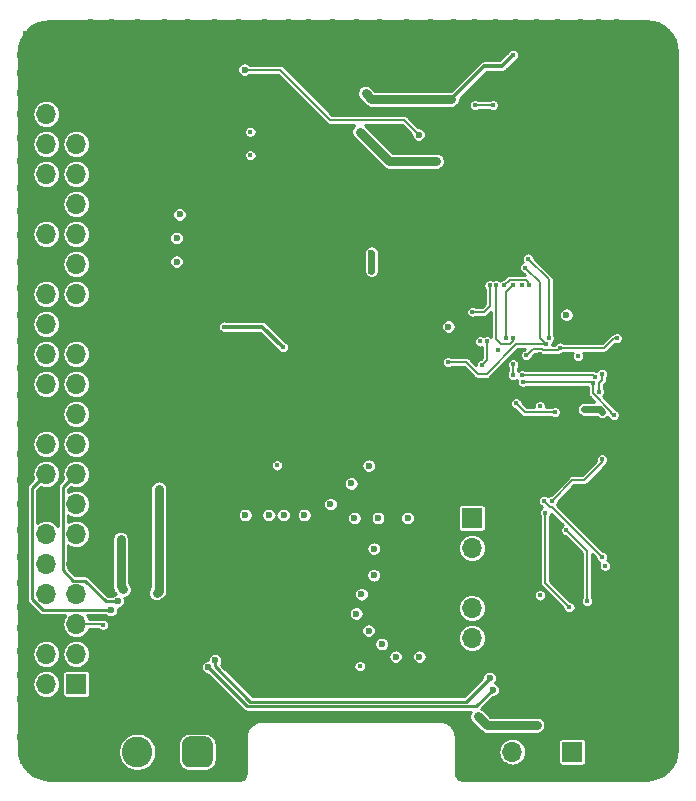
<source format=gbl>
G04 #@! TF.GenerationSoftware,KiCad,Pcbnew,(5.1.4)-1*
G04 #@! TF.CreationDate,2019-09-05T19:32:48+02:00*
G04 #@! TF.ProjectId,rf-receiver,72662d72-6563-4656-9976-65722e6b6963,rev?*
G04 #@! TF.SameCoordinates,Original*
G04 #@! TF.FileFunction,Copper,L4,Bot*
G04 #@! TF.FilePolarity,Positive*
%FSLAX46Y46*%
G04 Gerber Fmt 4.6, Leading zero omitted, Abs format (unit mm)*
G04 Created by KiCad (PCBNEW (5.1.4)-1) date 2019-09-05 19:32:48*
%MOMM*%
%LPD*%
G04 APERTURE LIST*
%ADD10O,1.700000X1.700000*%
%ADD11R,1.700000X1.700000*%
%ADD12C,2.600000*%
%ADD13C,0.100000*%
%ADD14C,5.400000*%
%ADD15R,5.080000X1.500000*%
%ADD16C,0.600000*%
%ADD17C,0.400000*%
%ADD18C,0.200000*%
%ADD19C,0.250000*%
%ADD20C,0.800000*%
%ADD21C,0.350000*%
%ADD22C,0.600000*%
%ADD23C,0.254000*%
G04 APERTURE END LIST*
D10*
X113750000Y-110370000D03*
X113750000Y-107830000D03*
X113750000Y-105290000D03*
X113750000Y-102750000D03*
D11*
X113750000Y-100210000D03*
D10*
X77710000Y-65990000D03*
X80250000Y-65990000D03*
X77710000Y-68530000D03*
X80250000Y-68530000D03*
X77710000Y-71070000D03*
X80250000Y-71070000D03*
X77710000Y-73610000D03*
X80250000Y-73610000D03*
X77710000Y-76150000D03*
X80250000Y-76150000D03*
X77710000Y-78690000D03*
X80250000Y-78690000D03*
X77710000Y-81230000D03*
X80250000Y-81230000D03*
X77710000Y-83770000D03*
X80250000Y-83770000D03*
X77710000Y-86310000D03*
X80250000Y-86310000D03*
X77710000Y-88850000D03*
X80250000Y-88850000D03*
X77710000Y-91390000D03*
X80250000Y-91390000D03*
X77710000Y-93930000D03*
X80250000Y-93930000D03*
X77710000Y-96470000D03*
X80250000Y-96470000D03*
X77710000Y-99010000D03*
X80250000Y-99010000D03*
X77710000Y-101550000D03*
X80250000Y-101550000D03*
X77710000Y-104090000D03*
X80250000Y-104090000D03*
X77710000Y-106630000D03*
X80250000Y-106630000D03*
X77710000Y-109170000D03*
X80250000Y-109170000D03*
X77710000Y-111710000D03*
X80250000Y-111710000D03*
X77710000Y-114250000D03*
D11*
X80250000Y-114250000D03*
D12*
X85420000Y-120000000D03*
D13*
G36*
X91213711Y-118703130D02*
G01*
X91276809Y-118712490D01*
X91338685Y-118727989D01*
X91398744Y-118749478D01*
X91456408Y-118776751D01*
X91511121Y-118809545D01*
X91562356Y-118847543D01*
X91609619Y-118890381D01*
X91652457Y-118937644D01*
X91690455Y-118988879D01*
X91723249Y-119043592D01*
X91750522Y-119101256D01*
X91772011Y-119161315D01*
X91787510Y-119223191D01*
X91796870Y-119286289D01*
X91800000Y-119350000D01*
X91800000Y-120650000D01*
X91796870Y-120713711D01*
X91787510Y-120776809D01*
X91772011Y-120838685D01*
X91750522Y-120898744D01*
X91723249Y-120956408D01*
X91690455Y-121011121D01*
X91652457Y-121062356D01*
X91609619Y-121109619D01*
X91562356Y-121152457D01*
X91511121Y-121190455D01*
X91456408Y-121223249D01*
X91398744Y-121250522D01*
X91338685Y-121272011D01*
X91276809Y-121287510D01*
X91213711Y-121296870D01*
X91150000Y-121300000D01*
X89850000Y-121300000D01*
X89786289Y-121296870D01*
X89723191Y-121287510D01*
X89661315Y-121272011D01*
X89601256Y-121250522D01*
X89543592Y-121223249D01*
X89488879Y-121190455D01*
X89437644Y-121152457D01*
X89390381Y-121109619D01*
X89347543Y-121062356D01*
X89309545Y-121011121D01*
X89276751Y-120956408D01*
X89249478Y-120898744D01*
X89227989Y-120838685D01*
X89212490Y-120776809D01*
X89203130Y-120713711D01*
X89200000Y-120650000D01*
X89200000Y-119350000D01*
X89203130Y-119286289D01*
X89212490Y-119223191D01*
X89227989Y-119161315D01*
X89249478Y-119101256D01*
X89276751Y-119043592D01*
X89309545Y-118988879D01*
X89347543Y-118937644D01*
X89390381Y-118890381D01*
X89437644Y-118847543D01*
X89488879Y-118809545D01*
X89543592Y-118776751D01*
X89601256Y-118749478D01*
X89661315Y-118727989D01*
X89723191Y-118712490D01*
X89786289Y-118703130D01*
X89850000Y-118700000D01*
X91150000Y-118700000D01*
X91213711Y-118703130D01*
X91213711Y-118703130D01*
G37*
D12*
X90500000Y-120000000D03*
D14*
X79000000Y-119250000D03*
X128000000Y-119250000D03*
X128000000Y-61250000D03*
X79000000Y-61250000D03*
D15*
X128750000Y-75000000D03*
X128750000Y-66500000D03*
D11*
X122250000Y-120000000D03*
D10*
X119710000Y-120000000D03*
X117170000Y-120000000D03*
D16*
X109250000Y-67750000D03*
X94500000Y-62250000D03*
D17*
X118250000Y-79000000D03*
X120000000Y-85500000D03*
X111750000Y-87000000D03*
X118500000Y-78250000D03*
X120250000Y-85000000D03*
D16*
X128250000Y-99000000D03*
X130250000Y-99000000D03*
X130250000Y-100750000D03*
X130250000Y-103750000D03*
X130250000Y-105250000D03*
X130250000Y-106750000D03*
X130250000Y-109750000D03*
X130250000Y-111500000D03*
D17*
X113000000Y-82500000D03*
X113000000Y-81250000D03*
X113000000Y-80250000D03*
X113750000Y-79500000D03*
X115000000Y-79500000D03*
X116500000Y-79500000D03*
X125250000Y-119750000D03*
X121500000Y-91250000D03*
X118000000Y-106750000D03*
X117750000Y-105000000D03*
X117750000Y-109750000D03*
X118250000Y-110500000D03*
X97250000Y-66500000D03*
X95500000Y-66500000D03*
X97000000Y-68500000D03*
X99000000Y-66250000D03*
X88500000Y-77500000D03*
X88000000Y-71750000D03*
X86250000Y-71750000D03*
X84500000Y-71750000D03*
X119487510Y-86323856D03*
X107500000Y-62750000D03*
X109750000Y-62500000D03*
X111500000Y-60750000D03*
X112250000Y-61250000D03*
X114000000Y-81250000D03*
X114250000Y-80500000D03*
X112250000Y-105000000D03*
X115250000Y-105250000D03*
X112000000Y-107250000D03*
X98500000Y-85750000D03*
X99250000Y-82750000D03*
D16*
X85500000Y-105250000D03*
X100250000Y-103000000D03*
X99750000Y-106750000D03*
X101750000Y-109250000D03*
D17*
X86500000Y-97000000D03*
X85500000Y-93750000D03*
X88500000Y-94000000D03*
X91000000Y-94000000D03*
X105093201Y-62206789D03*
X106500000Y-65850021D03*
X90250000Y-79750000D03*
X90250000Y-82250000D03*
X90250000Y-86000000D03*
X90250000Y-87500000D03*
X91250000Y-89000000D03*
X92500000Y-89000000D03*
X122750000Y-114750000D03*
X118250000Y-113750000D03*
X123250000Y-90250000D03*
X124000000Y-95250000D03*
X121000000Y-94250000D03*
D16*
X130250000Y-112750000D03*
X130250000Y-108250000D03*
X130250000Y-102250000D03*
X130250000Y-97500000D03*
X127750000Y-97500000D03*
X126250000Y-97250000D03*
X124750000Y-97500000D03*
X122500000Y-97750000D03*
X120750000Y-97250000D03*
X130500000Y-95500000D03*
X130500000Y-93250000D03*
X130500000Y-91250000D03*
X130500000Y-88750000D03*
X130500000Y-86250000D03*
X130500000Y-83750000D03*
X130500000Y-81000000D03*
X130500000Y-78750000D03*
X129250000Y-78250000D03*
X127000000Y-78250000D03*
X130500000Y-76750000D03*
X129000000Y-76750000D03*
X127500000Y-76750000D03*
X126000000Y-76750000D03*
X125250000Y-76000000D03*
X125250000Y-74750000D03*
X126000000Y-73500000D03*
X127250000Y-73500000D03*
X128500000Y-73500000D03*
X129500000Y-73500000D03*
X130750000Y-73500000D03*
X130750000Y-67750000D03*
X129750000Y-67750000D03*
X128750000Y-67750000D03*
X127750000Y-67750000D03*
X126750000Y-67750000D03*
X126000000Y-67500000D03*
X125750000Y-66750000D03*
X125750000Y-66000000D03*
X126250000Y-65250000D03*
X127250000Y-65250000D03*
X128000000Y-65250000D03*
X129000000Y-65250000D03*
X129750000Y-65250000D03*
X130750000Y-65250000D03*
X125500000Y-74000000D03*
X131000000Y-63250000D03*
X131000000Y-64250000D03*
X126000000Y-64250000D03*
X125000000Y-63250000D03*
X124500000Y-62000000D03*
X124500000Y-60750000D03*
X125000000Y-59250000D03*
X126000000Y-58250000D03*
X124500000Y-58250000D03*
X123000000Y-58250000D03*
X121000000Y-58250000D03*
X119250000Y-58250000D03*
X117500000Y-58250000D03*
X115750000Y-58250000D03*
X114000000Y-58250000D03*
X112250000Y-58250000D03*
X110250000Y-58250000D03*
X108250000Y-58250000D03*
X106000000Y-58250000D03*
X104000000Y-58250000D03*
X102000000Y-58250000D03*
X100000000Y-58250000D03*
X98250000Y-58250000D03*
X96250000Y-58250000D03*
X94000000Y-58250000D03*
X92000000Y-58250000D03*
X89750000Y-58250000D03*
X87750000Y-58250000D03*
X85500000Y-58250000D03*
X83250000Y-58250000D03*
X81500000Y-58250000D03*
X76000000Y-59250000D03*
X75500000Y-61000000D03*
X75500000Y-62500000D03*
X75500000Y-64250000D03*
X82750000Y-59750000D03*
X83250000Y-63500000D03*
X82250000Y-63000000D03*
X83500000Y-66250000D03*
X82500000Y-66250000D03*
X82500000Y-67250000D03*
X82500000Y-68250000D03*
X82500000Y-69250000D03*
X83500000Y-69250000D03*
X84250000Y-63500000D03*
X82500000Y-60500000D03*
X83500000Y-60500000D03*
X84750000Y-60500000D03*
X75500000Y-66000000D03*
X75500000Y-68000000D03*
X75500000Y-70000000D03*
X75500000Y-72250000D03*
X75500000Y-74250000D03*
X75500000Y-76250000D03*
X75500000Y-78500000D03*
X75500000Y-80750000D03*
X75500000Y-83000000D03*
X75500000Y-85250000D03*
X75500000Y-87500000D03*
X75500000Y-89750000D03*
X75500000Y-92250000D03*
X75500000Y-94750000D03*
X75500000Y-97000000D03*
X75500000Y-99000000D03*
X75500000Y-101250000D03*
X75500000Y-103500000D03*
X75500000Y-105750000D03*
X75500000Y-107750000D03*
X75500000Y-109500000D03*
X75500000Y-111500000D03*
X75500000Y-113500000D03*
X75500000Y-115500000D03*
X76750000Y-116250000D03*
X75750000Y-117250000D03*
X75500000Y-118750000D03*
X75750000Y-120750000D03*
X81250000Y-122250000D03*
X83000000Y-122250000D03*
X85000000Y-122250000D03*
X87250000Y-122250000D03*
X89250000Y-122250000D03*
X91750000Y-122250000D03*
X93750000Y-122250000D03*
X94500000Y-120750000D03*
X94500000Y-119250000D03*
X94750000Y-117500000D03*
X97250000Y-117000000D03*
X99000000Y-117000000D03*
X100500000Y-117000000D03*
X102500000Y-117250000D03*
X104250000Y-117000000D03*
X105750000Y-117000000D03*
X107500000Y-117000000D03*
X111000000Y-117000000D03*
X112250000Y-117500000D03*
X112750000Y-118750000D03*
X112750000Y-120250000D03*
X112750000Y-121750000D03*
X114000000Y-122250000D03*
X116000000Y-122250000D03*
X118000000Y-122250000D03*
X119750000Y-122250000D03*
X121750000Y-122250000D03*
X123500000Y-122250000D03*
X125750000Y-122250000D03*
X124750000Y-121000000D03*
X124250000Y-119250000D03*
X124500000Y-117500000D03*
X126000000Y-116000000D03*
X127750000Y-115500000D03*
X129250000Y-115750000D03*
X130500000Y-116500000D03*
X131000000Y-117250000D03*
X131000000Y-113500000D03*
X131000000Y-114750000D03*
X131000000Y-115750000D03*
X104750000Y-60000000D03*
X104250000Y-61500000D03*
X104500000Y-63000000D03*
X102750000Y-60000000D03*
X100500000Y-60000000D03*
X98250000Y-60000000D03*
X96250000Y-59750000D03*
X98250000Y-61500000D03*
X100000000Y-62500000D03*
X101250000Y-64000000D03*
X102500000Y-65250000D03*
X103000000Y-62750000D03*
X101500000Y-61500000D03*
X99750000Y-68750000D03*
X102250000Y-68750000D03*
X103750000Y-70000000D03*
X103750000Y-72500000D03*
X101500000Y-72500000D03*
X99250000Y-72500000D03*
X96750000Y-72500000D03*
X94250000Y-72500000D03*
X92000000Y-72500000D03*
X90000000Y-72750000D03*
X101250000Y-70500000D03*
X98500000Y-70750000D03*
X95500000Y-70750000D03*
X92750000Y-70750000D03*
X90000000Y-70750000D03*
X94250000Y-65500000D03*
X93750000Y-62750000D03*
X92000000Y-62500000D03*
X90750000Y-64000000D03*
X93250000Y-64000000D03*
X90250000Y-65750000D03*
X93000000Y-66500000D03*
X90500000Y-67750000D03*
X93000000Y-68250000D03*
X91500000Y-69250000D03*
X88750000Y-70000000D03*
X87250000Y-70500000D03*
X85500000Y-70500000D03*
X83250000Y-70500000D03*
X82750000Y-72000000D03*
X83250000Y-73000000D03*
X82750000Y-74750000D03*
X82750000Y-77000000D03*
X82750000Y-78750000D03*
X84500000Y-80000000D03*
X86250000Y-81500000D03*
X83000000Y-81250000D03*
X87500000Y-79750000D03*
X89000000Y-81250000D03*
X90000000Y-78500000D03*
X90000000Y-76500000D03*
X100500000Y-75750000D03*
X102250000Y-76250000D03*
X102500000Y-78000000D03*
X100750000Y-77250000D03*
X101750000Y-80250000D03*
X100500000Y-81750000D03*
X102500000Y-82500000D03*
X102500000Y-84250000D03*
X102500000Y-86250000D03*
X101250000Y-86750000D03*
X99500000Y-86750000D03*
X97250000Y-86750000D03*
X96500000Y-85750000D03*
X100500000Y-85250000D03*
X101250000Y-83750000D03*
X94750000Y-89250000D03*
X96750000Y-89250000D03*
X98500000Y-89250000D03*
X100500000Y-89250000D03*
X102750000Y-89250000D03*
X104750000Y-89250000D03*
X106500000Y-77750000D03*
X108500000Y-77750000D03*
X110250000Y-77750000D03*
X112000000Y-77750000D03*
X114000000Y-77750000D03*
X116250000Y-77750000D03*
X107500000Y-71000000D03*
X107500000Y-72750000D03*
X107500000Y-74250000D03*
X108500000Y-75000000D03*
X110750000Y-75000000D03*
X113000000Y-75000000D03*
X110750000Y-73250000D03*
X110000000Y-71750000D03*
X109000000Y-73500000D03*
X108500000Y-71000000D03*
X106250000Y-71250000D03*
X121250000Y-75250000D03*
X119500000Y-75250000D03*
X118500000Y-74250000D03*
X117250000Y-72750000D03*
X118500000Y-72000000D03*
X120500000Y-72000000D03*
X121250000Y-73250000D03*
X119500000Y-73250000D03*
X123500000Y-76250000D03*
X123500000Y-74500000D03*
X123500000Y-73000000D03*
X123500000Y-71500000D03*
X123500000Y-69750000D03*
X123500000Y-68250000D03*
X122250000Y-71250000D03*
X116000000Y-67500000D03*
X117000000Y-74500000D03*
X115500000Y-73000000D03*
X114500000Y-73250000D03*
X113750000Y-61000000D03*
X115250000Y-61000000D03*
X113250000Y-67500000D03*
X107500000Y-67250000D03*
X111750000Y-79250000D03*
X111750000Y-81000000D03*
X111750000Y-82750000D03*
X110000000Y-81000000D03*
X110250000Y-79250000D03*
X108500000Y-79250000D03*
X106250000Y-80000000D03*
X107500000Y-81000000D03*
X109500000Y-83000000D03*
X110750000Y-84250000D03*
X106250000Y-81500000D03*
X106250000Y-83250000D03*
X106250000Y-84750000D03*
X106250000Y-86500000D03*
X107500000Y-85250000D03*
X108000000Y-88750000D03*
X109250000Y-88250000D03*
X109750000Y-90500000D03*
X111500000Y-92250000D03*
X112750000Y-91000000D03*
X112750000Y-97000000D03*
X114250000Y-97000000D03*
X115750000Y-97000000D03*
X117500000Y-97000000D03*
X115000000Y-106250000D03*
X112750000Y-106500000D03*
X112250000Y-105750000D03*
X115250000Y-103500000D03*
X118750000Y-103000000D03*
X117750000Y-103000000D03*
X116000000Y-103000000D03*
X119000000Y-100000000D03*
X117750000Y-100000000D03*
X117750000Y-101000000D03*
X115750000Y-100250000D03*
X115750000Y-99000000D03*
X116500000Y-98000000D03*
X118000000Y-98000000D03*
X119000000Y-98000000D03*
X128250000Y-100250000D03*
X129250000Y-101000000D03*
X129250000Y-102500000D03*
X128000000Y-102750000D03*
X129000000Y-103750000D03*
X129000000Y-104750000D03*
X129000000Y-105500000D03*
X129000000Y-106500000D03*
X129000000Y-107500000D03*
X129000000Y-110000000D03*
X129000000Y-108750000D03*
X128000000Y-107500000D03*
X128000000Y-108750000D03*
X128000000Y-110250000D03*
X126000000Y-111000000D03*
X127000000Y-112000000D03*
X129250000Y-112750000D03*
X128250000Y-112750000D03*
X125250000Y-112750000D03*
X124000000Y-112750000D03*
X122250000Y-112750000D03*
X121000000Y-112750000D03*
X119250000Y-112750000D03*
X120000000Y-111000000D03*
X121000000Y-111750000D03*
X115500000Y-112250000D03*
X124000000Y-114000000D03*
X128250000Y-114250000D03*
X126250000Y-114250000D03*
X124000000Y-115750000D03*
X114000000Y-119000000D03*
X114750000Y-120750000D03*
X97000000Y-90500000D03*
X98000000Y-92250000D03*
X98250000Y-94500000D03*
X99000000Y-95750000D03*
X100750000Y-94250000D03*
X102750000Y-92750000D03*
X100250000Y-92000000D03*
X99000000Y-90500000D03*
X101750000Y-90750000D03*
X104500000Y-90750000D03*
X107000000Y-90500000D03*
X108250000Y-91750000D03*
X105500000Y-91750000D03*
X92750000Y-90750000D03*
X91500000Y-91750000D03*
X91500000Y-93000000D03*
X92000000Y-96500000D03*
X89000000Y-96750000D03*
X89250000Y-97750000D03*
X96250000Y-96500000D03*
X97250000Y-97000000D03*
X85250000Y-107750000D03*
X86250000Y-107750000D03*
X87250000Y-107750000D03*
X84750000Y-108500000D03*
X84750000Y-109750000D03*
X85000000Y-110750000D03*
X85750000Y-111250000D03*
X87000000Y-111250000D03*
X93500000Y-116750000D03*
X93250000Y-118750000D03*
X93000000Y-120750000D03*
X98250000Y-114750000D03*
X98500000Y-110250000D03*
X97750000Y-112500000D03*
X95750000Y-112250000D03*
X94000000Y-112250000D03*
X104250000Y-114750000D03*
X100750000Y-114750000D03*
X101000000Y-112500000D03*
X100250000Y-104250000D03*
X100500000Y-105750000D03*
X101750000Y-106750000D03*
X108750000Y-106000000D03*
X110000000Y-106000000D03*
X110250000Y-104000000D03*
X82000000Y-117250000D03*
X82750000Y-118750000D03*
X82500000Y-120250000D03*
D17*
X117500000Y-90500000D03*
X120750000Y-91250000D03*
X115000000Y-85250000D03*
X114612640Y-87244042D03*
X124500000Y-89500000D03*
X124750000Y-88000000D03*
X113800002Y-82750000D03*
X115250000Y-80500000D03*
D16*
X96550000Y-99950000D03*
X99550000Y-99950000D03*
X97800000Y-99950000D03*
X103800000Y-100200000D03*
X105800000Y-100200000D03*
X105450000Y-102800000D03*
X105450000Y-105050000D03*
X105025000Y-95775000D03*
X103525000Y-97275000D03*
D17*
X95000000Y-69500000D03*
X95000000Y-67500000D03*
D16*
X108300000Y-100200000D03*
X104400000Y-106650000D03*
X103950000Y-108300000D03*
X105006489Y-109743511D03*
X106131489Y-110868511D03*
X107300000Y-111950000D03*
X109300000Y-111950000D03*
X94550000Y-99950000D03*
X101775000Y-99025000D03*
X89000000Y-74500000D03*
X88750000Y-76500000D03*
X88750000Y-78500000D03*
X83750000Y-107250000D03*
X92000000Y-112250000D03*
X115250000Y-113750000D03*
D17*
X125750000Y-91500000D03*
X118068206Y-88681794D03*
X124005211Y-88762641D03*
X122000000Y-107750000D03*
X119949987Y-99750000D03*
X120500000Y-98750000D03*
X124750000Y-95250000D03*
D16*
X115500000Y-114750000D03*
X83174990Y-108000000D03*
X91431353Y-112835308D03*
D17*
X114000000Y-65250000D03*
X115500000Y-65250000D03*
X117991114Y-88137211D03*
X124197239Y-88247240D03*
D16*
X84000000Y-102000000D03*
X84250000Y-106250000D03*
X87250000Y-97750000D03*
X87049999Y-106549999D03*
D17*
X119500000Y-106750000D03*
X104250000Y-112750000D03*
X121224628Y-85776802D03*
X126000000Y-85000000D03*
X117235484Y-87200010D03*
X117226966Y-88100022D03*
X118369891Y-86432525D03*
X124750000Y-103500000D03*
X119850003Y-98763586D03*
X119500000Y-90750000D03*
X121750000Y-101250000D03*
X123500000Y-107250000D03*
X122750000Y-86500000D03*
X118000000Y-80500000D03*
X114449987Y-85250000D03*
X117250000Y-85000000D03*
X115800013Y-80500000D03*
D16*
X121750000Y-83000000D03*
D17*
X124781799Y-91200010D03*
X112000000Y-64750000D03*
X117250000Y-61000000D03*
X116500000Y-80500000D03*
X118550013Y-80500000D03*
D16*
X104250000Y-67500000D03*
X110750000Y-70000000D03*
X104750000Y-64250000D03*
X105250000Y-77750000D03*
X105250000Y-79250000D03*
X111750000Y-84000000D03*
D17*
X116000000Y-86000000D03*
X114250000Y-117000000D03*
X119250000Y-117750000D03*
X123250000Y-91000000D03*
X97250000Y-95750000D03*
X125000000Y-104250000D03*
X117199987Y-80500000D03*
X116650010Y-85000834D03*
X82500000Y-109250000D03*
X92750000Y-84000000D03*
X97750000Y-85750000D03*
D18*
X94924264Y-62250000D02*
X94500000Y-62250000D01*
X109250000Y-67750000D02*
X108000000Y-66500000D01*
X101750000Y-66500000D02*
X97500000Y-62250000D01*
X97500000Y-62250000D02*
X94924264Y-62250000D01*
X108000000Y-66500000D02*
X101750000Y-66500000D01*
X118250000Y-79000000D02*
X119500000Y-80250000D01*
X119500000Y-80250000D02*
X119500000Y-85000000D01*
X119500000Y-85000000D02*
X120000000Y-85500000D01*
X111750000Y-87000000D02*
X113250000Y-87000000D01*
X113250000Y-87000000D02*
X114250000Y-88000000D01*
X114250000Y-88000000D02*
X115000000Y-88000000D01*
X117500000Y-85500000D02*
X120000000Y-85500000D01*
X115000000Y-88000000D02*
X117500000Y-85500000D01*
X118500000Y-78250000D02*
X120250000Y-80000000D01*
X120250000Y-80000000D02*
X120250000Y-85000000D01*
X113750000Y-105290000D02*
X112540000Y-105290000D01*
X112540000Y-105290000D02*
X112250000Y-105000000D01*
X118250000Y-91250000D02*
X120467158Y-91250000D01*
X120467158Y-91250000D02*
X120750000Y-91250000D01*
X117500000Y-90500000D02*
X118250000Y-91250000D01*
X115000000Y-85250000D02*
X115000000Y-86856682D01*
X114812639Y-87044043D02*
X114612640Y-87244042D01*
X115000000Y-86856682D02*
X114812639Y-87044043D01*
X124500000Y-89500000D02*
X124500000Y-88750000D01*
X124500000Y-88750000D02*
X124750000Y-88500000D01*
X124750000Y-88500000D02*
X124750000Y-88000000D01*
X113800002Y-82750000D02*
X114750000Y-82750000D01*
X114750000Y-82750000D02*
X115250000Y-82250000D01*
X115250000Y-82250000D02*
X115250000Y-80500000D01*
D19*
X79124999Y-104630001D02*
X79994998Y-105500000D01*
X80250000Y-96470000D02*
X79124999Y-97595001D01*
X79124999Y-97595001D02*
X79124999Y-104630001D01*
X79994998Y-105500000D02*
X81000000Y-105500000D01*
X81000000Y-105500000D02*
X82750000Y-107250000D01*
X82750000Y-107250000D02*
X83750000Y-107250000D01*
X92000000Y-112250000D02*
X92000000Y-112750000D01*
X92000000Y-112750000D02*
X95000000Y-115750000D01*
X95000000Y-115750000D02*
X113250000Y-115750000D01*
X113250000Y-115750000D02*
X115250000Y-113750000D01*
D18*
X123924364Y-88681794D02*
X124005211Y-88762641D01*
X118068206Y-88681794D02*
X123924364Y-88681794D01*
X119949987Y-100032842D02*
X119949987Y-99750000D01*
X119949987Y-105699987D02*
X119949987Y-100032842D01*
X122000000Y-107750000D02*
X119949987Y-105699987D01*
X120500000Y-98750000D02*
X122250000Y-97000000D01*
X122250000Y-97000000D02*
X123250000Y-97000000D01*
X123250000Y-97000000D02*
X124750000Y-95500000D01*
X124750000Y-95500000D02*
X124750000Y-95250000D01*
X125550001Y-91300001D02*
X125550001Y-91190379D01*
X125550001Y-91190379D02*
X124005211Y-89645589D01*
X125750000Y-91500000D02*
X125550001Y-91300001D01*
X124005211Y-89045483D02*
X124005211Y-88762641D01*
X124005211Y-89645589D02*
X124005211Y-89045483D01*
D19*
X82750726Y-108000000D02*
X83174990Y-108000000D01*
X77710000Y-96470000D02*
X76500000Y-97680000D01*
X76500000Y-97680000D02*
X76500000Y-107085002D01*
X77414998Y-108000000D02*
X82750726Y-108000000D01*
X76500000Y-107085002D02*
X77414998Y-108000000D01*
X114099989Y-116150011D02*
X94746056Y-116150011D01*
X115500000Y-114750000D02*
X114099989Y-116150011D01*
X91731352Y-113135307D02*
X91431353Y-112835308D01*
X94746056Y-116150011D02*
X91731352Y-113135307D01*
D18*
X114000000Y-65250000D02*
X115500000Y-65250000D01*
X124087210Y-88137211D02*
X124197239Y-88247240D01*
X117991114Y-88137211D02*
X124087210Y-88137211D01*
D20*
X84000000Y-102000000D02*
X84000000Y-106000000D01*
X84000000Y-106000000D02*
X84250000Y-106250000D01*
X87250000Y-106349998D02*
X87049999Y-106549999D01*
X87250000Y-97750000D02*
X87250000Y-106349998D01*
D18*
X121224628Y-85776802D02*
X124973198Y-85776802D01*
X124973198Y-85776802D02*
X125750000Y-85000000D01*
X125750000Y-85000000D02*
X126000000Y-85000000D01*
X118569890Y-86232526D02*
X118369891Y-86432525D01*
X117235484Y-88091504D02*
X117226966Y-88100022D01*
X119806457Y-85976801D02*
X119697863Y-85868207D01*
X118934209Y-85868207D02*
X118569890Y-86232526D01*
X117235484Y-87200010D02*
X117235484Y-88091504D01*
X121024629Y-85976801D02*
X119806457Y-85976801D01*
X119697863Y-85868207D02*
X118934209Y-85868207D01*
X121224628Y-85776802D02*
X121024629Y-85976801D01*
X124750000Y-103500000D02*
X120497495Y-99247495D01*
X120050002Y-98963585D02*
X119850003Y-98763586D01*
X120333912Y-99247495D02*
X120050002Y-98963585D01*
X120497495Y-99247495D02*
X120333912Y-99247495D01*
X123500000Y-103000000D02*
X123500000Y-106967158D01*
X123500000Y-106967158D02*
X123500000Y-107250000D01*
X121750000Y-101250000D02*
X123500000Y-103000000D01*
X116250000Y-85500000D02*
X115800013Y-85050013D01*
X115800013Y-80782842D02*
X115800013Y-80500000D01*
X115800013Y-85050013D02*
X115800013Y-80782842D01*
X117250000Y-85255010D02*
X117005010Y-85500000D01*
X117250000Y-85000000D02*
X117250000Y-85255010D01*
X117005010Y-85500000D02*
X116250000Y-85500000D01*
D21*
X116287500Y-61962500D02*
X117250000Y-61000000D01*
X112000000Y-64750000D02*
X114787500Y-61962500D01*
X114787500Y-61962500D02*
X116287500Y-61962500D01*
D18*
X118332840Y-80049998D02*
X118500000Y-80217158D01*
X116500000Y-80500000D02*
X116950002Y-80049998D01*
X116950002Y-80049998D02*
X118332840Y-80049998D01*
X118500000Y-80217158D02*
X118500000Y-80500000D01*
X118500000Y-80500000D02*
X118550013Y-80500000D01*
D20*
X104250000Y-67500000D02*
X106750000Y-70000000D01*
X106750000Y-70000000D02*
X110750000Y-70000000D01*
X105250000Y-64750000D02*
X104750000Y-64250000D01*
X112000000Y-64750000D02*
X105250000Y-64750000D01*
D22*
X105250000Y-77750000D02*
X105250000Y-79250000D01*
D20*
X115000000Y-117750000D02*
X114250000Y-117000000D01*
X119250000Y-117750000D02*
X115000000Y-117750000D01*
D22*
X124781799Y-91200010D02*
X124581789Y-91000000D01*
X124581789Y-91000000D02*
X123532842Y-91000000D01*
X123532842Y-91000000D02*
X123250000Y-91000000D01*
D18*
X116650010Y-84717992D02*
X116650010Y-85000834D01*
X117199987Y-80500000D02*
X116650010Y-81049977D01*
X116650010Y-81049977D02*
X116650010Y-84717992D01*
X82420000Y-109170000D02*
X82500000Y-109250000D01*
X80250000Y-109170000D02*
X82420000Y-109170000D01*
D21*
X92750000Y-84000000D02*
X96000000Y-84000000D01*
X96000000Y-84000000D02*
X97750000Y-85750000D01*
D23*
G36*
X129009124Y-58178729D02*
G01*
X129498860Y-58326587D01*
X129950547Y-58566754D01*
X130346983Y-58890080D01*
X130673065Y-59284245D01*
X130916380Y-59734248D01*
X131067655Y-60222937D01*
X131122996Y-60749468D01*
X131123000Y-60750740D01*
X131123001Y-119731548D01*
X131071271Y-120259124D01*
X130923411Y-120748862D01*
X130683248Y-121200544D01*
X130359920Y-121596983D01*
X129965755Y-121923065D01*
X129515752Y-122166380D01*
X129027065Y-122317655D01*
X128500532Y-122372996D01*
X128499260Y-122373000D01*
X113018442Y-122373000D01*
X112879341Y-122359361D01*
X112763280Y-122324319D01*
X112656239Y-122267405D01*
X112562288Y-122190781D01*
X112485009Y-122097368D01*
X112427346Y-121990722D01*
X112391496Y-121874909D01*
X112377000Y-121736991D01*
X112377000Y-120000000D01*
X115987306Y-120000000D01*
X116010031Y-120230732D01*
X116077333Y-120452597D01*
X116186626Y-120657070D01*
X116333709Y-120836291D01*
X116512930Y-120983374D01*
X116717403Y-121092667D01*
X116939268Y-121159969D01*
X117112188Y-121177000D01*
X117227812Y-121177000D01*
X117400732Y-121159969D01*
X117622597Y-121092667D01*
X117827070Y-120983374D01*
X118006291Y-120836291D01*
X118153374Y-120657070D01*
X118262667Y-120452597D01*
X118329969Y-120230732D01*
X118352694Y-120000000D01*
X118329969Y-119769268D01*
X118262667Y-119547403D01*
X118153374Y-119342930D01*
X118006291Y-119163709D01*
X117989587Y-119150000D01*
X121071418Y-119150000D01*
X121071418Y-120850000D01*
X121077732Y-120914103D01*
X121096430Y-120975743D01*
X121126794Y-121032550D01*
X121167657Y-121082343D01*
X121217450Y-121123206D01*
X121274257Y-121153570D01*
X121335897Y-121172268D01*
X121400000Y-121178582D01*
X123100000Y-121178582D01*
X123164103Y-121172268D01*
X123225743Y-121153570D01*
X123282550Y-121123206D01*
X123332343Y-121082343D01*
X123373206Y-121032550D01*
X123403570Y-120975743D01*
X123422268Y-120914103D01*
X123428582Y-120850000D01*
X123428582Y-119150000D01*
X123422268Y-119085897D01*
X123403570Y-119024257D01*
X123373206Y-118967450D01*
X123332343Y-118917657D01*
X123282550Y-118876794D01*
X123225743Y-118846430D01*
X123164103Y-118827732D01*
X123100000Y-118821418D01*
X121400000Y-118821418D01*
X121335897Y-118827732D01*
X121274257Y-118846430D01*
X121217450Y-118876794D01*
X121167657Y-118917657D01*
X121126794Y-118967450D01*
X121096430Y-119024257D01*
X121077732Y-119085897D01*
X121071418Y-119150000D01*
X117989587Y-119150000D01*
X117827070Y-119016626D01*
X117622597Y-118907333D01*
X117400732Y-118840031D01*
X117227812Y-118823000D01*
X117112188Y-118823000D01*
X116939268Y-118840031D01*
X116717403Y-118907333D01*
X116512930Y-119016626D01*
X116333709Y-119163709D01*
X116186626Y-119342930D01*
X116077333Y-119547403D01*
X116010031Y-119769268D01*
X115987306Y-120000000D01*
X112377000Y-120000000D01*
X112377000Y-118731481D01*
X112375381Y-118715041D01*
X112375424Y-118708849D01*
X112374911Y-118703610D01*
X112354510Y-118509514D01*
X112347634Y-118476017D01*
X112341236Y-118442480D01*
X112339715Y-118437440D01*
X112282003Y-118251002D01*
X112268761Y-118219500D01*
X112255962Y-118187822D01*
X112253491Y-118183174D01*
X112160666Y-118011497D01*
X112141570Y-117983186D01*
X112122848Y-117954577D01*
X112119521Y-117950497D01*
X111995117Y-117800120D01*
X111970883Y-117776055D01*
X111946965Y-117751631D01*
X111942909Y-117748275D01*
X111791667Y-117624925D01*
X111763200Y-117606011D01*
X111735013Y-117586712D01*
X111730383Y-117584208D01*
X111558060Y-117492583D01*
X111526533Y-117479589D01*
X111495064Y-117466101D01*
X111490035Y-117464545D01*
X111303199Y-117408135D01*
X111269640Y-117401490D01*
X111236258Y-117394395D01*
X111231023Y-117393844D01*
X111036789Y-117374799D01*
X111036785Y-117374799D01*
X111018519Y-117373000D01*
X95981481Y-117373000D01*
X95965041Y-117374619D01*
X95958849Y-117374576D01*
X95953610Y-117375089D01*
X95759514Y-117395490D01*
X95726017Y-117402366D01*
X95692480Y-117408764D01*
X95687442Y-117410284D01*
X95687436Y-117410286D01*
X95501002Y-117467997D01*
X95469500Y-117481239D01*
X95437822Y-117494038D01*
X95433174Y-117496509D01*
X95261497Y-117589334D01*
X95233186Y-117608430D01*
X95204577Y-117627152D01*
X95200497Y-117630479D01*
X95050120Y-117754883D01*
X95026055Y-117779117D01*
X95001631Y-117803035D01*
X94998275Y-117807091D01*
X94874925Y-117958333D01*
X94856011Y-117986800D01*
X94836712Y-118014987D01*
X94834208Y-118019617D01*
X94742583Y-118191940D01*
X94729589Y-118223467D01*
X94716101Y-118254936D01*
X94714545Y-118259965D01*
X94658135Y-118446801D01*
X94651490Y-118480360D01*
X94644395Y-118513742D01*
X94643844Y-118518977D01*
X94624799Y-118713211D01*
X94624799Y-118713216D01*
X94623000Y-118731482D01*
X94623001Y-121731548D01*
X94609361Y-121870659D01*
X94574319Y-121986720D01*
X94517405Y-122093761D01*
X94440781Y-122187712D01*
X94347368Y-122264991D01*
X94240722Y-122322654D01*
X94124909Y-122358504D01*
X93986991Y-122373000D01*
X78018442Y-122373000D01*
X77490876Y-122321271D01*
X77001138Y-122173411D01*
X76549456Y-121933248D01*
X76153017Y-121609920D01*
X75826935Y-121215755D01*
X75583620Y-120765752D01*
X75432345Y-120277065D01*
X75386382Y-119839755D01*
X83793000Y-119839755D01*
X83793000Y-120160245D01*
X83855525Y-120474578D01*
X83978172Y-120770673D01*
X84156227Y-121037152D01*
X84382848Y-121263773D01*
X84649327Y-121441828D01*
X84945422Y-121564475D01*
X85259755Y-121627000D01*
X85580245Y-121627000D01*
X85894578Y-121564475D01*
X86190673Y-121441828D01*
X86457152Y-121263773D01*
X86683773Y-121037152D01*
X86861828Y-120770673D01*
X86984475Y-120474578D01*
X87047000Y-120160245D01*
X87047000Y-119839755D01*
X86984475Y-119525422D01*
X86911813Y-119350000D01*
X88871418Y-119350000D01*
X88871418Y-120650000D01*
X88890221Y-120840912D01*
X88945908Y-121024487D01*
X89036339Y-121193671D01*
X89158038Y-121341962D01*
X89306329Y-121463661D01*
X89475513Y-121554092D01*
X89659088Y-121609779D01*
X89850000Y-121628582D01*
X91150000Y-121628582D01*
X91340912Y-121609779D01*
X91524487Y-121554092D01*
X91693671Y-121463661D01*
X91841962Y-121341962D01*
X91963661Y-121193671D01*
X92054092Y-121024487D01*
X92109779Y-120840912D01*
X92128582Y-120650000D01*
X92128582Y-119350000D01*
X92109779Y-119159088D01*
X92054092Y-118975513D01*
X91963661Y-118806329D01*
X91841962Y-118658038D01*
X91693671Y-118536339D01*
X91524487Y-118445908D01*
X91340912Y-118390221D01*
X91150000Y-118371418D01*
X89850000Y-118371418D01*
X89659088Y-118390221D01*
X89475513Y-118445908D01*
X89306329Y-118536339D01*
X89158038Y-118658038D01*
X89036339Y-118806329D01*
X88945908Y-118975513D01*
X88890221Y-119159088D01*
X88871418Y-119350000D01*
X86911813Y-119350000D01*
X86861828Y-119229327D01*
X86683773Y-118962848D01*
X86457152Y-118736227D01*
X86190673Y-118558172D01*
X85894578Y-118435525D01*
X85580245Y-118373000D01*
X85259755Y-118373000D01*
X84945422Y-118435525D01*
X84649327Y-118558172D01*
X84382848Y-118736227D01*
X84156227Y-118962848D01*
X83978172Y-119229327D01*
X83855525Y-119525422D01*
X83793000Y-119839755D01*
X75386382Y-119839755D01*
X75377004Y-119750532D01*
X75377000Y-119749260D01*
X75377000Y-114250000D01*
X76527306Y-114250000D01*
X76550031Y-114480732D01*
X76617333Y-114702597D01*
X76726626Y-114907070D01*
X76873709Y-115086291D01*
X77052930Y-115233374D01*
X77257403Y-115342667D01*
X77479268Y-115409969D01*
X77652188Y-115427000D01*
X77767812Y-115427000D01*
X77940732Y-115409969D01*
X78162597Y-115342667D01*
X78367070Y-115233374D01*
X78546291Y-115086291D01*
X78693374Y-114907070D01*
X78802667Y-114702597D01*
X78869969Y-114480732D01*
X78892694Y-114250000D01*
X78869969Y-114019268D01*
X78802667Y-113797403D01*
X78693374Y-113592930D01*
X78546291Y-113413709D01*
X78529587Y-113400000D01*
X79071418Y-113400000D01*
X79071418Y-115100000D01*
X79077732Y-115164103D01*
X79096430Y-115225743D01*
X79126794Y-115282550D01*
X79167657Y-115332343D01*
X79217450Y-115373206D01*
X79274257Y-115403570D01*
X79335897Y-115422268D01*
X79400000Y-115428582D01*
X81100000Y-115428582D01*
X81164103Y-115422268D01*
X81225743Y-115403570D01*
X81282550Y-115373206D01*
X81332343Y-115332343D01*
X81373206Y-115282550D01*
X81403570Y-115225743D01*
X81422268Y-115164103D01*
X81428582Y-115100000D01*
X81428582Y-113400000D01*
X81422268Y-113335897D01*
X81403570Y-113274257D01*
X81373206Y-113217450D01*
X81332343Y-113167657D01*
X81282550Y-113126794D01*
X81225743Y-113096430D01*
X81164103Y-113077732D01*
X81100000Y-113071418D01*
X79400000Y-113071418D01*
X79335897Y-113077732D01*
X79274257Y-113096430D01*
X79217450Y-113126794D01*
X79167657Y-113167657D01*
X79126794Y-113217450D01*
X79096430Y-113274257D01*
X79077732Y-113335897D01*
X79071418Y-113400000D01*
X78529587Y-113400000D01*
X78367070Y-113266626D01*
X78162597Y-113157333D01*
X77940732Y-113090031D01*
X77767812Y-113073000D01*
X77652188Y-113073000D01*
X77479268Y-113090031D01*
X77257403Y-113157333D01*
X77052930Y-113266626D01*
X76873709Y-113413709D01*
X76726626Y-113592930D01*
X76617333Y-113797403D01*
X76550031Y-114019268D01*
X76527306Y-114250000D01*
X75377000Y-114250000D01*
X75377000Y-111710000D01*
X76527306Y-111710000D01*
X76550031Y-111940732D01*
X76617333Y-112162597D01*
X76726626Y-112367070D01*
X76873709Y-112546291D01*
X77052930Y-112693374D01*
X77257403Y-112802667D01*
X77479268Y-112869969D01*
X77652188Y-112887000D01*
X77767812Y-112887000D01*
X77940732Y-112869969D01*
X78162597Y-112802667D01*
X78367070Y-112693374D01*
X78546291Y-112546291D01*
X78693374Y-112367070D01*
X78802667Y-112162597D01*
X78869969Y-111940732D01*
X78892694Y-111710000D01*
X79067306Y-111710000D01*
X79090031Y-111940732D01*
X79157333Y-112162597D01*
X79266626Y-112367070D01*
X79413709Y-112546291D01*
X79592930Y-112693374D01*
X79797403Y-112802667D01*
X80019268Y-112869969D01*
X80192188Y-112887000D01*
X80307812Y-112887000D01*
X80480732Y-112869969D01*
X80702597Y-112802667D01*
X80757063Y-112773554D01*
X90804353Y-112773554D01*
X90804353Y-112897062D01*
X90828448Y-113018197D01*
X90875713Y-113132304D01*
X90944330Y-113234997D01*
X91031664Y-113322331D01*
X91134357Y-113390948D01*
X91248464Y-113438213D01*
X91369599Y-113462308D01*
X91419130Y-113462308D01*
X94410742Y-116453922D01*
X94424897Y-116471170D01*
X94493723Y-116527654D01*
X94572246Y-116569625D01*
X94637618Y-116589455D01*
X94657448Y-116595471D01*
X94746055Y-116604198D01*
X94768260Y-116602011D01*
X113638395Y-116602011D01*
X113575090Y-116720444D01*
X113533520Y-116857483D01*
X113519483Y-117000000D01*
X113533520Y-117142517D01*
X113575090Y-117279556D01*
X113642598Y-117405853D01*
X113710685Y-117488817D01*
X114460679Y-118238811D01*
X114483446Y-118266554D01*
X114594147Y-118357403D01*
X114720443Y-118424910D01*
X114825587Y-118456805D01*
X114857482Y-118466480D01*
X114999999Y-118480517D01*
X115035707Y-118477000D01*
X119285708Y-118477000D01*
X119392517Y-118466480D01*
X119529557Y-118424910D01*
X119655853Y-118357403D01*
X119766554Y-118266554D01*
X119857403Y-118155853D01*
X119924910Y-118029557D01*
X119966480Y-117892517D01*
X119980517Y-117750000D01*
X119966480Y-117607483D01*
X119924910Y-117470443D01*
X119857403Y-117344147D01*
X119766554Y-117233446D01*
X119655853Y-117142597D01*
X119529557Y-117075090D01*
X119392517Y-117033520D01*
X119285708Y-117023000D01*
X115301133Y-117023000D01*
X114738817Y-116460685D01*
X114655853Y-116392598D01*
X114552089Y-116337134D01*
X115512224Y-115377000D01*
X115561754Y-115377000D01*
X115682889Y-115352905D01*
X115796996Y-115305640D01*
X115899689Y-115237023D01*
X115987023Y-115149689D01*
X116055640Y-115046996D01*
X116102905Y-114932889D01*
X116127000Y-114811754D01*
X116127000Y-114688246D01*
X116102905Y-114567111D01*
X116055640Y-114453004D01*
X115987023Y-114350311D01*
X115899689Y-114262977D01*
X115796996Y-114194360D01*
X115723002Y-114163710D01*
X115737023Y-114149689D01*
X115805640Y-114046996D01*
X115852905Y-113932889D01*
X115877000Y-113811754D01*
X115877000Y-113688246D01*
X115852905Y-113567111D01*
X115805640Y-113453004D01*
X115737023Y-113350311D01*
X115649689Y-113262977D01*
X115546996Y-113194360D01*
X115432889Y-113147095D01*
X115311754Y-113123000D01*
X115188246Y-113123000D01*
X115067111Y-113147095D01*
X114953004Y-113194360D01*
X114850311Y-113262977D01*
X114762977Y-113350311D01*
X114694360Y-113453004D01*
X114647095Y-113567111D01*
X114623000Y-113688246D01*
X114623000Y-113737775D01*
X113062777Y-115298000D01*
X95187224Y-115298000D01*
X92587319Y-112698095D01*
X103723000Y-112698095D01*
X103723000Y-112801905D01*
X103743252Y-112903720D01*
X103782979Y-112999628D01*
X103840652Y-113085943D01*
X103914057Y-113159348D01*
X104000372Y-113217021D01*
X104096280Y-113256748D01*
X104198095Y-113277000D01*
X104301905Y-113277000D01*
X104403720Y-113256748D01*
X104499628Y-113217021D01*
X104585943Y-113159348D01*
X104659348Y-113085943D01*
X104717021Y-112999628D01*
X104756748Y-112903720D01*
X104777000Y-112801905D01*
X104777000Y-112698095D01*
X104756748Y-112596280D01*
X104717021Y-112500372D01*
X104659348Y-112414057D01*
X104585943Y-112340652D01*
X104499628Y-112282979D01*
X104403720Y-112243252D01*
X104301905Y-112223000D01*
X104198095Y-112223000D01*
X104096280Y-112243252D01*
X104000372Y-112282979D01*
X103914057Y-112340652D01*
X103840652Y-112414057D01*
X103782979Y-112500372D01*
X103743252Y-112596280D01*
X103723000Y-112698095D01*
X92587319Y-112698095D01*
X92507807Y-112618584D01*
X92555640Y-112546996D01*
X92602905Y-112432889D01*
X92627000Y-112311754D01*
X92627000Y-112188246D01*
X92602905Y-112067111D01*
X92555640Y-111953004D01*
X92512371Y-111888246D01*
X106673000Y-111888246D01*
X106673000Y-112011754D01*
X106697095Y-112132889D01*
X106744360Y-112246996D01*
X106812977Y-112349689D01*
X106900311Y-112437023D01*
X107003004Y-112505640D01*
X107117111Y-112552905D01*
X107238246Y-112577000D01*
X107361754Y-112577000D01*
X107482889Y-112552905D01*
X107596996Y-112505640D01*
X107699689Y-112437023D01*
X107787023Y-112349689D01*
X107855640Y-112246996D01*
X107902905Y-112132889D01*
X107927000Y-112011754D01*
X107927000Y-111888246D01*
X108673000Y-111888246D01*
X108673000Y-112011754D01*
X108697095Y-112132889D01*
X108744360Y-112246996D01*
X108812977Y-112349689D01*
X108900311Y-112437023D01*
X109003004Y-112505640D01*
X109117111Y-112552905D01*
X109238246Y-112577000D01*
X109361754Y-112577000D01*
X109482889Y-112552905D01*
X109596996Y-112505640D01*
X109699689Y-112437023D01*
X109787023Y-112349689D01*
X109855640Y-112246996D01*
X109902905Y-112132889D01*
X109927000Y-112011754D01*
X109927000Y-111888246D01*
X109902905Y-111767111D01*
X109855640Y-111653004D01*
X109787023Y-111550311D01*
X109699689Y-111462977D01*
X109596996Y-111394360D01*
X109482889Y-111347095D01*
X109361754Y-111323000D01*
X109238246Y-111323000D01*
X109117111Y-111347095D01*
X109003004Y-111394360D01*
X108900311Y-111462977D01*
X108812977Y-111550311D01*
X108744360Y-111653004D01*
X108697095Y-111767111D01*
X108673000Y-111888246D01*
X107927000Y-111888246D01*
X107902905Y-111767111D01*
X107855640Y-111653004D01*
X107787023Y-111550311D01*
X107699689Y-111462977D01*
X107596996Y-111394360D01*
X107482889Y-111347095D01*
X107361754Y-111323000D01*
X107238246Y-111323000D01*
X107117111Y-111347095D01*
X107003004Y-111394360D01*
X106900311Y-111462977D01*
X106812977Y-111550311D01*
X106744360Y-111653004D01*
X106697095Y-111767111D01*
X106673000Y-111888246D01*
X92512371Y-111888246D01*
X92487023Y-111850311D01*
X92399689Y-111762977D01*
X92296996Y-111694360D01*
X92182889Y-111647095D01*
X92061754Y-111623000D01*
X91938246Y-111623000D01*
X91817111Y-111647095D01*
X91703004Y-111694360D01*
X91600311Y-111762977D01*
X91512977Y-111850311D01*
X91444360Y-111953004D01*
X91397095Y-112067111D01*
X91373000Y-112188246D01*
X91373000Y-112208308D01*
X91369599Y-112208308D01*
X91248464Y-112232403D01*
X91134357Y-112279668D01*
X91031664Y-112348285D01*
X90944330Y-112435619D01*
X90875713Y-112538312D01*
X90828448Y-112652419D01*
X90804353Y-112773554D01*
X80757063Y-112773554D01*
X80907070Y-112693374D01*
X81086291Y-112546291D01*
X81233374Y-112367070D01*
X81342667Y-112162597D01*
X81409969Y-111940732D01*
X81432694Y-111710000D01*
X81409969Y-111479268D01*
X81342667Y-111257403D01*
X81233374Y-111052930D01*
X81086291Y-110873709D01*
X81004710Y-110806757D01*
X105504489Y-110806757D01*
X105504489Y-110930265D01*
X105528584Y-111051400D01*
X105575849Y-111165507D01*
X105644466Y-111268200D01*
X105731800Y-111355534D01*
X105834493Y-111424151D01*
X105948600Y-111471416D01*
X106069735Y-111495511D01*
X106193243Y-111495511D01*
X106314378Y-111471416D01*
X106428485Y-111424151D01*
X106531178Y-111355534D01*
X106618512Y-111268200D01*
X106687129Y-111165507D01*
X106734394Y-111051400D01*
X106758489Y-110930265D01*
X106758489Y-110806757D01*
X106734394Y-110685622D01*
X106687129Y-110571515D01*
X106618512Y-110468822D01*
X106531178Y-110381488D01*
X106513985Y-110370000D01*
X112567306Y-110370000D01*
X112590031Y-110600732D01*
X112657333Y-110822597D01*
X112766626Y-111027070D01*
X112913709Y-111206291D01*
X113092930Y-111353374D01*
X113297403Y-111462667D01*
X113519268Y-111529969D01*
X113692188Y-111547000D01*
X113807812Y-111547000D01*
X113980732Y-111529969D01*
X114202597Y-111462667D01*
X114407070Y-111353374D01*
X114586291Y-111206291D01*
X114733374Y-111027070D01*
X114842667Y-110822597D01*
X114909969Y-110600732D01*
X114932694Y-110370000D01*
X114909969Y-110139268D01*
X114842667Y-109917403D01*
X114733374Y-109712930D01*
X114586291Y-109533709D01*
X114407070Y-109386626D01*
X114202597Y-109277333D01*
X113980732Y-109210031D01*
X113807812Y-109193000D01*
X113692188Y-109193000D01*
X113519268Y-109210031D01*
X113297403Y-109277333D01*
X113092930Y-109386626D01*
X112913709Y-109533709D01*
X112766626Y-109712930D01*
X112657333Y-109917403D01*
X112590031Y-110139268D01*
X112567306Y-110370000D01*
X106513985Y-110370000D01*
X106428485Y-110312871D01*
X106314378Y-110265606D01*
X106193243Y-110241511D01*
X106069735Y-110241511D01*
X105948600Y-110265606D01*
X105834493Y-110312871D01*
X105731800Y-110381488D01*
X105644466Y-110468822D01*
X105575849Y-110571515D01*
X105528584Y-110685622D01*
X105504489Y-110806757D01*
X81004710Y-110806757D01*
X80907070Y-110726626D01*
X80702597Y-110617333D01*
X80480732Y-110550031D01*
X80307812Y-110533000D01*
X80192188Y-110533000D01*
X80019268Y-110550031D01*
X79797403Y-110617333D01*
X79592930Y-110726626D01*
X79413709Y-110873709D01*
X79266626Y-111052930D01*
X79157333Y-111257403D01*
X79090031Y-111479268D01*
X79067306Y-111710000D01*
X78892694Y-111710000D01*
X78869969Y-111479268D01*
X78802667Y-111257403D01*
X78693374Y-111052930D01*
X78546291Y-110873709D01*
X78367070Y-110726626D01*
X78162597Y-110617333D01*
X77940732Y-110550031D01*
X77767812Y-110533000D01*
X77652188Y-110533000D01*
X77479268Y-110550031D01*
X77257403Y-110617333D01*
X77052930Y-110726626D01*
X76873709Y-110873709D01*
X76726626Y-111052930D01*
X76617333Y-111257403D01*
X76550031Y-111479268D01*
X76527306Y-111710000D01*
X75377000Y-111710000D01*
X75377000Y-97680000D01*
X76045813Y-97680000D01*
X76048000Y-97702205D01*
X76048001Y-107062787D01*
X76045813Y-107085002D01*
X76054540Y-107173609D01*
X76080386Y-107258811D01*
X76091988Y-107280516D01*
X76122358Y-107337335D01*
X76178842Y-107406161D01*
X76196096Y-107420321D01*
X77079679Y-108303905D01*
X77093839Y-108321159D01*
X77162665Y-108377643D01*
X77203911Y-108399689D01*
X77241188Y-108419614D01*
X77326390Y-108445460D01*
X77414998Y-108454187D01*
X77437203Y-108452000D01*
X79316630Y-108452000D01*
X79266626Y-108512930D01*
X79157333Y-108717403D01*
X79090031Y-108939268D01*
X79067306Y-109170000D01*
X79090031Y-109400732D01*
X79157333Y-109622597D01*
X79266626Y-109827070D01*
X79413709Y-110006291D01*
X79592930Y-110153374D01*
X79797403Y-110262667D01*
X80019268Y-110329969D01*
X80192188Y-110347000D01*
X80307812Y-110347000D01*
X80480732Y-110329969D01*
X80702597Y-110262667D01*
X80907070Y-110153374D01*
X81086291Y-110006291D01*
X81233374Y-109827070D01*
X81342667Y-109622597D01*
X81350432Y-109597000D01*
X82101709Y-109597000D01*
X82164057Y-109659348D01*
X82250372Y-109717021D01*
X82346280Y-109756748D01*
X82448095Y-109777000D01*
X82551905Y-109777000D01*
X82653720Y-109756748D01*
X82749628Y-109717021D01*
X82802405Y-109681757D01*
X104379489Y-109681757D01*
X104379489Y-109805265D01*
X104403584Y-109926400D01*
X104450849Y-110040507D01*
X104519466Y-110143200D01*
X104606800Y-110230534D01*
X104709493Y-110299151D01*
X104823600Y-110346416D01*
X104944735Y-110370511D01*
X105068243Y-110370511D01*
X105189378Y-110346416D01*
X105303485Y-110299151D01*
X105406178Y-110230534D01*
X105493512Y-110143200D01*
X105562129Y-110040507D01*
X105609394Y-109926400D01*
X105633489Y-109805265D01*
X105633489Y-109681757D01*
X105609394Y-109560622D01*
X105562129Y-109446515D01*
X105493512Y-109343822D01*
X105406178Y-109256488D01*
X105303485Y-109187871D01*
X105189378Y-109140606D01*
X105068243Y-109116511D01*
X104944735Y-109116511D01*
X104823600Y-109140606D01*
X104709493Y-109187871D01*
X104606800Y-109256488D01*
X104519466Y-109343822D01*
X104450849Y-109446515D01*
X104403584Y-109560622D01*
X104379489Y-109681757D01*
X82802405Y-109681757D01*
X82835943Y-109659348D01*
X82909348Y-109585943D01*
X82967021Y-109499628D01*
X83006748Y-109403720D01*
X83027000Y-109301905D01*
X83027000Y-109198095D01*
X83006748Y-109096280D01*
X82967021Y-109000372D01*
X82909348Y-108914057D01*
X82835943Y-108840652D01*
X82749628Y-108782979D01*
X82653720Y-108743252D01*
X82551905Y-108723000D01*
X82448095Y-108723000D01*
X82347547Y-108743000D01*
X81350432Y-108743000D01*
X81342667Y-108717403D01*
X81233374Y-108512930D01*
X81183370Y-108452000D01*
X82740278Y-108452000D01*
X82775301Y-108487023D01*
X82877994Y-108555640D01*
X82992101Y-108602905D01*
X83113236Y-108627000D01*
X83236744Y-108627000D01*
X83357879Y-108602905D01*
X83471986Y-108555640D01*
X83574679Y-108487023D01*
X83662013Y-108399689D01*
X83730630Y-108296996D01*
X83754965Y-108238246D01*
X103323000Y-108238246D01*
X103323000Y-108361754D01*
X103347095Y-108482889D01*
X103394360Y-108596996D01*
X103462977Y-108699689D01*
X103550311Y-108787023D01*
X103653004Y-108855640D01*
X103767111Y-108902905D01*
X103888246Y-108927000D01*
X104011754Y-108927000D01*
X104132889Y-108902905D01*
X104246996Y-108855640D01*
X104349689Y-108787023D01*
X104437023Y-108699689D01*
X104505640Y-108596996D01*
X104552905Y-108482889D01*
X104577000Y-108361754D01*
X104577000Y-108238246D01*
X104552905Y-108117111D01*
X104505640Y-108003004D01*
X104437023Y-107900311D01*
X104366712Y-107830000D01*
X112567306Y-107830000D01*
X112590031Y-108060732D01*
X112657333Y-108282597D01*
X112766626Y-108487070D01*
X112913709Y-108666291D01*
X113092930Y-108813374D01*
X113297403Y-108922667D01*
X113519268Y-108989969D01*
X113692188Y-109007000D01*
X113807812Y-109007000D01*
X113980732Y-108989969D01*
X114202597Y-108922667D01*
X114407070Y-108813374D01*
X114586291Y-108666291D01*
X114733374Y-108487070D01*
X114842667Y-108282597D01*
X114909969Y-108060732D01*
X114932694Y-107830000D01*
X114909969Y-107599268D01*
X114842667Y-107377403D01*
X114733374Y-107172930D01*
X114586291Y-106993709D01*
X114407070Y-106846626D01*
X114202597Y-106737333D01*
X114073247Y-106698095D01*
X118973000Y-106698095D01*
X118973000Y-106801905D01*
X118993252Y-106903720D01*
X119032979Y-106999628D01*
X119090652Y-107085943D01*
X119164057Y-107159348D01*
X119250372Y-107217021D01*
X119346280Y-107256748D01*
X119448095Y-107277000D01*
X119551905Y-107277000D01*
X119653720Y-107256748D01*
X119749628Y-107217021D01*
X119835943Y-107159348D01*
X119909348Y-107085943D01*
X119967021Y-106999628D01*
X120006748Y-106903720D01*
X120027000Y-106801905D01*
X120027000Y-106698095D01*
X120006748Y-106596280D01*
X119967021Y-106500372D01*
X119909348Y-106414057D01*
X119835943Y-106340652D01*
X119749628Y-106282979D01*
X119653720Y-106243252D01*
X119551905Y-106223000D01*
X119448095Y-106223000D01*
X119346280Y-106243252D01*
X119250372Y-106282979D01*
X119164057Y-106340652D01*
X119090652Y-106414057D01*
X119032979Y-106500372D01*
X118993252Y-106596280D01*
X118973000Y-106698095D01*
X114073247Y-106698095D01*
X113980732Y-106670031D01*
X113807812Y-106653000D01*
X113692188Y-106653000D01*
X113519268Y-106670031D01*
X113297403Y-106737333D01*
X113092930Y-106846626D01*
X112913709Y-106993709D01*
X112766626Y-107172930D01*
X112657333Y-107377403D01*
X112590031Y-107599268D01*
X112567306Y-107830000D01*
X104366712Y-107830000D01*
X104349689Y-107812977D01*
X104246996Y-107744360D01*
X104132889Y-107697095D01*
X104011754Y-107673000D01*
X103888246Y-107673000D01*
X103767111Y-107697095D01*
X103653004Y-107744360D01*
X103550311Y-107812977D01*
X103462977Y-107900311D01*
X103394360Y-108003004D01*
X103347095Y-108117111D01*
X103323000Y-108238246D01*
X83754965Y-108238246D01*
X83777895Y-108182889D01*
X83801990Y-108061754D01*
X83801990Y-107938246D01*
X83789808Y-107877000D01*
X83811754Y-107877000D01*
X83932889Y-107852905D01*
X84046996Y-107805640D01*
X84149689Y-107737023D01*
X84237023Y-107649689D01*
X84305640Y-107546996D01*
X84352905Y-107432889D01*
X84377000Y-107311754D01*
X84377000Y-107188246D01*
X84352905Y-107067111D01*
X84314408Y-106974173D01*
X84392517Y-106966479D01*
X84529556Y-106924909D01*
X84655852Y-106857402D01*
X84766553Y-106766553D01*
X84857402Y-106655852D01*
X84913981Y-106549999D01*
X86319482Y-106549999D01*
X86333519Y-106692516D01*
X86375089Y-106829555D01*
X86442597Y-106955852D01*
X86533446Y-107066552D01*
X86644146Y-107157401D01*
X86770443Y-107224909D01*
X86907482Y-107266479D01*
X87049999Y-107280516D01*
X87192516Y-107266479D01*
X87329555Y-107224909D01*
X87455852Y-107157401D01*
X87538816Y-107089314D01*
X87738806Y-106889324D01*
X87766554Y-106866552D01*
X87857403Y-106755851D01*
X87924910Y-106629555D01*
X87937440Y-106588246D01*
X103773000Y-106588246D01*
X103773000Y-106711754D01*
X103797095Y-106832889D01*
X103844360Y-106946996D01*
X103912977Y-107049689D01*
X104000311Y-107137023D01*
X104103004Y-107205640D01*
X104217111Y-107252905D01*
X104338246Y-107277000D01*
X104461754Y-107277000D01*
X104582889Y-107252905D01*
X104696996Y-107205640D01*
X104799689Y-107137023D01*
X104887023Y-107049689D01*
X104955640Y-106946996D01*
X105002905Y-106832889D01*
X105027000Y-106711754D01*
X105027000Y-106588246D01*
X105002905Y-106467111D01*
X104955640Y-106353004D01*
X104887023Y-106250311D01*
X104799689Y-106162977D01*
X104696996Y-106094360D01*
X104582889Y-106047095D01*
X104461754Y-106023000D01*
X104338246Y-106023000D01*
X104217111Y-106047095D01*
X104103004Y-106094360D01*
X104000311Y-106162977D01*
X103912977Y-106250311D01*
X103844360Y-106353004D01*
X103797095Y-106467111D01*
X103773000Y-106588246D01*
X87937440Y-106588246D01*
X87966480Y-106492515D01*
X87977000Y-106385706D01*
X87980517Y-106349999D01*
X87977000Y-106314291D01*
X87977000Y-104988246D01*
X104823000Y-104988246D01*
X104823000Y-105111754D01*
X104847095Y-105232889D01*
X104894360Y-105346996D01*
X104962977Y-105449689D01*
X105050311Y-105537023D01*
X105153004Y-105605640D01*
X105267111Y-105652905D01*
X105388246Y-105677000D01*
X105511754Y-105677000D01*
X105632889Y-105652905D01*
X105746996Y-105605640D01*
X105849689Y-105537023D01*
X105937023Y-105449689D01*
X106005640Y-105346996D01*
X106052905Y-105232889D01*
X106077000Y-105111754D01*
X106077000Y-104988246D01*
X106052905Y-104867111D01*
X106005640Y-104753004D01*
X105937023Y-104650311D01*
X105849689Y-104562977D01*
X105746996Y-104494360D01*
X105632889Y-104447095D01*
X105511754Y-104423000D01*
X105388246Y-104423000D01*
X105267111Y-104447095D01*
X105153004Y-104494360D01*
X105050311Y-104562977D01*
X104962977Y-104650311D01*
X104894360Y-104753004D01*
X104847095Y-104867111D01*
X104823000Y-104988246D01*
X87977000Y-104988246D01*
X87977000Y-102738246D01*
X104823000Y-102738246D01*
X104823000Y-102861754D01*
X104847095Y-102982889D01*
X104894360Y-103096996D01*
X104962977Y-103199689D01*
X105050311Y-103287023D01*
X105153004Y-103355640D01*
X105267111Y-103402905D01*
X105388246Y-103427000D01*
X105511754Y-103427000D01*
X105632889Y-103402905D01*
X105746996Y-103355640D01*
X105849689Y-103287023D01*
X105937023Y-103199689D01*
X106005640Y-103096996D01*
X106052905Y-102982889D01*
X106077000Y-102861754D01*
X106077000Y-102750000D01*
X112567306Y-102750000D01*
X112590031Y-102980732D01*
X112657333Y-103202597D01*
X112766626Y-103407070D01*
X112913709Y-103586291D01*
X113092930Y-103733374D01*
X113297403Y-103842667D01*
X113519268Y-103909969D01*
X113692188Y-103927000D01*
X113807812Y-103927000D01*
X113980732Y-103909969D01*
X114202597Y-103842667D01*
X114407070Y-103733374D01*
X114586291Y-103586291D01*
X114733374Y-103407070D01*
X114842667Y-103202597D01*
X114909969Y-102980732D01*
X114932694Y-102750000D01*
X114909969Y-102519268D01*
X114842667Y-102297403D01*
X114733374Y-102092930D01*
X114586291Y-101913709D01*
X114407070Y-101766626D01*
X114202597Y-101657333D01*
X113980732Y-101590031D01*
X113807812Y-101573000D01*
X113692188Y-101573000D01*
X113519268Y-101590031D01*
X113297403Y-101657333D01*
X113092930Y-101766626D01*
X112913709Y-101913709D01*
X112766626Y-102092930D01*
X112657333Y-102297403D01*
X112590031Y-102519268D01*
X112567306Y-102750000D01*
X106077000Y-102750000D01*
X106077000Y-102738246D01*
X106052905Y-102617111D01*
X106005640Y-102503004D01*
X105937023Y-102400311D01*
X105849689Y-102312977D01*
X105746996Y-102244360D01*
X105632889Y-102197095D01*
X105511754Y-102173000D01*
X105388246Y-102173000D01*
X105267111Y-102197095D01*
X105153004Y-102244360D01*
X105050311Y-102312977D01*
X104962977Y-102400311D01*
X104894360Y-102503004D01*
X104847095Y-102617111D01*
X104823000Y-102738246D01*
X87977000Y-102738246D01*
X87977000Y-99888246D01*
X93923000Y-99888246D01*
X93923000Y-100011754D01*
X93947095Y-100132889D01*
X93994360Y-100246996D01*
X94062977Y-100349689D01*
X94150311Y-100437023D01*
X94253004Y-100505640D01*
X94367111Y-100552905D01*
X94488246Y-100577000D01*
X94611754Y-100577000D01*
X94732889Y-100552905D01*
X94846996Y-100505640D01*
X94949689Y-100437023D01*
X95037023Y-100349689D01*
X95105640Y-100246996D01*
X95152905Y-100132889D01*
X95177000Y-100011754D01*
X95177000Y-99888246D01*
X95923000Y-99888246D01*
X95923000Y-100011754D01*
X95947095Y-100132889D01*
X95994360Y-100246996D01*
X96062977Y-100349689D01*
X96150311Y-100437023D01*
X96253004Y-100505640D01*
X96367111Y-100552905D01*
X96488246Y-100577000D01*
X96611754Y-100577000D01*
X96732889Y-100552905D01*
X96846996Y-100505640D01*
X96949689Y-100437023D01*
X97037023Y-100349689D01*
X97105640Y-100246996D01*
X97152905Y-100132889D01*
X97175000Y-100021809D01*
X97197095Y-100132889D01*
X97244360Y-100246996D01*
X97312977Y-100349689D01*
X97400311Y-100437023D01*
X97503004Y-100505640D01*
X97617111Y-100552905D01*
X97738246Y-100577000D01*
X97861754Y-100577000D01*
X97982889Y-100552905D01*
X98096996Y-100505640D01*
X98199689Y-100437023D01*
X98287023Y-100349689D01*
X98355640Y-100246996D01*
X98402905Y-100132889D01*
X98427000Y-100011754D01*
X98427000Y-99888246D01*
X98923000Y-99888246D01*
X98923000Y-100011754D01*
X98947095Y-100132889D01*
X98994360Y-100246996D01*
X99062977Y-100349689D01*
X99150311Y-100437023D01*
X99253004Y-100505640D01*
X99367111Y-100552905D01*
X99488246Y-100577000D01*
X99611754Y-100577000D01*
X99732889Y-100552905D01*
X99846996Y-100505640D01*
X99949689Y-100437023D01*
X100037023Y-100349689D01*
X100105640Y-100246996D01*
X100150686Y-100138246D01*
X103173000Y-100138246D01*
X103173000Y-100261754D01*
X103197095Y-100382889D01*
X103244360Y-100496996D01*
X103312977Y-100599689D01*
X103400311Y-100687023D01*
X103503004Y-100755640D01*
X103617111Y-100802905D01*
X103738246Y-100827000D01*
X103861754Y-100827000D01*
X103982889Y-100802905D01*
X104096996Y-100755640D01*
X104199689Y-100687023D01*
X104287023Y-100599689D01*
X104355640Y-100496996D01*
X104402905Y-100382889D01*
X104427000Y-100261754D01*
X104427000Y-100138246D01*
X105173000Y-100138246D01*
X105173000Y-100261754D01*
X105197095Y-100382889D01*
X105244360Y-100496996D01*
X105312977Y-100599689D01*
X105400311Y-100687023D01*
X105503004Y-100755640D01*
X105617111Y-100802905D01*
X105738246Y-100827000D01*
X105861754Y-100827000D01*
X105982889Y-100802905D01*
X106096996Y-100755640D01*
X106199689Y-100687023D01*
X106287023Y-100599689D01*
X106355640Y-100496996D01*
X106402905Y-100382889D01*
X106427000Y-100261754D01*
X106427000Y-100138246D01*
X107673000Y-100138246D01*
X107673000Y-100261754D01*
X107697095Y-100382889D01*
X107744360Y-100496996D01*
X107812977Y-100599689D01*
X107900311Y-100687023D01*
X108003004Y-100755640D01*
X108117111Y-100802905D01*
X108238246Y-100827000D01*
X108361754Y-100827000D01*
X108482889Y-100802905D01*
X108596996Y-100755640D01*
X108699689Y-100687023D01*
X108787023Y-100599689D01*
X108855640Y-100496996D01*
X108902905Y-100382889D01*
X108927000Y-100261754D01*
X108927000Y-100138246D01*
X108902905Y-100017111D01*
X108855640Y-99903004D01*
X108787023Y-99800311D01*
X108699689Y-99712977D01*
X108596996Y-99644360D01*
X108482889Y-99597095D01*
X108361754Y-99573000D01*
X108238246Y-99573000D01*
X108117111Y-99597095D01*
X108003004Y-99644360D01*
X107900311Y-99712977D01*
X107812977Y-99800311D01*
X107744360Y-99903004D01*
X107697095Y-100017111D01*
X107673000Y-100138246D01*
X106427000Y-100138246D01*
X106402905Y-100017111D01*
X106355640Y-99903004D01*
X106287023Y-99800311D01*
X106199689Y-99712977D01*
X106096996Y-99644360D01*
X105982889Y-99597095D01*
X105861754Y-99573000D01*
X105738246Y-99573000D01*
X105617111Y-99597095D01*
X105503004Y-99644360D01*
X105400311Y-99712977D01*
X105312977Y-99800311D01*
X105244360Y-99903004D01*
X105197095Y-100017111D01*
X105173000Y-100138246D01*
X104427000Y-100138246D01*
X104402905Y-100017111D01*
X104355640Y-99903004D01*
X104287023Y-99800311D01*
X104199689Y-99712977D01*
X104096996Y-99644360D01*
X103982889Y-99597095D01*
X103861754Y-99573000D01*
X103738246Y-99573000D01*
X103617111Y-99597095D01*
X103503004Y-99644360D01*
X103400311Y-99712977D01*
X103312977Y-99800311D01*
X103244360Y-99903004D01*
X103197095Y-100017111D01*
X103173000Y-100138246D01*
X100150686Y-100138246D01*
X100152905Y-100132889D01*
X100177000Y-100011754D01*
X100177000Y-99888246D01*
X100152905Y-99767111D01*
X100105640Y-99653004D01*
X100037023Y-99550311D01*
X99949689Y-99462977D01*
X99846996Y-99394360D01*
X99732889Y-99347095D01*
X99611754Y-99323000D01*
X99488246Y-99323000D01*
X99367111Y-99347095D01*
X99253004Y-99394360D01*
X99150311Y-99462977D01*
X99062977Y-99550311D01*
X98994360Y-99653004D01*
X98947095Y-99767111D01*
X98923000Y-99888246D01*
X98427000Y-99888246D01*
X98402905Y-99767111D01*
X98355640Y-99653004D01*
X98287023Y-99550311D01*
X98199689Y-99462977D01*
X98096996Y-99394360D01*
X97982889Y-99347095D01*
X97861754Y-99323000D01*
X97738246Y-99323000D01*
X97617111Y-99347095D01*
X97503004Y-99394360D01*
X97400311Y-99462977D01*
X97312977Y-99550311D01*
X97244360Y-99653004D01*
X97197095Y-99767111D01*
X97175000Y-99878191D01*
X97152905Y-99767111D01*
X97105640Y-99653004D01*
X97037023Y-99550311D01*
X96949689Y-99462977D01*
X96846996Y-99394360D01*
X96732889Y-99347095D01*
X96611754Y-99323000D01*
X96488246Y-99323000D01*
X96367111Y-99347095D01*
X96253004Y-99394360D01*
X96150311Y-99462977D01*
X96062977Y-99550311D01*
X95994360Y-99653004D01*
X95947095Y-99767111D01*
X95923000Y-99888246D01*
X95177000Y-99888246D01*
X95152905Y-99767111D01*
X95105640Y-99653004D01*
X95037023Y-99550311D01*
X94949689Y-99462977D01*
X94846996Y-99394360D01*
X94732889Y-99347095D01*
X94611754Y-99323000D01*
X94488246Y-99323000D01*
X94367111Y-99347095D01*
X94253004Y-99394360D01*
X94150311Y-99462977D01*
X94062977Y-99550311D01*
X93994360Y-99653004D01*
X93947095Y-99767111D01*
X93923000Y-99888246D01*
X87977000Y-99888246D01*
X87977000Y-98963246D01*
X101148000Y-98963246D01*
X101148000Y-99086754D01*
X101172095Y-99207889D01*
X101219360Y-99321996D01*
X101287977Y-99424689D01*
X101375311Y-99512023D01*
X101478004Y-99580640D01*
X101592111Y-99627905D01*
X101713246Y-99652000D01*
X101836754Y-99652000D01*
X101957889Y-99627905D01*
X102071996Y-99580640D01*
X102174689Y-99512023D01*
X102262023Y-99424689D01*
X102305246Y-99360000D01*
X112571418Y-99360000D01*
X112571418Y-101060000D01*
X112577732Y-101124103D01*
X112596430Y-101185743D01*
X112626794Y-101242550D01*
X112667657Y-101292343D01*
X112717450Y-101333206D01*
X112774257Y-101363570D01*
X112835897Y-101382268D01*
X112900000Y-101388582D01*
X114600000Y-101388582D01*
X114664103Y-101382268D01*
X114725743Y-101363570D01*
X114782550Y-101333206D01*
X114832343Y-101292343D01*
X114873206Y-101242550D01*
X114903570Y-101185743D01*
X114922268Y-101124103D01*
X114928582Y-101060000D01*
X114928582Y-99360000D01*
X114922268Y-99295897D01*
X114903570Y-99234257D01*
X114873206Y-99177450D01*
X114832343Y-99127657D01*
X114782550Y-99086794D01*
X114725743Y-99056430D01*
X114664103Y-99037732D01*
X114600000Y-99031418D01*
X112900000Y-99031418D01*
X112835897Y-99037732D01*
X112774257Y-99056430D01*
X112717450Y-99086794D01*
X112667657Y-99127657D01*
X112626794Y-99177450D01*
X112596430Y-99234257D01*
X112577732Y-99295897D01*
X112571418Y-99360000D01*
X102305246Y-99360000D01*
X102330640Y-99321996D01*
X102377905Y-99207889D01*
X102402000Y-99086754D01*
X102402000Y-98963246D01*
X102377905Y-98842111D01*
X102330640Y-98728004D01*
X102319734Y-98711681D01*
X119323003Y-98711681D01*
X119323003Y-98815491D01*
X119343255Y-98917306D01*
X119382982Y-99013214D01*
X119440655Y-99099529D01*
X119514060Y-99172934D01*
X119600375Y-99230607D01*
X119696283Y-99270334D01*
X119719660Y-99274984D01*
X119700359Y-99282979D01*
X119614044Y-99340652D01*
X119540639Y-99414057D01*
X119482966Y-99500372D01*
X119443239Y-99596280D01*
X119422987Y-99698095D01*
X119422987Y-99801905D01*
X119443239Y-99903720D01*
X119482966Y-99999628D01*
X119522988Y-100059526D01*
X119522987Y-105679020D01*
X119520922Y-105699987D01*
X119522987Y-105720954D01*
X119522987Y-105720964D01*
X119529165Y-105783693D01*
X119553582Y-105864182D01*
X119553583Y-105864183D01*
X119593232Y-105938363D01*
X119604424Y-105952000D01*
X119646592Y-106003382D01*
X119662887Y-106016755D01*
X121479199Y-107833069D01*
X121493252Y-107903720D01*
X121532979Y-107999628D01*
X121590652Y-108085943D01*
X121664057Y-108159348D01*
X121750372Y-108217021D01*
X121846280Y-108256748D01*
X121948095Y-108277000D01*
X122051905Y-108277000D01*
X122153720Y-108256748D01*
X122249628Y-108217021D01*
X122335943Y-108159348D01*
X122409348Y-108085943D01*
X122467021Y-107999628D01*
X122506748Y-107903720D01*
X122527000Y-107801905D01*
X122527000Y-107698095D01*
X122506748Y-107596280D01*
X122467021Y-107500372D01*
X122409348Y-107414057D01*
X122335943Y-107340652D01*
X122249628Y-107282979D01*
X122153720Y-107243252D01*
X122083069Y-107229199D01*
X120376987Y-105523119D01*
X120376987Y-100059525D01*
X120417008Y-99999628D01*
X120456735Y-99903720D01*
X120472184Y-99826052D01*
X121457654Y-100811522D01*
X121414057Y-100840652D01*
X121340652Y-100914057D01*
X121282979Y-101000372D01*
X121243252Y-101096280D01*
X121223000Y-101198095D01*
X121223000Y-101301905D01*
X121243252Y-101403720D01*
X121282979Y-101499628D01*
X121340652Y-101585943D01*
X121414057Y-101659348D01*
X121500372Y-101717021D01*
X121596280Y-101756748D01*
X121666934Y-101770802D01*
X123073000Y-103176869D01*
X123073001Y-106940474D01*
X123032979Y-107000372D01*
X122993252Y-107096280D01*
X122973000Y-107198095D01*
X122973000Y-107301905D01*
X122993252Y-107403720D01*
X123032979Y-107499628D01*
X123090652Y-107585943D01*
X123164057Y-107659348D01*
X123250372Y-107717021D01*
X123346280Y-107756748D01*
X123448095Y-107777000D01*
X123551905Y-107777000D01*
X123653720Y-107756748D01*
X123749628Y-107717021D01*
X123835943Y-107659348D01*
X123909348Y-107585943D01*
X123967021Y-107499628D01*
X124006748Y-107403720D01*
X124027000Y-107301905D01*
X124027000Y-107198095D01*
X124006748Y-107096280D01*
X123967021Y-107000372D01*
X123927000Y-106940475D01*
X123927000Y-103280870D01*
X124229199Y-103583069D01*
X124243252Y-103653720D01*
X124282979Y-103749628D01*
X124340652Y-103835943D01*
X124414057Y-103909348D01*
X124500372Y-103967021D01*
X124543364Y-103984829D01*
X124532979Y-104000372D01*
X124493252Y-104096280D01*
X124473000Y-104198095D01*
X124473000Y-104301905D01*
X124493252Y-104403720D01*
X124532979Y-104499628D01*
X124590652Y-104585943D01*
X124664057Y-104659348D01*
X124750372Y-104717021D01*
X124846280Y-104756748D01*
X124948095Y-104777000D01*
X125051905Y-104777000D01*
X125153720Y-104756748D01*
X125249628Y-104717021D01*
X125335943Y-104659348D01*
X125409348Y-104585943D01*
X125467021Y-104499628D01*
X125506748Y-104403720D01*
X125527000Y-104301905D01*
X125527000Y-104198095D01*
X125506748Y-104096280D01*
X125467021Y-104000372D01*
X125409348Y-103914057D01*
X125335943Y-103840652D01*
X125249628Y-103782979D01*
X125206636Y-103765171D01*
X125217021Y-103749628D01*
X125256748Y-103653720D01*
X125277000Y-103551905D01*
X125277000Y-103448095D01*
X125256748Y-103346280D01*
X125217021Y-103250372D01*
X125159348Y-103164057D01*
X125085943Y-103090652D01*
X124999628Y-103032979D01*
X124903720Y-102993252D01*
X124833069Y-102979199D01*
X120921550Y-99067682D01*
X120967021Y-98999628D01*
X121006748Y-98903720D01*
X121020802Y-98833066D01*
X122426869Y-97427000D01*
X123229033Y-97427000D01*
X123250000Y-97429065D01*
X123270967Y-97427000D01*
X123270978Y-97427000D01*
X123333707Y-97420822D01*
X123414196Y-97396405D01*
X123488376Y-97356755D01*
X123553395Y-97303395D01*
X123566768Y-97287100D01*
X125037112Y-95816758D01*
X125053395Y-95803395D01*
X125066759Y-95787111D01*
X125066768Y-95787102D01*
X125106755Y-95738377D01*
X125146404Y-95664197D01*
X125146405Y-95664196D01*
X125170822Y-95583707D01*
X125172547Y-95566188D01*
X125217021Y-95499628D01*
X125256748Y-95403720D01*
X125277000Y-95301905D01*
X125277000Y-95198095D01*
X125256748Y-95096280D01*
X125217021Y-95000372D01*
X125159348Y-94914057D01*
X125085943Y-94840652D01*
X124999628Y-94782979D01*
X124903720Y-94743252D01*
X124801905Y-94723000D01*
X124698095Y-94723000D01*
X124596280Y-94743252D01*
X124500372Y-94782979D01*
X124414057Y-94840652D01*
X124340652Y-94914057D01*
X124282979Y-95000372D01*
X124243252Y-95096280D01*
X124223000Y-95198095D01*
X124223000Y-95301905D01*
X124243112Y-95403018D01*
X123073132Y-96573000D01*
X122270967Y-96573000D01*
X122250000Y-96570935D01*
X122229033Y-96573000D01*
X122229022Y-96573000D01*
X122166293Y-96579178D01*
X122085804Y-96603595D01*
X122068538Y-96612824D01*
X122011623Y-96643244D01*
X121962899Y-96683232D01*
X121962895Y-96683236D01*
X121946605Y-96696605D01*
X121933236Y-96712895D01*
X120416934Y-98229198D01*
X120346280Y-98243252D01*
X120250372Y-98282979D01*
X120164835Y-98340132D01*
X120099631Y-98296565D01*
X120003723Y-98256838D01*
X119901908Y-98236586D01*
X119798098Y-98236586D01*
X119696283Y-98256838D01*
X119600375Y-98296565D01*
X119514060Y-98354238D01*
X119440655Y-98427643D01*
X119382982Y-98513958D01*
X119343255Y-98609866D01*
X119323003Y-98711681D01*
X102319734Y-98711681D01*
X102262023Y-98625311D01*
X102174689Y-98537977D01*
X102071996Y-98469360D01*
X101957889Y-98422095D01*
X101836754Y-98398000D01*
X101713246Y-98398000D01*
X101592111Y-98422095D01*
X101478004Y-98469360D01*
X101375311Y-98537977D01*
X101287977Y-98625311D01*
X101219360Y-98728004D01*
X101172095Y-98842111D01*
X101148000Y-98963246D01*
X87977000Y-98963246D01*
X87977000Y-97714292D01*
X87966480Y-97607483D01*
X87924910Y-97470443D01*
X87857403Y-97344147D01*
X87766553Y-97233446D01*
X87741939Y-97213246D01*
X102898000Y-97213246D01*
X102898000Y-97336754D01*
X102922095Y-97457889D01*
X102969360Y-97571996D01*
X103037977Y-97674689D01*
X103125311Y-97762023D01*
X103228004Y-97830640D01*
X103342111Y-97877905D01*
X103463246Y-97902000D01*
X103586754Y-97902000D01*
X103707889Y-97877905D01*
X103821996Y-97830640D01*
X103924689Y-97762023D01*
X104012023Y-97674689D01*
X104080640Y-97571996D01*
X104127905Y-97457889D01*
X104152000Y-97336754D01*
X104152000Y-97213246D01*
X104127905Y-97092111D01*
X104080640Y-96978004D01*
X104012023Y-96875311D01*
X103924689Y-96787977D01*
X103821996Y-96719360D01*
X103707889Y-96672095D01*
X103586754Y-96648000D01*
X103463246Y-96648000D01*
X103342111Y-96672095D01*
X103228004Y-96719360D01*
X103125311Y-96787977D01*
X103037977Y-96875311D01*
X102969360Y-96978004D01*
X102922095Y-97092111D01*
X102898000Y-97213246D01*
X87741939Y-97213246D01*
X87655852Y-97142597D01*
X87529556Y-97075090D01*
X87392516Y-97033520D01*
X87250000Y-97019483D01*
X87107483Y-97033520D01*
X86970443Y-97075090D01*
X86844147Y-97142597D01*
X86733446Y-97233447D01*
X86642597Y-97344148D01*
X86575090Y-97470444D01*
X86533520Y-97607484D01*
X86523000Y-97714293D01*
X86523001Y-106048865D01*
X86510684Y-106061182D01*
X86442597Y-106144146D01*
X86375089Y-106270443D01*
X86333519Y-106407482D01*
X86319482Y-106549999D01*
X84913981Y-106549999D01*
X84924909Y-106529556D01*
X84966479Y-106392517D01*
X84980517Y-106249999D01*
X84966479Y-106107482D01*
X84924909Y-105970443D01*
X84857402Y-105844147D01*
X84789315Y-105761183D01*
X84727000Y-105698868D01*
X84727000Y-101964292D01*
X84716480Y-101857483D01*
X84674910Y-101720443D01*
X84607403Y-101594147D01*
X84516553Y-101483446D01*
X84405852Y-101392597D01*
X84279556Y-101325090D01*
X84142516Y-101283520D01*
X84000000Y-101269483D01*
X83857483Y-101283520D01*
X83720443Y-101325090D01*
X83594147Y-101392597D01*
X83483446Y-101483447D01*
X83392597Y-101594148D01*
X83325090Y-101720444D01*
X83283520Y-101857484D01*
X83273000Y-101964293D01*
X83273001Y-105964282D01*
X83269483Y-106000000D01*
X83283520Y-106142517D01*
X83325090Y-106279556D01*
X83357747Y-106340652D01*
X83392598Y-106405853D01*
X83483447Y-106516554D01*
X83511189Y-106539321D01*
X83610360Y-106638492D01*
X83567111Y-106647095D01*
X83453004Y-106694360D01*
X83350311Y-106762977D01*
X83315288Y-106798000D01*
X82937224Y-106798000D01*
X81335323Y-105196100D01*
X81321159Y-105178841D01*
X81252333Y-105122357D01*
X81173810Y-105080386D01*
X81088607Y-105054540D01*
X81022205Y-105048000D01*
X81000000Y-105045813D01*
X80977795Y-105048000D01*
X80182223Y-105048000D01*
X79576999Y-104442778D01*
X79576999Y-102520300D01*
X79592930Y-102533374D01*
X79797403Y-102642667D01*
X80019268Y-102709969D01*
X80192188Y-102727000D01*
X80307812Y-102727000D01*
X80480732Y-102709969D01*
X80702597Y-102642667D01*
X80907070Y-102533374D01*
X81086291Y-102386291D01*
X81233374Y-102207070D01*
X81342667Y-102002597D01*
X81409969Y-101780732D01*
X81432694Y-101550000D01*
X81409969Y-101319268D01*
X81342667Y-101097403D01*
X81233374Y-100892930D01*
X81086291Y-100713709D01*
X80907070Y-100566626D01*
X80702597Y-100457333D01*
X80480732Y-100390031D01*
X80307812Y-100373000D01*
X80192188Y-100373000D01*
X80019268Y-100390031D01*
X79797403Y-100457333D01*
X79592930Y-100566626D01*
X79576999Y-100579700D01*
X79576999Y-99980300D01*
X79592930Y-99993374D01*
X79797403Y-100102667D01*
X80019268Y-100169969D01*
X80192188Y-100187000D01*
X80307812Y-100187000D01*
X80480732Y-100169969D01*
X80702597Y-100102667D01*
X80907070Y-99993374D01*
X81086291Y-99846291D01*
X81233374Y-99667070D01*
X81342667Y-99462597D01*
X81409969Y-99240732D01*
X81432694Y-99010000D01*
X81409969Y-98779268D01*
X81342667Y-98557403D01*
X81233374Y-98352930D01*
X81086291Y-98173709D01*
X80907070Y-98026626D01*
X80702597Y-97917333D01*
X80480732Y-97850031D01*
X80307812Y-97833000D01*
X80192188Y-97833000D01*
X80019268Y-97850031D01*
X79797403Y-97917333D01*
X79592930Y-98026626D01*
X79576999Y-98039700D01*
X79576999Y-97782224D01*
X79796851Y-97562372D01*
X79797403Y-97562667D01*
X80019268Y-97629969D01*
X80192188Y-97647000D01*
X80307812Y-97647000D01*
X80480732Y-97629969D01*
X80702597Y-97562667D01*
X80907070Y-97453374D01*
X81086291Y-97306291D01*
X81233374Y-97127070D01*
X81342667Y-96922597D01*
X81409969Y-96700732D01*
X81432694Y-96470000D01*
X81409969Y-96239268D01*
X81342667Y-96017403D01*
X81233374Y-95812930D01*
X81139132Y-95698095D01*
X96723000Y-95698095D01*
X96723000Y-95801905D01*
X96743252Y-95903720D01*
X96782979Y-95999628D01*
X96840652Y-96085943D01*
X96914057Y-96159348D01*
X97000372Y-96217021D01*
X97096280Y-96256748D01*
X97198095Y-96277000D01*
X97301905Y-96277000D01*
X97403720Y-96256748D01*
X97499628Y-96217021D01*
X97585943Y-96159348D01*
X97659348Y-96085943D01*
X97717021Y-95999628D01*
X97756748Y-95903720D01*
X97777000Y-95801905D01*
X97777000Y-95713246D01*
X104398000Y-95713246D01*
X104398000Y-95836754D01*
X104422095Y-95957889D01*
X104469360Y-96071996D01*
X104537977Y-96174689D01*
X104625311Y-96262023D01*
X104728004Y-96330640D01*
X104842111Y-96377905D01*
X104963246Y-96402000D01*
X105086754Y-96402000D01*
X105207889Y-96377905D01*
X105321996Y-96330640D01*
X105424689Y-96262023D01*
X105512023Y-96174689D01*
X105580640Y-96071996D01*
X105627905Y-95957889D01*
X105652000Y-95836754D01*
X105652000Y-95713246D01*
X105627905Y-95592111D01*
X105580640Y-95478004D01*
X105512023Y-95375311D01*
X105424689Y-95287977D01*
X105321996Y-95219360D01*
X105207889Y-95172095D01*
X105086754Y-95148000D01*
X104963246Y-95148000D01*
X104842111Y-95172095D01*
X104728004Y-95219360D01*
X104625311Y-95287977D01*
X104537977Y-95375311D01*
X104469360Y-95478004D01*
X104422095Y-95592111D01*
X104398000Y-95713246D01*
X97777000Y-95713246D01*
X97777000Y-95698095D01*
X97756748Y-95596280D01*
X97717021Y-95500372D01*
X97659348Y-95414057D01*
X97585943Y-95340652D01*
X97499628Y-95282979D01*
X97403720Y-95243252D01*
X97301905Y-95223000D01*
X97198095Y-95223000D01*
X97096280Y-95243252D01*
X97000372Y-95282979D01*
X96914057Y-95340652D01*
X96840652Y-95414057D01*
X96782979Y-95500372D01*
X96743252Y-95596280D01*
X96723000Y-95698095D01*
X81139132Y-95698095D01*
X81086291Y-95633709D01*
X80907070Y-95486626D01*
X80702597Y-95377333D01*
X80480732Y-95310031D01*
X80307812Y-95293000D01*
X80192188Y-95293000D01*
X80019268Y-95310031D01*
X79797403Y-95377333D01*
X79592930Y-95486626D01*
X79413709Y-95633709D01*
X79266626Y-95812930D01*
X79157333Y-96017403D01*
X79090031Y-96239268D01*
X79067306Y-96470000D01*
X79090031Y-96700732D01*
X79157333Y-96922597D01*
X79157628Y-96923149D01*
X78821099Y-97259678D01*
X78803840Y-97273842D01*
X78747356Y-97342669D01*
X78718634Y-97396404D01*
X78705385Y-97421192D01*
X78679539Y-97506394D01*
X78670812Y-97595001D01*
X78672999Y-97617206D01*
X78672999Y-100868104D01*
X78546291Y-100713709D01*
X78367070Y-100566626D01*
X78162597Y-100457333D01*
X77940732Y-100390031D01*
X77767812Y-100373000D01*
X77652188Y-100373000D01*
X77479268Y-100390031D01*
X77257403Y-100457333D01*
X77052930Y-100566626D01*
X76952000Y-100649457D01*
X76952000Y-97867223D01*
X77256852Y-97562372D01*
X77257403Y-97562667D01*
X77479268Y-97629969D01*
X77652188Y-97647000D01*
X77767812Y-97647000D01*
X77940732Y-97629969D01*
X78162597Y-97562667D01*
X78367070Y-97453374D01*
X78546291Y-97306291D01*
X78693374Y-97127070D01*
X78802667Y-96922597D01*
X78869969Y-96700732D01*
X78892694Y-96470000D01*
X78869969Y-96239268D01*
X78802667Y-96017403D01*
X78693374Y-95812930D01*
X78546291Y-95633709D01*
X78367070Y-95486626D01*
X78162597Y-95377333D01*
X77940732Y-95310031D01*
X77767812Y-95293000D01*
X77652188Y-95293000D01*
X77479268Y-95310031D01*
X77257403Y-95377333D01*
X77052930Y-95486626D01*
X76873709Y-95633709D01*
X76726626Y-95812930D01*
X76617333Y-96017403D01*
X76550031Y-96239268D01*
X76527306Y-96470000D01*
X76550031Y-96700732D01*
X76617333Y-96922597D01*
X76617628Y-96923148D01*
X76196100Y-97344677D01*
X76178841Y-97358841D01*
X76122357Y-97427668D01*
X76108815Y-97453004D01*
X76080386Y-97506191D01*
X76054540Y-97591393D01*
X76045813Y-97680000D01*
X75377000Y-97680000D01*
X75377000Y-93930000D01*
X76527306Y-93930000D01*
X76550031Y-94160732D01*
X76617333Y-94382597D01*
X76726626Y-94587070D01*
X76873709Y-94766291D01*
X77052930Y-94913374D01*
X77257403Y-95022667D01*
X77479268Y-95089969D01*
X77652188Y-95107000D01*
X77767812Y-95107000D01*
X77940732Y-95089969D01*
X78162597Y-95022667D01*
X78367070Y-94913374D01*
X78546291Y-94766291D01*
X78693374Y-94587070D01*
X78802667Y-94382597D01*
X78869969Y-94160732D01*
X78892694Y-93930000D01*
X79067306Y-93930000D01*
X79090031Y-94160732D01*
X79157333Y-94382597D01*
X79266626Y-94587070D01*
X79413709Y-94766291D01*
X79592930Y-94913374D01*
X79797403Y-95022667D01*
X80019268Y-95089969D01*
X80192188Y-95107000D01*
X80307812Y-95107000D01*
X80480732Y-95089969D01*
X80702597Y-95022667D01*
X80907070Y-94913374D01*
X81086291Y-94766291D01*
X81233374Y-94587070D01*
X81342667Y-94382597D01*
X81409969Y-94160732D01*
X81432694Y-93930000D01*
X81409969Y-93699268D01*
X81342667Y-93477403D01*
X81233374Y-93272930D01*
X81086291Y-93093709D01*
X80907070Y-92946626D01*
X80702597Y-92837333D01*
X80480732Y-92770031D01*
X80307812Y-92753000D01*
X80192188Y-92753000D01*
X80019268Y-92770031D01*
X79797403Y-92837333D01*
X79592930Y-92946626D01*
X79413709Y-93093709D01*
X79266626Y-93272930D01*
X79157333Y-93477403D01*
X79090031Y-93699268D01*
X79067306Y-93930000D01*
X78892694Y-93930000D01*
X78869969Y-93699268D01*
X78802667Y-93477403D01*
X78693374Y-93272930D01*
X78546291Y-93093709D01*
X78367070Y-92946626D01*
X78162597Y-92837333D01*
X77940732Y-92770031D01*
X77767812Y-92753000D01*
X77652188Y-92753000D01*
X77479268Y-92770031D01*
X77257403Y-92837333D01*
X77052930Y-92946626D01*
X76873709Y-93093709D01*
X76726626Y-93272930D01*
X76617333Y-93477403D01*
X76550031Y-93699268D01*
X76527306Y-93930000D01*
X75377000Y-93930000D01*
X75377000Y-91390000D01*
X79067306Y-91390000D01*
X79090031Y-91620732D01*
X79157333Y-91842597D01*
X79266626Y-92047070D01*
X79413709Y-92226291D01*
X79592930Y-92373374D01*
X79797403Y-92482667D01*
X80019268Y-92549969D01*
X80192188Y-92567000D01*
X80307812Y-92567000D01*
X80480732Y-92549969D01*
X80702597Y-92482667D01*
X80907070Y-92373374D01*
X81086291Y-92226291D01*
X81233374Y-92047070D01*
X81342667Y-91842597D01*
X81409969Y-91620732D01*
X81432694Y-91390000D01*
X81409969Y-91159268D01*
X81342667Y-90937403D01*
X81233374Y-90732930D01*
X81086291Y-90553709D01*
X80957601Y-90448095D01*
X116973000Y-90448095D01*
X116973000Y-90551905D01*
X116993252Y-90653720D01*
X117032979Y-90749628D01*
X117090652Y-90835943D01*
X117164057Y-90909348D01*
X117250372Y-90967021D01*
X117346280Y-91006748D01*
X117416933Y-91020802D01*
X117933241Y-91537111D01*
X117946605Y-91553395D01*
X117962889Y-91566759D01*
X117962898Y-91566768D01*
X118011623Y-91606755D01*
X118032525Y-91617927D01*
X118085804Y-91646405D01*
X118166293Y-91670822D01*
X118229022Y-91677000D01*
X118229032Y-91677000D01*
X118249999Y-91679065D01*
X118270966Y-91677000D01*
X120440475Y-91677000D01*
X120500372Y-91717021D01*
X120596280Y-91756748D01*
X120698095Y-91777000D01*
X120801905Y-91777000D01*
X120903720Y-91756748D01*
X120999628Y-91717021D01*
X121085943Y-91659348D01*
X121159348Y-91585943D01*
X121217021Y-91499628D01*
X121256748Y-91403720D01*
X121277000Y-91301905D01*
X121277000Y-91198095D01*
X121256748Y-91096280D01*
X121217021Y-91000372D01*
X121159348Y-90914057D01*
X121085943Y-90840652D01*
X120999628Y-90782979D01*
X120903720Y-90743252D01*
X120801905Y-90723000D01*
X120698095Y-90723000D01*
X120596280Y-90743252D01*
X120500372Y-90782979D01*
X120440475Y-90823000D01*
X120022804Y-90823000D01*
X120027000Y-90801905D01*
X120027000Y-90698095D01*
X120006748Y-90596280D01*
X119967021Y-90500372D01*
X119909348Y-90414057D01*
X119835943Y-90340652D01*
X119749628Y-90282979D01*
X119653720Y-90243252D01*
X119551905Y-90223000D01*
X119448095Y-90223000D01*
X119346280Y-90243252D01*
X119250372Y-90282979D01*
X119164057Y-90340652D01*
X119090652Y-90414057D01*
X119032979Y-90500372D01*
X118993252Y-90596280D01*
X118973000Y-90698095D01*
X118973000Y-90801905D01*
X118977196Y-90823000D01*
X118426870Y-90823000D01*
X118020802Y-90416933D01*
X118006748Y-90346280D01*
X117967021Y-90250372D01*
X117909348Y-90164057D01*
X117835943Y-90090652D01*
X117749628Y-90032979D01*
X117653720Y-89993252D01*
X117551905Y-89973000D01*
X117448095Y-89973000D01*
X117346280Y-89993252D01*
X117250372Y-90032979D01*
X117164057Y-90090652D01*
X117090652Y-90164057D01*
X117032979Y-90250372D01*
X116993252Y-90346280D01*
X116973000Y-90448095D01*
X80957601Y-90448095D01*
X80907070Y-90406626D01*
X80702597Y-90297333D01*
X80480732Y-90230031D01*
X80307812Y-90213000D01*
X80192188Y-90213000D01*
X80019268Y-90230031D01*
X79797403Y-90297333D01*
X79592930Y-90406626D01*
X79413709Y-90553709D01*
X79266626Y-90732930D01*
X79157333Y-90937403D01*
X79090031Y-91159268D01*
X79067306Y-91390000D01*
X75377000Y-91390000D01*
X75377000Y-88850000D01*
X76527306Y-88850000D01*
X76550031Y-89080732D01*
X76617333Y-89302597D01*
X76726626Y-89507070D01*
X76873709Y-89686291D01*
X77052930Y-89833374D01*
X77257403Y-89942667D01*
X77479268Y-90009969D01*
X77652188Y-90027000D01*
X77767812Y-90027000D01*
X77940732Y-90009969D01*
X78162597Y-89942667D01*
X78367070Y-89833374D01*
X78546291Y-89686291D01*
X78693374Y-89507070D01*
X78802667Y-89302597D01*
X78869969Y-89080732D01*
X78892694Y-88850000D01*
X79067306Y-88850000D01*
X79090031Y-89080732D01*
X79157333Y-89302597D01*
X79266626Y-89507070D01*
X79413709Y-89686291D01*
X79592930Y-89833374D01*
X79797403Y-89942667D01*
X80019268Y-90009969D01*
X80192188Y-90027000D01*
X80307812Y-90027000D01*
X80480732Y-90009969D01*
X80702597Y-89942667D01*
X80907070Y-89833374D01*
X81086291Y-89686291D01*
X81233374Y-89507070D01*
X81342667Y-89302597D01*
X81409969Y-89080732D01*
X81432694Y-88850000D01*
X81409969Y-88619268D01*
X81342667Y-88397403D01*
X81233374Y-88192930D01*
X81086291Y-88013709D01*
X80907070Y-87866626D01*
X80702597Y-87757333D01*
X80480732Y-87690031D01*
X80307812Y-87673000D01*
X80192188Y-87673000D01*
X80019268Y-87690031D01*
X79797403Y-87757333D01*
X79592930Y-87866626D01*
X79413709Y-88013709D01*
X79266626Y-88192930D01*
X79157333Y-88397403D01*
X79090031Y-88619268D01*
X79067306Y-88850000D01*
X78892694Y-88850000D01*
X78869969Y-88619268D01*
X78802667Y-88397403D01*
X78693374Y-88192930D01*
X78546291Y-88013709D01*
X78367070Y-87866626D01*
X78162597Y-87757333D01*
X77940732Y-87690031D01*
X77767812Y-87673000D01*
X77652188Y-87673000D01*
X77479268Y-87690031D01*
X77257403Y-87757333D01*
X77052930Y-87866626D01*
X76873709Y-88013709D01*
X76726626Y-88192930D01*
X76617333Y-88397403D01*
X76550031Y-88619268D01*
X76527306Y-88850000D01*
X75377000Y-88850000D01*
X75377000Y-86310000D01*
X76527306Y-86310000D01*
X76550031Y-86540732D01*
X76617333Y-86762597D01*
X76726626Y-86967070D01*
X76873709Y-87146291D01*
X77052930Y-87293374D01*
X77257403Y-87402667D01*
X77479268Y-87469969D01*
X77652188Y-87487000D01*
X77767812Y-87487000D01*
X77940732Y-87469969D01*
X78162597Y-87402667D01*
X78367070Y-87293374D01*
X78546291Y-87146291D01*
X78693374Y-86967070D01*
X78802667Y-86762597D01*
X78869969Y-86540732D01*
X78892694Y-86310000D01*
X79067306Y-86310000D01*
X79090031Y-86540732D01*
X79157333Y-86762597D01*
X79266626Y-86967070D01*
X79413709Y-87146291D01*
X79592930Y-87293374D01*
X79797403Y-87402667D01*
X80019268Y-87469969D01*
X80192188Y-87487000D01*
X80307812Y-87487000D01*
X80480732Y-87469969D01*
X80702597Y-87402667D01*
X80907070Y-87293374D01*
X81086291Y-87146291D01*
X81233374Y-86967070D01*
X81243516Y-86948095D01*
X111223000Y-86948095D01*
X111223000Y-87051905D01*
X111243252Y-87153720D01*
X111282979Y-87249628D01*
X111340652Y-87335943D01*
X111414057Y-87409348D01*
X111500372Y-87467021D01*
X111596280Y-87506748D01*
X111698095Y-87527000D01*
X111801905Y-87527000D01*
X111903720Y-87506748D01*
X111999628Y-87467021D01*
X112059525Y-87427000D01*
X113073132Y-87427000D01*
X113933236Y-88287105D01*
X113946605Y-88303395D01*
X113962895Y-88316764D01*
X113962899Y-88316768D01*
X114011624Y-88356756D01*
X114085803Y-88396405D01*
X114100819Y-88400960D01*
X114166293Y-88420822D01*
X114229022Y-88427000D01*
X114229033Y-88427000D01*
X114250000Y-88429065D01*
X114270967Y-88427000D01*
X114979033Y-88427000D01*
X115000000Y-88429065D01*
X115020967Y-88427000D01*
X115020978Y-88427000D01*
X115083707Y-88420822D01*
X115164196Y-88396405D01*
X115238376Y-88356755D01*
X115303395Y-88303395D01*
X115316768Y-88287100D01*
X115555751Y-88048117D01*
X116699966Y-88048117D01*
X116699966Y-88151927D01*
X116720218Y-88253742D01*
X116759945Y-88349650D01*
X116817618Y-88435965D01*
X116891023Y-88509370D01*
X116977338Y-88567043D01*
X117073246Y-88606770D01*
X117175061Y-88627022D01*
X117278871Y-88627022D01*
X117380686Y-88606770D01*
X117476594Y-88567043D01*
X117562909Y-88509370D01*
X117573658Y-88498621D01*
X117561458Y-88528074D01*
X117541206Y-88629889D01*
X117541206Y-88733699D01*
X117561458Y-88835514D01*
X117601185Y-88931422D01*
X117658858Y-89017737D01*
X117732263Y-89091142D01*
X117818578Y-89148815D01*
X117914486Y-89188542D01*
X118016301Y-89208794D01*
X118120111Y-89208794D01*
X118221926Y-89188542D01*
X118317834Y-89148815D01*
X118377731Y-89108794D01*
X123578212Y-89108794D01*
X123578211Y-89624621D01*
X123576146Y-89645589D01*
X123578211Y-89666556D01*
X123578211Y-89666566D01*
X123584389Y-89729295D01*
X123608806Y-89809784D01*
X123608807Y-89809785D01*
X123648456Y-89883965D01*
X123678704Y-89920822D01*
X123701816Y-89948984D01*
X123718111Y-89962357D01*
X124128754Y-90373000D01*
X123219206Y-90373000D01*
X123127087Y-90382073D01*
X123008897Y-90417925D01*
X122899972Y-90476147D01*
X122804499Y-90554499D01*
X122726147Y-90649972D01*
X122667925Y-90758897D01*
X122632073Y-90877087D01*
X122619967Y-91000000D01*
X122632073Y-91122913D01*
X122667925Y-91241103D01*
X122726147Y-91350028D01*
X122804499Y-91445501D01*
X122899972Y-91523853D01*
X123008897Y-91582075D01*
X123127087Y-91617927D01*
X123219206Y-91627000D01*
X124322078Y-91627000D01*
X124360218Y-91665140D01*
X124431772Y-91723863D01*
X124540696Y-91782084D01*
X124658886Y-91817937D01*
X124781799Y-91830043D01*
X124904711Y-91817937D01*
X125022902Y-91782084D01*
X125131826Y-91723863D01*
X125227299Y-91645510D01*
X125238825Y-91631465D01*
X125243252Y-91653720D01*
X125282979Y-91749628D01*
X125340652Y-91835943D01*
X125414057Y-91909348D01*
X125500372Y-91967021D01*
X125596280Y-92006748D01*
X125698095Y-92027000D01*
X125801905Y-92027000D01*
X125903720Y-92006748D01*
X125999628Y-91967021D01*
X126085943Y-91909348D01*
X126159348Y-91835943D01*
X126217021Y-91749628D01*
X126256748Y-91653720D01*
X126277000Y-91551905D01*
X126277000Y-91448095D01*
X126256748Y-91346280D01*
X126217021Y-91250372D01*
X126159348Y-91164057D01*
X126085943Y-91090652D01*
X125999628Y-91032979D01*
X125935937Y-91006597D01*
X125917979Y-90973000D01*
X125906756Y-90952002D01*
X125866769Y-90903278D01*
X125866765Y-90903274D01*
X125853396Y-90886984D01*
X125837106Y-90873615D01*
X124854391Y-89890900D01*
X124909348Y-89835943D01*
X124967021Y-89749628D01*
X125006748Y-89653720D01*
X125027000Y-89551905D01*
X125027000Y-89448095D01*
X125006748Y-89346280D01*
X124967021Y-89250372D01*
X124927000Y-89190475D01*
X124927000Y-88926869D01*
X125037106Y-88816763D01*
X125053395Y-88803395D01*
X125066764Y-88787105D01*
X125066768Y-88787101D01*
X125106755Y-88738377D01*
X125133292Y-88688728D01*
X125146405Y-88664196D01*
X125170822Y-88583707D01*
X125177000Y-88520978D01*
X125177000Y-88520966D01*
X125179065Y-88500001D01*
X125177000Y-88479036D01*
X125177000Y-88309525D01*
X125217021Y-88249628D01*
X125256748Y-88153720D01*
X125277000Y-88051905D01*
X125277000Y-87948095D01*
X125256748Y-87846280D01*
X125217021Y-87750372D01*
X125159348Y-87664057D01*
X125085943Y-87590652D01*
X124999628Y-87532979D01*
X124903720Y-87493252D01*
X124801905Y-87473000D01*
X124698095Y-87473000D01*
X124596280Y-87493252D01*
X124500372Y-87532979D01*
X124414057Y-87590652D01*
X124340652Y-87664057D01*
X124296781Y-87729715D01*
X124249144Y-87720240D01*
X124183612Y-87720240D01*
X124170917Y-87716389D01*
X124108188Y-87710211D01*
X124108177Y-87710211D01*
X124087210Y-87708146D01*
X124066243Y-87710211D01*
X118300639Y-87710211D01*
X118240742Y-87670190D01*
X118144834Y-87630463D01*
X118043019Y-87610211D01*
X117939209Y-87610211D01*
X117837394Y-87630463D01*
X117741486Y-87670190D01*
X117662484Y-87722977D01*
X117662484Y-87509535D01*
X117702505Y-87449638D01*
X117742232Y-87353730D01*
X117762484Y-87251915D01*
X117762484Y-87148105D01*
X117742232Y-87046290D01*
X117702505Y-86950382D01*
X117644832Y-86864067D01*
X117571427Y-86790662D01*
X117485112Y-86732989D01*
X117389204Y-86693262D01*
X117287389Y-86673010D01*
X117183579Y-86673010D01*
X117081764Y-86693262D01*
X116985856Y-86732989D01*
X116899541Y-86790662D01*
X116826136Y-86864067D01*
X116768463Y-86950382D01*
X116728736Y-87046290D01*
X116708484Y-87148105D01*
X116708484Y-87251915D01*
X116728736Y-87353730D01*
X116768463Y-87449638D01*
X116808484Y-87509535D01*
X116808485Y-87777748D01*
X116759945Y-87850394D01*
X116720218Y-87946302D01*
X116699966Y-88048117D01*
X115555751Y-88048117D01*
X117676869Y-85927000D01*
X118213218Y-85927000D01*
X118120263Y-85965504D01*
X118033948Y-86023177D01*
X117960543Y-86096582D01*
X117902870Y-86182897D01*
X117863143Y-86278805D01*
X117842891Y-86380620D01*
X117842891Y-86484430D01*
X117863143Y-86586245D01*
X117902870Y-86682153D01*
X117960543Y-86768468D01*
X118033948Y-86841873D01*
X118120263Y-86899546D01*
X118216171Y-86939273D01*
X118317986Y-86959525D01*
X118421796Y-86959525D01*
X118523611Y-86939273D01*
X118619519Y-86899546D01*
X118705834Y-86841873D01*
X118779239Y-86768468D01*
X118836912Y-86682153D01*
X118876639Y-86586245D01*
X118890693Y-86515591D01*
X119111078Y-86295207D01*
X119521353Y-86295207D01*
X119568081Y-86333556D01*
X119642261Y-86373206D01*
X119722750Y-86397623D01*
X119785479Y-86403801D01*
X119785489Y-86403801D01*
X119806456Y-86405866D01*
X119827423Y-86403801D01*
X121003662Y-86403801D01*
X121024629Y-86405866D01*
X121045596Y-86403801D01*
X121045607Y-86403801D01*
X121108336Y-86397623D01*
X121188825Y-86373206D01*
X121263005Y-86333556D01*
X121306531Y-86297835D01*
X121378348Y-86283550D01*
X121474256Y-86243823D01*
X121534153Y-86203802D01*
X122314096Y-86203802D01*
X122282979Y-86250372D01*
X122243252Y-86346280D01*
X122223000Y-86448095D01*
X122223000Y-86551905D01*
X122243252Y-86653720D01*
X122282979Y-86749628D01*
X122340652Y-86835943D01*
X122414057Y-86909348D01*
X122500372Y-86967021D01*
X122596280Y-87006748D01*
X122698095Y-87027000D01*
X122801905Y-87027000D01*
X122903720Y-87006748D01*
X122999628Y-86967021D01*
X123085943Y-86909348D01*
X123159348Y-86835943D01*
X123217021Y-86749628D01*
X123256748Y-86653720D01*
X123277000Y-86551905D01*
X123277000Y-86448095D01*
X123256748Y-86346280D01*
X123217021Y-86250372D01*
X123185904Y-86203802D01*
X124952231Y-86203802D01*
X124973198Y-86205867D01*
X124994165Y-86203802D01*
X124994176Y-86203802D01*
X125056905Y-86197624D01*
X125137394Y-86173207D01*
X125211574Y-86133557D01*
X125276593Y-86080197D01*
X125289966Y-86063902D01*
X125846981Y-85506887D01*
X125948095Y-85527000D01*
X126051905Y-85527000D01*
X126153720Y-85506748D01*
X126249628Y-85467021D01*
X126335943Y-85409348D01*
X126409348Y-85335943D01*
X126467021Y-85249628D01*
X126506748Y-85153720D01*
X126527000Y-85051905D01*
X126527000Y-84948095D01*
X126506748Y-84846280D01*
X126467021Y-84750372D01*
X126409348Y-84664057D01*
X126335943Y-84590652D01*
X126249628Y-84532979D01*
X126153720Y-84493252D01*
X126051905Y-84473000D01*
X125948095Y-84473000D01*
X125846280Y-84493252D01*
X125750372Y-84532979D01*
X125683812Y-84577453D01*
X125666293Y-84579178D01*
X125585804Y-84603595D01*
X125553339Y-84620948D01*
X125511623Y-84643245D01*
X125462899Y-84683232D01*
X125462895Y-84683236D01*
X125446605Y-84696605D01*
X125433236Y-84712895D01*
X124796330Y-85349802D01*
X121534153Y-85349802D01*
X121474256Y-85309781D01*
X121378348Y-85270054D01*
X121276533Y-85249802D01*
X121172723Y-85249802D01*
X121070908Y-85270054D01*
X120975000Y-85309781D01*
X120888685Y-85367454D01*
X120815280Y-85440859D01*
X120757607Y-85527174D01*
X120748234Y-85549801D01*
X120527000Y-85549801D01*
X120527000Y-85448732D01*
X120585943Y-85409348D01*
X120659348Y-85335943D01*
X120717021Y-85249628D01*
X120756748Y-85153720D01*
X120777000Y-85051905D01*
X120777000Y-84948095D01*
X120756748Y-84846280D01*
X120717021Y-84750372D01*
X120677000Y-84690475D01*
X120677000Y-82938246D01*
X121123000Y-82938246D01*
X121123000Y-83061754D01*
X121147095Y-83182889D01*
X121194360Y-83296996D01*
X121262977Y-83399689D01*
X121350311Y-83487023D01*
X121453004Y-83555640D01*
X121567111Y-83602905D01*
X121688246Y-83627000D01*
X121811754Y-83627000D01*
X121932889Y-83602905D01*
X122046996Y-83555640D01*
X122149689Y-83487023D01*
X122237023Y-83399689D01*
X122305640Y-83296996D01*
X122352905Y-83182889D01*
X122377000Y-83061754D01*
X122377000Y-82938246D01*
X122352905Y-82817111D01*
X122305640Y-82703004D01*
X122237023Y-82600311D01*
X122149689Y-82512977D01*
X122046996Y-82444360D01*
X121932889Y-82397095D01*
X121811754Y-82373000D01*
X121688246Y-82373000D01*
X121567111Y-82397095D01*
X121453004Y-82444360D01*
X121350311Y-82512977D01*
X121262977Y-82600311D01*
X121194360Y-82703004D01*
X121147095Y-82817111D01*
X121123000Y-82938246D01*
X120677000Y-82938246D01*
X120677000Y-80020967D01*
X120679065Y-80000000D01*
X120677000Y-79979033D01*
X120677000Y-79979022D01*
X120670822Y-79916293D01*
X120646405Y-79835804D01*
X120637176Y-79818538D01*
X120606756Y-79761623D01*
X120566768Y-79712899D01*
X120566764Y-79712895D01*
X120553395Y-79696605D01*
X120537106Y-79683237D01*
X119020802Y-78166934D01*
X119006748Y-78096280D01*
X118967021Y-78000372D01*
X118909348Y-77914057D01*
X118835943Y-77840652D01*
X118749628Y-77782979D01*
X118653720Y-77743252D01*
X118551905Y-77723000D01*
X118448095Y-77723000D01*
X118346280Y-77743252D01*
X118250372Y-77782979D01*
X118164057Y-77840652D01*
X118090652Y-77914057D01*
X118032979Y-78000372D01*
X117993252Y-78096280D01*
X117973000Y-78198095D01*
X117973000Y-78301905D01*
X117993252Y-78403720D01*
X118032979Y-78499628D01*
X118043364Y-78515171D01*
X118000372Y-78532979D01*
X117914057Y-78590652D01*
X117840652Y-78664057D01*
X117782979Y-78750372D01*
X117743252Y-78846280D01*
X117723000Y-78948095D01*
X117723000Y-79051905D01*
X117743252Y-79153720D01*
X117782979Y-79249628D01*
X117840652Y-79335943D01*
X117914057Y-79409348D01*
X118000372Y-79467021D01*
X118096280Y-79506748D01*
X118166933Y-79520802D01*
X118269130Y-79622998D01*
X116970969Y-79622998D01*
X116950002Y-79620933D01*
X116929035Y-79622998D01*
X116929024Y-79622998D01*
X116866295Y-79629176D01*
X116785806Y-79653593D01*
X116751275Y-79672050D01*
X116711625Y-79693243D01*
X116662901Y-79733230D01*
X116662897Y-79733234D01*
X116646607Y-79746603D01*
X116633238Y-79762893D01*
X116416933Y-79979198D01*
X116346280Y-79993252D01*
X116250372Y-80032979D01*
X116164057Y-80090652D01*
X116150007Y-80104703D01*
X116135956Y-80090652D01*
X116049641Y-80032979D01*
X115953733Y-79993252D01*
X115851918Y-79973000D01*
X115748108Y-79973000D01*
X115646293Y-79993252D01*
X115550385Y-80032979D01*
X115525007Y-80049936D01*
X115499628Y-80032979D01*
X115403720Y-79993252D01*
X115301905Y-79973000D01*
X115198095Y-79973000D01*
X115096280Y-79993252D01*
X115000372Y-80032979D01*
X114914057Y-80090652D01*
X114840652Y-80164057D01*
X114782979Y-80250372D01*
X114743252Y-80346280D01*
X114723000Y-80448095D01*
X114723000Y-80551905D01*
X114743252Y-80653720D01*
X114782979Y-80749628D01*
X114823001Y-80809526D01*
X114823000Y-82073131D01*
X114573132Y-82323000D01*
X114109527Y-82323000D01*
X114049630Y-82282979D01*
X113953722Y-82243252D01*
X113851907Y-82223000D01*
X113748097Y-82223000D01*
X113646282Y-82243252D01*
X113550374Y-82282979D01*
X113464059Y-82340652D01*
X113390654Y-82414057D01*
X113332981Y-82500372D01*
X113293254Y-82596280D01*
X113273002Y-82698095D01*
X113273002Y-82801905D01*
X113293254Y-82903720D01*
X113332981Y-82999628D01*
X113390654Y-83085943D01*
X113464059Y-83159348D01*
X113550374Y-83217021D01*
X113646282Y-83256748D01*
X113748097Y-83277000D01*
X113851907Y-83277000D01*
X113953722Y-83256748D01*
X114049630Y-83217021D01*
X114109527Y-83177000D01*
X114729033Y-83177000D01*
X114750000Y-83179065D01*
X114770967Y-83177000D01*
X114770978Y-83177000D01*
X114833707Y-83170822D01*
X114914196Y-83146405D01*
X114988376Y-83106755D01*
X115053395Y-83053395D01*
X115066768Y-83037100D01*
X115373014Y-82730855D01*
X115373013Y-84877722D01*
X115335943Y-84840652D01*
X115249628Y-84782979D01*
X115153720Y-84743252D01*
X115051905Y-84723000D01*
X114948095Y-84723000D01*
X114846280Y-84743252D01*
X114750372Y-84782979D01*
X114724994Y-84799936D01*
X114699615Y-84782979D01*
X114603707Y-84743252D01*
X114501892Y-84723000D01*
X114398082Y-84723000D01*
X114296267Y-84743252D01*
X114200359Y-84782979D01*
X114114044Y-84840652D01*
X114040639Y-84914057D01*
X113982966Y-85000372D01*
X113943239Y-85096280D01*
X113922987Y-85198095D01*
X113922987Y-85301905D01*
X113943239Y-85403720D01*
X113982966Y-85499628D01*
X114040639Y-85585943D01*
X114114044Y-85659348D01*
X114200359Y-85717021D01*
X114296267Y-85756748D01*
X114398082Y-85777000D01*
X114501892Y-85777000D01*
X114573000Y-85762856D01*
X114573001Y-86679813D01*
X114529574Y-86723240D01*
X114458920Y-86737294D01*
X114363012Y-86777021D01*
X114276697Y-86834694D01*
X114203292Y-86908099D01*
X114145619Y-86994414D01*
X114105892Y-87090322D01*
X114085640Y-87192137D01*
X114085640Y-87231771D01*
X113566768Y-86712900D01*
X113553395Y-86696605D01*
X113488376Y-86643245D01*
X113414196Y-86603595D01*
X113333707Y-86579178D01*
X113270978Y-86573000D01*
X113270967Y-86573000D01*
X113250000Y-86570935D01*
X113229033Y-86573000D01*
X112059525Y-86573000D01*
X111999628Y-86532979D01*
X111903720Y-86493252D01*
X111801905Y-86473000D01*
X111698095Y-86473000D01*
X111596280Y-86493252D01*
X111500372Y-86532979D01*
X111414057Y-86590652D01*
X111340652Y-86664057D01*
X111282979Y-86750372D01*
X111243252Y-86846280D01*
X111223000Y-86948095D01*
X81243516Y-86948095D01*
X81342667Y-86762597D01*
X81409969Y-86540732D01*
X81432694Y-86310000D01*
X81409969Y-86079268D01*
X81342667Y-85857403D01*
X81233374Y-85652930D01*
X81086291Y-85473709D01*
X80907070Y-85326626D01*
X80702597Y-85217333D01*
X80480732Y-85150031D01*
X80307812Y-85133000D01*
X80192188Y-85133000D01*
X80019268Y-85150031D01*
X79797403Y-85217333D01*
X79592930Y-85326626D01*
X79413709Y-85473709D01*
X79266626Y-85652930D01*
X79157333Y-85857403D01*
X79090031Y-86079268D01*
X79067306Y-86310000D01*
X78892694Y-86310000D01*
X78869969Y-86079268D01*
X78802667Y-85857403D01*
X78693374Y-85652930D01*
X78546291Y-85473709D01*
X78367070Y-85326626D01*
X78162597Y-85217333D01*
X77940732Y-85150031D01*
X77767812Y-85133000D01*
X77652188Y-85133000D01*
X77479268Y-85150031D01*
X77257403Y-85217333D01*
X77052930Y-85326626D01*
X76873709Y-85473709D01*
X76726626Y-85652930D01*
X76617333Y-85857403D01*
X76550031Y-86079268D01*
X76527306Y-86310000D01*
X75377000Y-86310000D01*
X75377000Y-83770000D01*
X76527306Y-83770000D01*
X76550031Y-84000732D01*
X76617333Y-84222597D01*
X76726626Y-84427070D01*
X76873709Y-84606291D01*
X77052930Y-84753374D01*
X77257403Y-84862667D01*
X77479268Y-84929969D01*
X77652188Y-84947000D01*
X77767812Y-84947000D01*
X77940732Y-84929969D01*
X78162597Y-84862667D01*
X78367070Y-84753374D01*
X78546291Y-84606291D01*
X78693374Y-84427070D01*
X78802667Y-84222597D01*
X78869969Y-84000732D01*
X78875153Y-83948095D01*
X92223000Y-83948095D01*
X92223000Y-84051905D01*
X92243252Y-84153720D01*
X92282979Y-84249628D01*
X92340652Y-84335943D01*
X92414057Y-84409348D01*
X92500372Y-84467021D01*
X92596280Y-84506748D01*
X92698095Y-84527000D01*
X92801905Y-84527000D01*
X92903720Y-84506748D01*
X92915183Y-84502000D01*
X95792066Y-84502000D01*
X97278232Y-85988168D01*
X97282979Y-85999628D01*
X97340652Y-86085943D01*
X97414057Y-86159348D01*
X97500372Y-86217021D01*
X97596280Y-86256748D01*
X97698095Y-86277000D01*
X97801905Y-86277000D01*
X97903720Y-86256748D01*
X97999628Y-86217021D01*
X98085943Y-86159348D01*
X98159348Y-86085943D01*
X98217021Y-85999628D01*
X98256748Y-85903720D01*
X98277000Y-85801905D01*
X98277000Y-85698095D01*
X98256748Y-85596280D01*
X98217021Y-85500372D01*
X98159348Y-85414057D01*
X98085943Y-85340652D01*
X97999628Y-85282979D01*
X97988168Y-85278232D01*
X96648181Y-83938246D01*
X111123000Y-83938246D01*
X111123000Y-84061754D01*
X111147095Y-84182889D01*
X111194360Y-84296996D01*
X111262977Y-84399689D01*
X111350311Y-84487023D01*
X111453004Y-84555640D01*
X111567111Y-84602905D01*
X111688246Y-84627000D01*
X111811754Y-84627000D01*
X111932889Y-84602905D01*
X112046996Y-84555640D01*
X112149689Y-84487023D01*
X112237023Y-84399689D01*
X112305640Y-84296996D01*
X112352905Y-84182889D01*
X112377000Y-84061754D01*
X112377000Y-83938246D01*
X112352905Y-83817111D01*
X112305640Y-83703004D01*
X112237023Y-83600311D01*
X112149689Y-83512977D01*
X112046996Y-83444360D01*
X111932889Y-83397095D01*
X111811754Y-83373000D01*
X111688246Y-83373000D01*
X111567111Y-83397095D01*
X111453004Y-83444360D01*
X111350311Y-83512977D01*
X111262977Y-83600311D01*
X111194360Y-83703004D01*
X111147095Y-83817111D01*
X111123000Y-83938246D01*
X96648181Y-83938246D01*
X96372401Y-83662467D01*
X96356684Y-83643316D01*
X96280245Y-83580583D01*
X96193036Y-83533969D01*
X96098409Y-83505264D01*
X96024653Y-83498000D01*
X96024643Y-83498000D01*
X96000000Y-83495573D01*
X95975357Y-83498000D01*
X92915183Y-83498000D01*
X92903720Y-83493252D01*
X92801905Y-83473000D01*
X92698095Y-83473000D01*
X92596280Y-83493252D01*
X92500372Y-83532979D01*
X92414057Y-83590652D01*
X92340652Y-83664057D01*
X92282979Y-83750372D01*
X92243252Y-83846280D01*
X92223000Y-83948095D01*
X78875153Y-83948095D01*
X78892694Y-83770000D01*
X78869969Y-83539268D01*
X78802667Y-83317403D01*
X78693374Y-83112930D01*
X78546291Y-82933709D01*
X78367070Y-82786626D01*
X78162597Y-82677333D01*
X77940732Y-82610031D01*
X77767812Y-82593000D01*
X77652188Y-82593000D01*
X77479268Y-82610031D01*
X77257403Y-82677333D01*
X77052930Y-82786626D01*
X76873709Y-82933709D01*
X76726626Y-83112930D01*
X76617333Y-83317403D01*
X76550031Y-83539268D01*
X76527306Y-83770000D01*
X75377000Y-83770000D01*
X75377000Y-81230000D01*
X76527306Y-81230000D01*
X76550031Y-81460732D01*
X76617333Y-81682597D01*
X76726626Y-81887070D01*
X76873709Y-82066291D01*
X77052930Y-82213374D01*
X77257403Y-82322667D01*
X77479268Y-82389969D01*
X77652188Y-82407000D01*
X77767812Y-82407000D01*
X77940732Y-82389969D01*
X78162597Y-82322667D01*
X78367070Y-82213374D01*
X78546291Y-82066291D01*
X78693374Y-81887070D01*
X78802667Y-81682597D01*
X78869969Y-81460732D01*
X78892694Y-81230000D01*
X79067306Y-81230000D01*
X79090031Y-81460732D01*
X79157333Y-81682597D01*
X79266626Y-81887070D01*
X79413709Y-82066291D01*
X79592930Y-82213374D01*
X79797403Y-82322667D01*
X80019268Y-82389969D01*
X80192188Y-82407000D01*
X80307812Y-82407000D01*
X80480732Y-82389969D01*
X80702597Y-82322667D01*
X80907070Y-82213374D01*
X81086291Y-82066291D01*
X81233374Y-81887070D01*
X81342667Y-81682597D01*
X81409969Y-81460732D01*
X81432694Y-81230000D01*
X81409969Y-80999268D01*
X81342667Y-80777403D01*
X81233374Y-80572930D01*
X81086291Y-80393709D01*
X80907070Y-80246626D01*
X80702597Y-80137333D01*
X80480732Y-80070031D01*
X80307812Y-80053000D01*
X80192188Y-80053000D01*
X80019268Y-80070031D01*
X79797403Y-80137333D01*
X79592930Y-80246626D01*
X79413709Y-80393709D01*
X79266626Y-80572930D01*
X79157333Y-80777403D01*
X79090031Y-80999268D01*
X79067306Y-81230000D01*
X78892694Y-81230000D01*
X78869969Y-80999268D01*
X78802667Y-80777403D01*
X78693374Y-80572930D01*
X78546291Y-80393709D01*
X78367070Y-80246626D01*
X78162597Y-80137333D01*
X77940732Y-80070031D01*
X77767812Y-80053000D01*
X77652188Y-80053000D01*
X77479268Y-80070031D01*
X77257403Y-80137333D01*
X77052930Y-80246626D01*
X76873709Y-80393709D01*
X76726626Y-80572930D01*
X76617333Y-80777403D01*
X76550031Y-80999268D01*
X76527306Y-81230000D01*
X75377000Y-81230000D01*
X75377000Y-78690000D01*
X79067306Y-78690000D01*
X79090031Y-78920732D01*
X79157333Y-79142597D01*
X79266626Y-79347070D01*
X79413709Y-79526291D01*
X79592930Y-79673374D01*
X79797403Y-79782667D01*
X80019268Y-79849969D01*
X80192188Y-79867000D01*
X80307812Y-79867000D01*
X80480732Y-79849969D01*
X80702597Y-79782667D01*
X80907070Y-79673374D01*
X81086291Y-79526291D01*
X81233374Y-79347070D01*
X81342667Y-79142597D01*
X81409969Y-78920732D01*
X81432694Y-78690000D01*
X81409969Y-78459268D01*
X81403593Y-78438246D01*
X88123000Y-78438246D01*
X88123000Y-78561754D01*
X88147095Y-78682889D01*
X88194360Y-78796996D01*
X88262977Y-78899689D01*
X88350311Y-78987023D01*
X88453004Y-79055640D01*
X88567111Y-79102905D01*
X88688246Y-79127000D01*
X88811754Y-79127000D01*
X88932889Y-79102905D01*
X89046996Y-79055640D01*
X89149689Y-78987023D01*
X89237023Y-78899689D01*
X89305640Y-78796996D01*
X89352905Y-78682889D01*
X89377000Y-78561754D01*
X89377000Y-78438246D01*
X89352905Y-78317111D01*
X89305640Y-78203004D01*
X89237023Y-78100311D01*
X89149689Y-78012977D01*
X89046996Y-77944360D01*
X88932889Y-77897095D01*
X88811754Y-77873000D01*
X88688246Y-77873000D01*
X88567111Y-77897095D01*
X88453004Y-77944360D01*
X88350311Y-78012977D01*
X88262977Y-78100311D01*
X88194360Y-78203004D01*
X88147095Y-78317111D01*
X88123000Y-78438246D01*
X81403593Y-78438246D01*
X81342667Y-78237403D01*
X81233374Y-78032930D01*
X81086291Y-77853709D01*
X80907070Y-77706626D01*
X80872684Y-77688246D01*
X104623000Y-77688246D01*
X104623000Y-77719207D01*
X104623001Y-79188241D01*
X104623000Y-79188246D01*
X104623000Y-79311754D01*
X104629042Y-79342130D01*
X104632074Y-79372913D01*
X104641053Y-79402513D01*
X104647095Y-79432889D01*
X104658946Y-79461500D01*
X104667926Y-79491103D01*
X104682510Y-79518387D01*
X104694360Y-79546996D01*
X104711565Y-79572745D01*
X104726148Y-79600028D01*
X104745773Y-79623942D01*
X104762977Y-79649689D01*
X104784872Y-79671584D01*
X104804500Y-79695501D01*
X104828417Y-79715129D01*
X104850311Y-79737023D01*
X104876057Y-79754226D01*
X104899973Y-79773853D01*
X104927259Y-79788438D01*
X104953004Y-79805640D01*
X104981609Y-79817489D01*
X105008898Y-79832075D01*
X105038506Y-79841056D01*
X105067111Y-79852905D01*
X105097481Y-79858946D01*
X105127088Y-79867927D01*
X105157879Y-79870960D01*
X105188246Y-79877000D01*
X105219206Y-79877000D01*
X105250000Y-79880033D01*
X105280794Y-79877000D01*
X105311754Y-79877000D01*
X105342120Y-79870960D01*
X105372913Y-79867927D01*
X105402522Y-79858945D01*
X105432889Y-79852905D01*
X105461491Y-79841058D01*
X105491103Y-79832075D01*
X105518395Y-79817487D01*
X105546996Y-79805640D01*
X105572737Y-79788440D01*
X105600028Y-79773853D01*
X105623948Y-79754222D01*
X105649689Y-79737023D01*
X105671578Y-79715134D01*
X105695501Y-79695501D01*
X105715134Y-79671578D01*
X105737023Y-79649689D01*
X105754222Y-79623948D01*
X105773853Y-79600028D01*
X105788440Y-79572737D01*
X105805640Y-79546996D01*
X105817487Y-79518395D01*
X105832075Y-79491103D01*
X105841058Y-79461491D01*
X105852905Y-79432889D01*
X105858945Y-79402522D01*
X105867927Y-79372913D01*
X105870960Y-79342120D01*
X105877000Y-79311754D01*
X105877000Y-77688246D01*
X105870960Y-77657880D01*
X105867927Y-77627087D01*
X105858945Y-77597478D01*
X105852905Y-77567111D01*
X105841058Y-77538509D01*
X105832075Y-77508897D01*
X105817487Y-77481605D01*
X105805640Y-77453004D01*
X105788440Y-77427263D01*
X105773853Y-77399972D01*
X105754222Y-77376052D01*
X105737023Y-77350311D01*
X105715134Y-77328422D01*
X105695501Y-77304499D01*
X105671580Y-77284868D01*
X105649689Y-77262977D01*
X105623944Y-77245775D01*
X105600027Y-77226147D01*
X105572741Y-77211562D01*
X105546996Y-77194360D01*
X105518391Y-77182511D01*
X105491102Y-77167925D01*
X105461494Y-77158944D01*
X105432889Y-77147095D01*
X105402519Y-77141054D01*
X105372912Y-77132073D01*
X105342121Y-77129040D01*
X105311754Y-77123000D01*
X105280794Y-77123000D01*
X105250000Y-77119967D01*
X105219206Y-77123000D01*
X105188246Y-77123000D01*
X105157880Y-77129040D01*
X105127087Y-77132073D01*
X105097478Y-77141055D01*
X105067111Y-77147095D01*
X105038509Y-77158942D01*
X105008897Y-77167925D01*
X104981605Y-77182513D01*
X104953004Y-77194360D01*
X104927263Y-77211560D01*
X104899972Y-77226147D01*
X104876052Y-77245778D01*
X104850311Y-77262977D01*
X104828422Y-77284866D01*
X104804499Y-77304499D01*
X104784868Y-77328420D01*
X104762977Y-77350311D01*
X104745775Y-77376056D01*
X104726147Y-77399973D01*
X104711562Y-77427259D01*
X104694360Y-77453004D01*
X104682511Y-77481609D01*
X104667925Y-77508898D01*
X104658944Y-77538506D01*
X104647095Y-77567111D01*
X104641054Y-77597481D01*
X104632073Y-77627088D01*
X104629040Y-77657879D01*
X104623000Y-77688246D01*
X80872684Y-77688246D01*
X80702597Y-77597333D01*
X80480732Y-77530031D01*
X80307812Y-77513000D01*
X80192188Y-77513000D01*
X80019268Y-77530031D01*
X79797403Y-77597333D01*
X79592930Y-77706626D01*
X79413709Y-77853709D01*
X79266626Y-78032930D01*
X79157333Y-78237403D01*
X79090031Y-78459268D01*
X79067306Y-78690000D01*
X75377000Y-78690000D01*
X75377000Y-76150000D01*
X76527306Y-76150000D01*
X76550031Y-76380732D01*
X76617333Y-76602597D01*
X76726626Y-76807070D01*
X76873709Y-76986291D01*
X77052930Y-77133374D01*
X77257403Y-77242667D01*
X77479268Y-77309969D01*
X77652188Y-77327000D01*
X77767812Y-77327000D01*
X77940732Y-77309969D01*
X78162597Y-77242667D01*
X78367070Y-77133374D01*
X78546291Y-76986291D01*
X78693374Y-76807070D01*
X78802667Y-76602597D01*
X78869969Y-76380732D01*
X78892694Y-76150000D01*
X79067306Y-76150000D01*
X79090031Y-76380732D01*
X79157333Y-76602597D01*
X79266626Y-76807070D01*
X79413709Y-76986291D01*
X79592930Y-77133374D01*
X79797403Y-77242667D01*
X80019268Y-77309969D01*
X80192188Y-77327000D01*
X80307812Y-77327000D01*
X80480732Y-77309969D01*
X80702597Y-77242667D01*
X80907070Y-77133374D01*
X81086291Y-76986291D01*
X81233374Y-76807070D01*
X81342667Y-76602597D01*
X81392522Y-76438246D01*
X88123000Y-76438246D01*
X88123000Y-76561754D01*
X88147095Y-76682889D01*
X88194360Y-76796996D01*
X88262977Y-76899689D01*
X88350311Y-76987023D01*
X88453004Y-77055640D01*
X88567111Y-77102905D01*
X88688246Y-77127000D01*
X88811754Y-77127000D01*
X88932889Y-77102905D01*
X89046996Y-77055640D01*
X89149689Y-76987023D01*
X89237023Y-76899689D01*
X89305640Y-76796996D01*
X89352905Y-76682889D01*
X89377000Y-76561754D01*
X89377000Y-76438246D01*
X89352905Y-76317111D01*
X89305640Y-76203004D01*
X89237023Y-76100311D01*
X89149689Y-76012977D01*
X89046996Y-75944360D01*
X88932889Y-75897095D01*
X88811754Y-75873000D01*
X88688246Y-75873000D01*
X88567111Y-75897095D01*
X88453004Y-75944360D01*
X88350311Y-76012977D01*
X88262977Y-76100311D01*
X88194360Y-76203004D01*
X88147095Y-76317111D01*
X88123000Y-76438246D01*
X81392522Y-76438246D01*
X81409969Y-76380732D01*
X81432694Y-76150000D01*
X81409969Y-75919268D01*
X81342667Y-75697403D01*
X81233374Y-75492930D01*
X81086291Y-75313709D01*
X80907070Y-75166626D01*
X80702597Y-75057333D01*
X80480732Y-74990031D01*
X80307812Y-74973000D01*
X80192188Y-74973000D01*
X80019268Y-74990031D01*
X79797403Y-75057333D01*
X79592930Y-75166626D01*
X79413709Y-75313709D01*
X79266626Y-75492930D01*
X79157333Y-75697403D01*
X79090031Y-75919268D01*
X79067306Y-76150000D01*
X78892694Y-76150000D01*
X78869969Y-75919268D01*
X78802667Y-75697403D01*
X78693374Y-75492930D01*
X78546291Y-75313709D01*
X78367070Y-75166626D01*
X78162597Y-75057333D01*
X77940732Y-74990031D01*
X77767812Y-74973000D01*
X77652188Y-74973000D01*
X77479268Y-74990031D01*
X77257403Y-75057333D01*
X77052930Y-75166626D01*
X76873709Y-75313709D01*
X76726626Y-75492930D01*
X76617333Y-75697403D01*
X76550031Y-75919268D01*
X76527306Y-76150000D01*
X75377000Y-76150000D01*
X75377000Y-73610000D01*
X79067306Y-73610000D01*
X79090031Y-73840732D01*
X79157333Y-74062597D01*
X79266626Y-74267070D01*
X79413709Y-74446291D01*
X79592930Y-74593374D01*
X79797403Y-74702667D01*
X80019268Y-74769969D01*
X80192188Y-74787000D01*
X80307812Y-74787000D01*
X80480732Y-74769969D01*
X80702597Y-74702667D01*
X80907070Y-74593374D01*
X81086291Y-74446291D01*
X81092893Y-74438246D01*
X88373000Y-74438246D01*
X88373000Y-74561754D01*
X88397095Y-74682889D01*
X88444360Y-74796996D01*
X88512977Y-74899689D01*
X88600311Y-74987023D01*
X88703004Y-75055640D01*
X88817111Y-75102905D01*
X88938246Y-75127000D01*
X89061754Y-75127000D01*
X89182889Y-75102905D01*
X89296996Y-75055640D01*
X89399689Y-74987023D01*
X89487023Y-74899689D01*
X89555640Y-74796996D01*
X89602905Y-74682889D01*
X89627000Y-74561754D01*
X89627000Y-74438246D01*
X89602905Y-74317111D01*
X89555640Y-74203004D01*
X89487023Y-74100311D01*
X89399689Y-74012977D01*
X89296996Y-73944360D01*
X89182889Y-73897095D01*
X89061754Y-73873000D01*
X88938246Y-73873000D01*
X88817111Y-73897095D01*
X88703004Y-73944360D01*
X88600311Y-74012977D01*
X88512977Y-74100311D01*
X88444360Y-74203004D01*
X88397095Y-74317111D01*
X88373000Y-74438246D01*
X81092893Y-74438246D01*
X81233374Y-74267070D01*
X81342667Y-74062597D01*
X81409969Y-73840732D01*
X81432694Y-73610000D01*
X81409969Y-73379268D01*
X81342667Y-73157403D01*
X81233374Y-72952930D01*
X81086291Y-72773709D01*
X80907070Y-72626626D01*
X80702597Y-72517333D01*
X80480732Y-72450031D01*
X80307812Y-72433000D01*
X80192188Y-72433000D01*
X80019268Y-72450031D01*
X79797403Y-72517333D01*
X79592930Y-72626626D01*
X79413709Y-72773709D01*
X79266626Y-72952930D01*
X79157333Y-73157403D01*
X79090031Y-73379268D01*
X79067306Y-73610000D01*
X75377000Y-73610000D01*
X75377000Y-71070000D01*
X76527306Y-71070000D01*
X76550031Y-71300732D01*
X76617333Y-71522597D01*
X76726626Y-71727070D01*
X76873709Y-71906291D01*
X77052930Y-72053374D01*
X77257403Y-72162667D01*
X77479268Y-72229969D01*
X77652188Y-72247000D01*
X77767812Y-72247000D01*
X77940732Y-72229969D01*
X78162597Y-72162667D01*
X78367070Y-72053374D01*
X78546291Y-71906291D01*
X78693374Y-71727070D01*
X78802667Y-71522597D01*
X78869969Y-71300732D01*
X78892694Y-71070000D01*
X79067306Y-71070000D01*
X79090031Y-71300732D01*
X79157333Y-71522597D01*
X79266626Y-71727070D01*
X79413709Y-71906291D01*
X79592930Y-72053374D01*
X79797403Y-72162667D01*
X80019268Y-72229969D01*
X80192188Y-72247000D01*
X80307812Y-72247000D01*
X80480732Y-72229969D01*
X80702597Y-72162667D01*
X80907070Y-72053374D01*
X81086291Y-71906291D01*
X81233374Y-71727070D01*
X81342667Y-71522597D01*
X81409969Y-71300732D01*
X81432694Y-71070000D01*
X81409969Y-70839268D01*
X81342667Y-70617403D01*
X81233374Y-70412930D01*
X81086291Y-70233709D01*
X80907070Y-70086626D01*
X80702597Y-69977333D01*
X80480732Y-69910031D01*
X80307812Y-69893000D01*
X80192188Y-69893000D01*
X80019268Y-69910031D01*
X79797403Y-69977333D01*
X79592930Y-70086626D01*
X79413709Y-70233709D01*
X79266626Y-70412930D01*
X79157333Y-70617403D01*
X79090031Y-70839268D01*
X79067306Y-71070000D01*
X78892694Y-71070000D01*
X78869969Y-70839268D01*
X78802667Y-70617403D01*
X78693374Y-70412930D01*
X78546291Y-70233709D01*
X78367070Y-70086626D01*
X78162597Y-69977333D01*
X77940732Y-69910031D01*
X77767812Y-69893000D01*
X77652188Y-69893000D01*
X77479268Y-69910031D01*
X77257403Y-69977333D01*
X77052930Y-70086626D01*
X76873709Y-70233709D01*
X76726626Y-70412930D01*
X76617333Y-70617403D01*
X76550031Y-70839268D01*
X76527306Y-71070000D01*
X75377000Y-71070000D01*
X75377000Y-68530000D01*
X76527306Y-68530000D01*
X76550031Y-68760732D01*
X76617333Y-68982597D01*
X76726626Y-69187070D01*
X76873709Y-69366291D01*
X77052930Y-69513374D01*
X77257403Y-69622667D01*
X77479268Y-69689969D01*
X77652188Y-69707000D01*
X77767812Y-69707000D01*
X77940732Y-69689969D01*
X78162597Y-69622667D01*
X78367070Y-69513374D01*
X78546291Y-69366291D01*
X78693374Y-69187070D01*
X78802667Y-68982597D01*
X78869969Y-68760732D01*
X78892694Y-68530000D01*
X79067306Y-68530000D01*
X79090031Y-68760732D01*
X79157333Y-68982597D01*
X79266626Y-69187070D01*
X79413709Y-69366291D01*
X79592930Y-69513374D01*
X79797403Y-69622667D01*
X80019268Y-69689969D01*
X80192188Y-69707000D01*
X80307812Y-69707000D01*
X80480732Y-69689969D01*
X80702597Y-69622667D01*
X80907070Y-69513374D01*
X80986612Y-69448095D01*
X94473000Y-69448095D01*
X94473000Y-69551905D01*
X94493252Y-69653720D01*
X94532979Y-69749628D01*
X94590652Y-69835943D01*
X94664057Y-69909348D01*
X94750372Y-69967021D01*
X94846280Y-70006748D01*
X94948095Y-70027000D01*
X95051905Y-70027000D01*
X95153720Y-70006748D01*
X95249628Y-69967021D01*
X95335943Y-69909348D01*
X95409348Y-69835943D01*
X95467021Y-69749628D01*
X95506748Y-69653720D01*
X95527000Y-69551905D01*
X95527000Y-69448095D01*
X95506748Y-69346280D01*
X95467021Y-69250372D01*
X95409348Y-69164057D01*
X95335943Y-69090652D01*
X95249628Y-69032979D01*
X95153720Y-68993252D01*
X95051905Y-68973000D01*
X94948095Y-68973000D01*
X94846280Y-68993252D01*
X94750372Y-69032979D01*
X94664057Y-69090652D01*
X94590652Y-69164057D01*
X94532979Y-69250372D01*
X94493252Y-69346280D01*
X94473000Y-69448095D01*
X80986612Y-69448095D01*
X81086291Y-69366291D01*
X81233374Y-69187070D01*
X81342667Y-68982597D01*
X81409969Y-68760732D01*
X81432694Y-68530000D01*
X81409969Y-68299268D01*
X81342667Y-68077403D01*
X81233374Y-67872930D01*
X81086291Y-67693709D01*
X80907070Y-67546626D01*
X80722732Y-67448095D01*
X94473000Y-67448095D01*
X94473000Y-67551905D01*
X94493252Y-67653720D01*
X94532979Y-67749628D01*
X94590652Y-67835943D01*
X94664057Y-67909348D01*
X94750372Y-67967021D01*
X94846280Y-68006748D01*
X94948095Y-68027000D01*
X95051905Y-68027000D01*
X95153720Y-68006748D01*
X95249628Y-67967021D01*
X95335943Y-67909348D01*
X95409348Y-67835943D01*
X95467021Y-67749628D01*
X95506748Y-67653720D01*
X95527000Y-67551905D01*
X95527000Y-67448095D01*
X95506748Y-67346280D01*
X95467021Y-67250372D01*
X95409348Y-67164057D01*
X95335943Y-67090652D01*
X95249628Y-67032979D01*
X95153720Y-66993252D01*
X95051905Y-66973000D01*
X94948095Y-66973000D01*
X94846280Y-66993252D01*
X94750372Y-67032979D01*
X94664057Y-67090652D01*
X94590652Y-67164057D01*
X94532979Y-67250372D01*
X94493252Y-67346280D01*
X94473000Y-67448095D01*
X80722732Y-67448095D01*
X80702597Y-67437333D01*
X80480732Y-67370031D01*
X80307812Y-67353000D01*
X80192188Y-67353000D01*
X80019268Y-67370031D01*
X79797403Y-67437333D01*
X79592930Y-67546626D01*
X79413709Y-67693709D01*
X79266626Y-67872930D01*
X79157333Y-68077403D01*
X79090031Y-68299268D01*
X79067306Y-68530000D01*
X78892694Y-68530000D01*
X78869969Y-68299268D01*
X78802667Y-68077403D01*
X78693374Y-67872930D01*
X78546291Y-67693709D01*
X78367070Y-67546626D01*
X78162597Y-67437333D01*
X77940732Y-67370031D01*
X77767812Y-67353000D01*
X77652188Y-67353000D01*
X77479268Y-67370031D01*
X77257403Y-67437333D01*
X77052930Y-67546626D01*
X76873709Y-67693709D01*
X76726626Y-67872930D01*
X76617333Y-68077403D01*
X76550031Y-68299268D01*
X76527306Y-68530000D01*
X75377000Y-68530000D01*
X75377000Y-65990000D01*
X76527306Y-65990000D01*
X76550031Y-66220732D01*
X76617333Y-66442597D01*
X76726626Y-66647070D01*
X76873709Y-66826291D01*
X77052930Y-66973374D01*
X77257403Y-67082667D01*
X77479268Y-67149969D01*
X77652188Y-67167000D01*
X77767812Y-67167000D01*
X77940732Y-67149969D01*
X78162597Y-67082667D01*
X78367070Y-66973374D01*
X78546291Y-66826291D01*
X78693374Y-66647070D01*
X78802667Y-66442597D01*
X78869969Y-66220732D01*
X78892694Y-65990000D01*
X78869969Y-65759268D01*
X78802667Y-65537403D01*
X78693374Y-65332930D01*
X78546291Y-65153709D01*
X78367070Y-65006626D01*
X78162597Y-64897333D01*
X77940732Y-64830031D01*
X77767812Y-64813000D01*
X77652188Y-64813000D01*
X77479268Y-64830031D01*
X77257403Y-64897333D01*
X77052930Y-65006626D01*
X76873709Y-65153709D01*
X76726626Y-65332930D01*
X76617333Y-65537403D01*
X76550031Y-65759268D01*
X76527306Y-65990000D01*
X75377000Y-65990000D01*
X75377000Y-62188246D01*
X93873000Y-62188246D01*
X93873000Y-62311754D01*
X93897095Y-62432889D01*
X93944360Y-62546996D01*
X94012977Y-62649689D01*
X94100311Y-62737023D01*
X94203004Y-62805640D01*
X94317111Y-62852905D01*
X94438246Y-62877000D01*
X94561754Y-62877000D01*
X94682889Y-62852905D01*
X94796996Y-62805640D01*
X94899689Y-62737023D01*
X94959712Y-62677000D01*
X97323132Y-62677000D01*
X101433236Y-66787105D01*
X101446605Y-66803395D01*
X101462895Y-66816764D01*
X101462899Y-66816768D01*
X101511623Y-66856756D01*
X101585803Y-66896405D01*
X101604537Y-66902088D01*
X101666293Y-66920822D01*
X101729022Y-66927000D01*
X101729033Y-66927000D01*
X101750000Y-66929065D01*
X101770967Y-66927000D01*
X103802228Y-66927000D01*
X103733447Y-66983447D01*
X103642598Y-67094147D01*
X103575090Y-67220444D01*
X103533520Y-67357483D01*
X103519483Y-67500000D01*
X103533520Y-67642517D01*
X103575090Y-67779556D01*
X103642598Y-67905853D01*
X103710685Y-67988817D01*
X106210683Y-70488817D01*
X106233446Y-70516554D01*
X106344147Y-70607403D01*
X106470443Y-70674910D01*
X106607482Y-70716480D01*
X106750000Y-70730517D01*
X106785708Y-70727000D01*
X110785708Y-70727000D01*
X110892517Y-70716480D01*
X111029557Y-70674910D01*
X111155853Y-70607403D01*
X111266554Y-70516554D01*
X111357403Y-70405853D01*
X111424910Y-70279557D01*
X111466480Y-70142517D01*
X111480517Y-70000000D01*
X111466480Y-69857483D01*
X111424910Y-69720443D01*
X111357403Y-69594147D01*
X111266554Y-69483446D01*
X111155853Y-69392597D01*
X111029557Y-69325090D01*
X110892517Y-69283520D01*
X110785708Y-69273000D01*
X107051134Y-69273000D01*
X104738817Y-66960685D01*
X104697772Y-66927000D01*
X107823132Y-66927000D01*
X108623000Y-67726869D01*
X108623000Y-67811754D01*
X108647095Y-67932889D01*
X108694360Y-68046996D01*
X108762977Y-68149689D01*
X108850311Y-68237023D01*
X108953004Y-68305640D01*
X109067111Y-68352905D01*
X109188246Y-68377000D01*
X109311754Y-68377000D01*
X109432889Y-68352905D01*
X109546996Y-68305640D01*
X109649689Y-68237023D01*
X109737023Y-68149689D01*
X109805640Y-68046996D01*
X109852905Y-67932889D01*
X109877000Y-67811754D01*
X109877000Y-67688246D01*
X109852905Y-67567111D01*
X109805640Y-67453004D01*
X109737023Y-67350311D01*
X109649689Y-67262977D01*
X109546996Y-67194360D01*
X109432889Y-67147095D01*
X109311754Y-67123000D01*
X109226869Y-67123000D01*
X108316767Y-66212899D01*
X108303395Y-66196605D01*
X108238376Y-66143245D01*
X108164196Y-66103595D01*
X108083707Y-66079178D01*
X108020978Y-66073000D01*
X108020967Y-66073000D01*
X108000000Y-66070935D01*
X107979033Y-66073000D01*
X101926869Y-66073000D01*
X100103869Y-64250000D01*
X104019483Y-64250000D01*
X104033520Y-64392517D01*
X104075090Y-64529556D01*
X104142598Y-64655853D01*
X104210685Y-64738817D01*
X104710683Y-65238816D01*
X104733446Y-65266554D01*
X104844147Y-65357403D01*
X104930800Y-65403720D01*
X104970443Y-65424910D01*
X105107482Y-65466480D01*
X105250000Y-65480517D01*
X105285708Y-65477000D01*
X112035708Y-65477000D01*
X112142517Y-65466480D01*
X112279557Y-65424910D01*
X112405853Y-65357403D01*
X112516554Y-65266554D01*
X112572736Y-65198095D01*
X113473000Y-65198095D01*
X113473000Y-65301905D01*
X113493252Y-65403720D01*
X113532979Y-65499628D01*
X113590652Y-65585943D01*
X113664057Y-65659348D01*
X113750372Y-65717021D01*
X113846280Y-65756748D01*
X113948095Y-65777000D01*
X114051905Y-65777000D01*
X114153720Y-65756748D01*
X114249628Y-65717021D01*
X114309525Y-65677000D01*
X115190475Y-65677000D01*
X115250372Y-65717021D01*
X115346280Y-65756748D01*
X115448095Y-65777000D01*
X115551905Y-65777000D01*
X115653720Y-65756748D01*
X115749628Y-65717021D01*
X115835943Y-65659348D01*
X115909348Y-65585943D01*
X115967021Y-65499628D01*
X116006748Y-65403720D01*
X116027000Y-65301905D01*
X116027000Y-65198095D01*
X116006748Y-65096280D01*
X115967021Y-65000372D01*
X115909348Y-64914057D01*
X115835943Y-64840652D01*
X115749628Y-64782979D01*
X115653720Y-64743252D01*
X115551905Y-64723000D01*
X115448095Y-64723000D01*
X115346280Y-64743252D01*
X115250372Y-64782979D01*
X115190475Y-64823000D01*
X114309525Y-64823000D01*
X114249628Y-64782979D01*
X114153720Y-64743252D01*
X114051905Y-64723000D01*
X113948095Y-64723000D01*
X113846280Y-64743252D01*
X113750372Y-64782979D01*
X113664057Y-64840652D01*
X113590652Y-64914057D01*
X113532979Y-65000372D01*
X113493252Y-65096280D01*
X113473000Y-65198095D01*
X112572736Y-65198095D01*
X112607403Y-65155853D01*
X112674910Y-65029557D01*
X112716480Y-64892517D01*
X112730517Y-64750000D01*
X112728671Y-64731263D01*
X114995435Y-62464500D01*
X116262857Y-62464500D01*
X116287500Y-62466927D01*
X116312143Y-62464500D01*
X116312153Y-62464500D01*
X116385909Y-62457236D01*
X116480536Y-62428531D01*
X116567745Y-62381917D01*
X116644184Y-62319184D01*
X116659901Y-62300033D01*
X117488166Y-61471769D01*
X117499628Y-61467021D01*
X117585943Y-61409348D01*
X117659348Y-61335943D01*
X117717021Y-61249628D01*
X117756748Y-61153720D01*
X117777000Y-61051905D01*
X117777000Y-60948095D01*
X117756748Y-60846280D01*
X117717021Y-60750372D01*
X117659348Y-60664057D01*
X117585943Y-60590652D01*
X117499628Y-60532979D01*
X117403720Y-60493252D01*
X117301905Y-60473000D01*
X117198095Y-60473000D01*
X117096280Y-60493252D01*
X117000372Y-60532979D01*
X116914057Y-60590652D01*
X116840652Y-60664057D01*
X116782979Y-60750372D01*
X116778231Y-60761834D01*
X116079566Y-61460500D01*
X114812142Y-61460500D01*
X114787499Y-61458073D01*
X114762856Y-61460500D01*
X114762847Y-61460500D01*
X114689091Y-61467764D01*
X114594464Y-61496469D01*
X114507255Y-61543083D01*
X114430816Y-61605816D01*
X114415103Y-61624962D01*
X112017066Y-64023000D01*
X105551133Y-64023000D01*
X105238817Y-63710685D01*
X105155853Y-63642598D01*
X105029556Y-63575090D01*
X104892517Y-63533520D01*
X104750000Y-63519483D01*
X104607483Y-63533520D01*
X104470444Y-63575090D01*
X104344147Y-63642598D01*
X104233447Y-63733447D01*
X104142598Y-63844147D01*
X104075090Y-63970444D01*
X104033520Y-64107483D01*
X104019483Y-64250000D01*
X100103869Y-64250000D01*
X97816768Y-61962900D01*
X97803395Y-61946605D01*
X97738376Y-61893245D01*
X97664196Y-61853595D01*
X97583707Y-61829178D01*
X97520978Y-61823000D01*
X97520967Y-61823000D01*
X97500000Y-61820935D01*
X97479033Y-61823000D01*
X94959712Y-61823000D01*
X94899689Y-61762977D01*
X94796996Y-61694360D01*
X94682889Y-61647095D01*
X94561754Y-61623000D01*
X94438246Y-61623000D01*
X94317111Y-61647095D01*
X94203004Y-61694360D01*
X94100311Y-61762977D01*
X94012977Y-61850311D01*
X93944360Y-61953004D01*
X93897095Y-62067111D01*
X93873000Y-62188246D01*
X75377000Y-62188246D01*
X75377000Y-60768442D01*
X75428729Y-60240876D01*
X75576587Y-59751140D01*
X75816754Y-59299453D01*
X76140080Y-58903017D01*
X76534245Y-58576935D01*
X76984248Y-58333620D01*
X77472937Y-58182345D01*
X77999468Y-58127004D01*
X78000740Y-58127000D01*
X128481558Y-58127000D01*
X129009124Y-58178729D01*
X129009124Y-58178729D01*
G37*
X129009124Y-58178729D02*
X129498860Y-58326587D01*
X129950547Y-58566754D01*
X130346983Y-58890080D01*
X130673065Y-59284245D01*
X130916380Y-59734248D01*
X131067655Y-60222937D01*
X131122996Y-60749468D01*
X131123000Y-60750740D01*
X131123001Y-119731548D01*
X131071271Y-120259124D01*
X130923411Y-120748862D01*
X130683248Y-121200544D01*
X130359920Y-121596983D01*
X129965755Y-121923065D01*
X129515752Y-122166380D01*
X129027065Y-122317655D01*
X128500532Y-122372996D01*
X128499260Y-122373000D01*
X113018442Y-122373000D01*
X112879341Y-122359361D01*
X112763280Y-122324319D01*
X112656239Y-122267405D01*
X112562288Y-122190781D01*
X112485009Y-122097368D01*
X112427346Y-121990722D01*
X112391496Y-121874909D01*
X112377000Y-121736991D01*
X112377000Y-120000000D01*
X115987306Y-120000000D01*
X116010031Y-120230732D01*
X116077333Y-120452597D01*
X116186626Y-120657070D01*
X116333709Y-120836291D01*
X116512930Y-120983374D01*
X116717403Y-121092667D01*
X116939268Y-121159969D01*
X117112188Y-121177000D01*
X117227812Y-121177000D01*
X117400732Y-121159969D01*
X117622597Y-121092667D01*
X117827070Y-120983374D01*
X118006291Y-120836291D01*
X118153374Y-120657070D01*
X118262667Y-120452597D01*
X118329969Y-120230732D01*
X118352694Y-120000000D01*
X118329969Y-119769268D01*
X118262667Y-119547403D01*
X118153374Y-119342930D01*
X118006291Y-119163709D01*
X117989587Y-119150000D01*
X121071418Y-119150000D01*
X121071418Y-120850000D01*
X121077732Y-120914103D01*
X121096430Y-120975743D01*
X121126794Y-121032550D01*
X121167657Y-121082343D01*
X121217450Y-121123206D01*
X121274257Y-121153570D01*
X121335897Y-121172268D01*
X121400000Y-121178582D01*
X123100000Y-121178582D01*
X123164103Y-121172268D01*
X123225743Y-121153570D01*
X123282550Y-121123206D01*
X123332343Y-121082343D01*
X123373206Y-121032550D01*
X123403570Y-120975743D01*
X123422268Y-120914103D01*
X123428582Y-120850000D01*
X123428582Y-119150000D01*
X123422268Y-119085897D01*
X123403570Y-119024257D01*
X123373206Y-118967450D01*
X123332343Y-118917657D01*
X123282550Y-118876794D01*
X123225743Y-118846430D01*
X123164103Y-118827732D01*
X123100000Y-118821418D01*
X121400000Y-118821418D01*
X121335897Y-118827732D01*
X121274257Y-118846430D01*
X121217450Y-118876794D01*
X121167657Y-118917657D01*
X121126794Y-118967450D01*
X121096430Y-119024257D01*
X121077732Y-119085897D01*
X121071418Y-119150000D01*
X117989587Y-119150000D01*
X117827070Y-119016626D01*
X117622597Y-118907333D01*
X117400732Y-118840031D01*
X117227812Y-118823000D01*
X117112188Y-118823000D01*
X116939268Y-118840031D01*
X116717403Y-118907333D01*
X116512930Y-119016626D01*
X116333709Y-119163709D01*
X116186626Y-119342930D01*
X116077333Y-119547403D01*
X116010031Y-119769268D01*
X115987306Y-120000000D01*
X112377000Y-120000000D01*
X112377000Y-118731481D01*
X112375381Y-118715041D01*
X112375424Y-118708849D01*
X112374911Y-118703610D01*
X112354510Y-118509514D01*
X112347634Y-118476017D01*
X112341236Y-118442480D01*
X112339715Y-118437440D01*
X112282003Y-118251002D01*
X112268761Y-118219500D01*
X112255962Y-118187822D01*
X112253491Y-118183174D01*
X112160666Y-118011497D01*
X112141570Y-117983186D01*
X112122848Y-117954577D01*
X112119521Y-117950497D01*
X111995117Y-117800120D01*
X111970883Y-117776055D01*
X111946965Y-117751631D01*
X111942909Y-117748275D01*
X111791667Y-117624925D01*
X111763200Y-117606011D01*
X111735013Y-117586712D01*
X111730383Y-117584208D01*
X111558060Y-117492583D01*
X111526533Y-117479589D01*
X111495064Y-117466101D01*
X111490035Y-117464545D01*
X111303199Y-117408135D01*
X111269640Y-117401490D01*
X111236258Y-117394395D01*
X111231023Y-117393844D01*
X111036789Y-117374799D01*
X111036785Y-117374799D01*
X111018519Y-117373000D01*
X95981481Y-117373000D01*
X95965041Y-117374619D01*
X95958849Y-117374576D01*
X95953610Y-117375089D01*
X95759514Y-117395490D01*
X95726017Y-117402366D01*
X95692480Y-117408764D01*
X95687442Y-117410284D01*
X95687436Y-117410286D01*
X95501002Y-117467997D01*
X95469500Y-117481239D01*
X95437822Y-117494038D01*
X95433174Y-117496509D01*
X95261497Y-117589334D01*
X95233186Y-117608430D01*
X95204577Y-117627152D01*
X95200497Y-117630479D01*
X95050120Y-117754883D01*
X95026055Y-117779117D01*
X95001631Y-117803035D01*
X94998275Y-117807091D01*
X94874925Y-117958333D01*
X94856011Y-117986800D01*
X94836712Y-118014987D01*
X94834208Y-118019617D01*
X94742583Y-118191940D01*
X94729589Y-118223467D01*
X94716101Y-118254936D01*
X94714545Y-118259965D01*
X94658135Y-118446801D01*
X94651490Y-118480360D01*
X94644395Y-118513742D01*
X94643844Y-118518977D01*
X94624799Y-118713211D01*
X94624799Y-118713216D01*
X94623000Y-118731482D01*
X94623001Y-121731548D01*
X94609361Y-121870659D01*
X94574319Y-121986720D01*
X94517405Y-122093761D01*
X94440781Y-122187712D01*
X94347368Y-122264991D01*
X94240722Y-122322654D01*
X94124909Y-122358504D01*
X93986991Y-122373000D01*
X78018442Y-122373000D01*
X77490876Y-122321271D01*
X77001138Y-122173411D01*
X76549456Y-121933248D01*
X76153017Y-121609920D01*
X75826935Y-121215755D01*
X75583620Y-120765752D01*
X75432345Y-120277065D01*
X75386382Y-119839755D01*
X83793000Y-119839755D01*
X83793000Y-120160245D01*
X83855525Y-120474578D01*
X83978172Y-120770673D01*
X84156227Y-121037152D01*
X84382848Y-121263773D01*
X84649327Y-121441828D01*
X84945422Y-121564475D01*
X85259755Y-121627000D01*
X85580245Y-121627000D01*
X85894578Y-121564475D01*
X86190673Y-121441828D01*
X86457152Y-121263773D01*
X86683773Y-121037152D01*
X86861828Y-120770673D01*
X86984475Y-120474578D01*
X87047000Y-120160245D01*
X87047000Y-119839755D01*
X86984475Y-119525422D01*
X86911813Y-119350000D01*
X88871418Y-119350000D01*
X88871418Y-120650000D01*
X88890221Y-120840912D01*
X88945908Y-121024487D01*
X89036339Y-121193671D01*
X89158038Y-121341962D01*
X89306329Y-121463661D01*
X89475513Y-121554092D01*
X89659088Y-121609779D01*
X89850000Y-121628582D01*
X91150000Y-121628582D01*
X91340912Y-121609779D01*
X91524487Y-121554092D01*
X91693671Y-121463661D01*
X91841962Y-121341962D01*
X91963661Y-121193671D01*
X92054092Y-121024487D01*
X92109779Y-120840912D01*
X92128582Y-120650000D01*
X92128582Y-119350000D01*
X92109779Y-119159088D01*
X92054092Y-118975513D01*
X91963661Y-118806329D01*
X91841962Y-118658038D01*
X91693671Y-118536339D01*
X91524487Y-118445908D01*
X91340912Y-118390221D01*
X91150000Y-118371418D01*
X89850000Y-118371418D01*
X89659088Y-118390221D01*
X89475513Y-118445908D01*
X89306329Y-118536339D01*
X89158038Y-118658038D01*
X89036339Y-118806329D01*
X88945908Y-118975513D01*
X88890221Y-119159088D01*
X88871418Y-119350000D01*
X86911813Y-119350000D01*
X86861828Y-119229327D01*
X86683773Y-118962848D01*
X86457152Y-118736227D01*
X86190673Y-118558172D01*
X85894578Y-118435525D01*
X85580245Y-118373000D01*
X85259755Y-118373000D01*
X84945422Y-118435525D01*
X84649327Y-118558172D01*
X84382848Y-118736227D01*
X84156227Y-118962848D01*
X83978172Y-119229327D01*
X83855525Y-119525422D01*
X83793000Y-119839755D01*
X75386382Y-119839755D01*
X75377004Y-119750532D01*
X75377000Y-119749260D01*
X75377000Y-114250000D01*
X76527306Y-114250000D01*
X76550031Y-114480732D01*
X76617333Y-114702597D01*
X76726626Y-114907070D01*
X76873709Y-115086291D01*
X77052930Y-115233374D01*
X77257403Y-115342667D01*
X77479268Y-115409969D01*
X77652188Y-115427000D01*
X77767812Y-115427000D01*
X77940732Y-115409969D01*
X78162597Y-115342667D01*
X78367070Y-115233374D01*
X78546291Y-115086291D01*
X78693374Y-114907070D01*
X78802667Y-114702597D01*
X78869969Y-114480732D01*
X78892694Y-114250000D01*
X78869969Y-114019268D01*
X78802667Y-113797403D01*
X78693374Y-113592930D01*
X78546291Y-113413709D01*
X78529587Y-113400000D01*
X79071418Y-113400000D01*
X79071418Y-115100000D01*
X79077732Y-115164103D01*
X79096430Y-115225743D01*
X79126794Y-115282550D01*
X79167657Y-115332343D01*
X79217450Y-115373206D01*
X79274257Y-115403570D01*
X79335897Y-115422268D01*
X79400000Y-115428582D01*
X81100000Y-115428582D01*
X81164103Y-115422268D01*
X81225743Y-115403570D01*
X81282550Y-115373206D01*
X81332343Y-115332343D01*
X81373206Y-115282550D01*
X81403570Y-115225743D01*
X81422268Y-115164103D01*
X81428582Y-115100000D01*
X81428582Y-113400000D01*
X81422268Y-113335897D01*
X81403570Y-113274257D01*
X81373206Y-113217450D01*
X81332343Y-113167657D01*
X81282550Y-113126794D01*
X81225743Y-113096430D01*
X81164103Y-113077732D01*
X81100000Y-113071418D01*
X79400000Y-113071418D01*
X79335897Y-113077732D01*
X79274257Y-113096430D01*
X79217450Y-113126794D01*
X79167657Y-113167657D01*
X79126794Y-113217450D01*
X79096430Y-113274257D01*
X79077732Y-113335897D01*
X79071418Y-113400000D01*
X78529587Y-113400000D01*
X78367070Y-113266626D01*
X78162597Y-113157333D01*
X77940732Y-113090031D01*
X77767812Y-113073000D01*
X77652188Y-113073000D01*
X77479268Y-113090031D01*
X77257403Y-113157333D01*
X77052930Y-113266626D01*
X76873709Y-113413709D01*
X76726626Y-113592930D01*
X76617333Y-113797403D01*
X76550031Y-114019268D01*
X76527306Y-114250000D01*
X75377000Y-114250000D01*
X75377000Y-111710000D01*
X76527306Y-111710000D01*
X76550031Y-111940732D01*
X76617333Y-112162597D01*
X76726626Y-112367070D01*
X76873709Y-112546291D01*
X77052930Y-112693374D01*
X77257403Y-112802667D01*
X77479268Y-112869969D01*
X77652188Y-112887000D01*
X77767812Y-112887000D01*
X77940732Y-112869969D01*
X78162597Y-112802667D01*
X78367070Y-112693374D01*
X78546291Y-112546291D01*
X78693374Y-112367070D01*
X78802667Y-112162597D01*
X78869969Y-111940732D01*
X78892694Y-111710000D01*
X79067306Y-111710000D01*
X79090031Y-111940732D01*
X79157333Y-112162597D01*
X79266626Y-112367070D01*
X79413709Y-112546291D01*
X79592930Y-112693374D01*
X79797403Y-112802667D01*
X80019268Y-112869969D01*
X80192188Y-112887000D01*
X80307812Y-112887000D01*
X80480732Y-112869969D01*
X80702597Y-112802667D01*
X80757063Y-112773554D01*
X90804353Y-112773554D01*
X90804353Y-112897062D01*
X90828448Y-113018197D01*
X90875713Y-113132304D01*
X90944330Y-113234997D01*
X91031664Y-113322331D01*
X91134357Y-113390948D01*
X91248464Y-113438213D01*
X91369599Y-113462308D01*
X91419130Y-113462308D01*
X94410742Y-116453922D01*
X94424897Y-116471170D01*
X94493723Y-116527654D01*
X94572246Y-116569625D01*
X94637618Y-116589455D01*
X94657448Y-116595471D01*
X94746055Y-116604198D01*
X94768260Y-116602011D01*
X113638395Y-116602011D01*
X113575090Y-116720444D01*
X113533520Y-116857483D01*
X113519483Y-117000000D01*
X113533520Y-117142517D01*
X113575090Y-117279556D01*
X113642598Y-117405853D01*
X113710685Y-117488817D01*
X114460679Y-118238811D01*
X114483446Y-118266554D01*
X114594147Y-118357403D01*
X114720443Y-118424910D01*
X114825587Y-118456805D01*
X114857482Y-118466480D01*
X114999999Y-118480517D01*
X115035707Y-118477000D01*
X119285708Y-118477000D01*
X119392517Y-118466480D01*
X119529557Y-118424910D01*
X119655853Y-118357403D01*
X119766554Y-118266554D01*
X119857403Y-118155853D01*
X119924910Y-118029557D01*
X119966480Y-117892517D01*
X119980517Y-117750000D01*
X119966480Y-117607483D01*
X119924910Y-117470443D01*
X119857403Y-117344147D01*
X119766554Y-117233446D01*
X119655853Y-117142597D01*
X119529557Y-117075090D01*
X119392517Y-117033520D01*
X119285708Y-117023000D01*
X115301133Y-117023000D01*
X114738817Y-116460685D01*
X114655853Y-116392598D01*
X114552089Y-116337134D01*
X115512224Y-115377000D01*
X115561754Y-115377000D01*
X115682889Y-115352905D01*
X115796996Y-115305640D01*
X115899689Y-115237023D01*
X115987023Y-115149689D01*
X116055640Y-115046996D01*
X116102905Y-114932889D01*
X116127000Y-114811754D01*
X116127000Y-114688246D01*
X116102905Y-114567111D01*
X116055640Y-114453004D01*
X115987023Y-114350311D01*
X115899689Y-114262977D01*
X115796996Y-114194360D01*
X115723002Y-114163710D01*
X115737023Y-114149689D01*
X115805640Y-114046996D01*
X115852905Y-113932889D01*
X115877000Y-113811754D01*
X115877000Y-113688246D01*
X115852905Y-113567111D01*
X115805640Y-113453004D01*
X115737023Y-113350311D01*
X115649689Y-113262977D01*
X115546996Y-113194360D01*
X115432889Y-113147095D01*
X115311754Y-113123000D01*
X115188246Y-113123000D01*
X115067111Y-113147095D01*
X114953004Y-113194360D01*
X114850311Y-113262977D01*
X114762977Y-113350311D01*
X114694360Y-113453004D01*
X114647095Y-113567111D01*
X114623000Y-113688246D01*
X114623000Y-113737775D01*
X113062777Y-115298000D01*
X95187224Y-115298000D01*
X92587319Y-112698095D01*
X103723000Y-112698095D01*
X103723000Y-112801905D01*
X103743252Y-112903720D01*
X103782979Y-112999628D01*
X103840652Y-113085943D01*
X103914057Y-113159348D01*
X104000372Y-113217021D01*
X104096280Y-113256748D01*
X104198095Y-113277000D01*
X104301905Y-113277000D01*
X104403720Y-113256748D01*
X104499628Y-113217021D01*
X104585943Y-113159348D01*
X104659348Y-113085943D01*
X104717021Y-112999628D01*
X104756748Y-112903720D01*
X104777000Y-112801905D01*
X104777000Y-112698095D01*
X104756748Y-112596280D01*
X104717021Y-112500372D01*
X104659348Y-112414057D01*
X104585943Y-112340652D01*
X104499628Y-112282979D01*
X104403720Y-112243252D01*
X104301905Y-112223000D01*
X104198095Y-112223000D01*
X104096280Y-112243252D01*
X104000372Y-112282979D01*
X103914057Y-112340652D01*
X103840652Y-112414057D01*
X103782979Y-112500372D01*
X103743252Y-112596280D01*
X103723000Y-112698095D01*
X92587319Y-112698095D01*
X92507807Y-112618584D01*
X92555640Y-112546996D01*
X92602905Y-112432889D01*
X92627000Y-112311754D01*
X92627000Y-112188246D01*
X92602905Y-112067111D01*
X92555640Y-111953004D01*
X92512371Y-111888246D01*
X106673000Y-111888246D01*
X106673000Y-112011754D01*
X106697095Y-112132889D01*
X106744360Y-112246996D01*
X106812977Y-112349689D01*
X106900311Y-112437023D01*
X107003004Y-112505640D01*
X107117111Y-112552905D01*
X107238246Y-112577000D01*
X107361754Y-112577000D01*
X107482889Y-112552905D01*
X107596996Y-112505640D01*
X107699689Y-112437023D01*
X107787023Y-112349689D01*
X107855640Y-112246996D01*
X107902905Y-112132889D01*
X107927000Y-112011754D01*
X107927000Y-111888246D01*
X108673000Y-111888246D01*
X108673000Y-112011754D01*
X108697095Y-112132889D01*
X108744360Y-112246996D01*
X108812977Y-112349689D01*
X108900311Y-112437023D01*
X109003004Y-112505640D01*
X109117111Y-112552905D01*
X109238246Y-112577000D01*
X109361754Y-112577000D01*
X109482889Y-112552905D01*
X109596996Y-112505640D01*
X109699689Y-112437023D01*
X109787023Y-112349689D01*
X109855640Y-112246996D01*
X109902905Y-112132889D01*
X109927000Y-112011754D01*
X109927000Y-111888246D01*
X109902905Y-111767111D01*
X109855640Y-111653004D01*
X109787023Y-111550311D01*
X109699689Y-111462977D01*
X109596996Y-111394360D01*
X109482889Y-111347095D01*
X109361754Y-111323000D01*
X109238246Y-111323000D01*
X109117111Y-111347095D01*
X109003004Y-111394360D01*
X108900311Y-111462977D01*
X108812977Y-111550311D01*
X108744360Y-111653004D01*
X108697095Y-111767111D01*
X108673000Y-111888246D01*
X107927000Y-111888246D01*
X107902905Y-111767111D01*
X107855640Y-111653004D01*
X107787023Y-111550311D01*
X107699689Y-111462977D01*
X107596996Y-111394360D01*
X107482889Y-111347095D01*
X107361754Y-111323000D01*
X107238246Y-111323000D01*
X107117111Y-111347095D01*
X107003004Y-111394360D01*
X106900311Y-111462977D01*
X106812977Y-111550311D01*
X106744360Y-111653004D01*
X106697095Y-111767111D01*
X106673000Y-111888246D01*
X92512371Y-111888246D01*
X92487023Y-111850311D01*
X92399689Y-111762977D01*
X92296996Y-111694360D01*
X92182889Y-111647095D01*
X92061754Y-111623000D01*
X91938246Y-111623000D01*
X91817111Y-111647095D01*
X91703004Y-111694360D01*
X91600311Y-111762977D01*
X91512977Y-111850311D01*
X91444360Y-111953004D01*
X91397095Y-112067111D01*
X91373000Y-112188246D01*
X91373000Y-112208308D01*
X91369599Y-112208308D01*
X91248464Y-112232403D01*
X91134357Y-112279668D01*
X91031664Y-112348285D01*
X90944330Y-112435619D01*
X90875713Y-112538312D01*
X90828448Y-112652419D01*
X90804353Y-112773554D01*
X80757063Y-112773554D01*
X80907070Y-112693374D01*
X81086291Y-112546291D01*
X81233374Y-112367070D01*
X81342667Y-112162597D01*
X81409969Y-111940732D01*
X81432694Y-111710000D01*
X81409969Y-111479268D01*
X81342667Y-111257403D01*
X81233374Y-111052930D01*
X81086291Y-110873709D01*
X81004710Y-110806757D01*
X105504489Y-110806757D01*
X105504489Y-110930265D01*
X105528584Y-111051400D01*
X105575849Y-111165507D01*
X105644466Y-111268200D01*
X105731800Y-111355534D01*
X105834493Y-111424151D01*
X105948600Y-111471416D01*
X106069735Y-111495511D01*
X106193243Y-111495511D01*
X106314378Y-111471416D01*
X106428485Y-111424151D01*
X106531178Y-111355534D01*
X106618512Y-111268200D01*
X106687129Y-111165507D01*
X106734394Y-111051400D01*
X106758489Y-110930265D01*
X106758489Y-110806757D01*
X106734394Y-110685622D01*
X106687129Y-110571515D01*
X106618512Y-110468822D01*
X106531178Y-110381488D01*
X106513985Y-110370000D01*
X112567306Y-110370000D01*
X112590031Y-110600732D01*
X112657333Y-110822597D01*
X112766626Y-111027070D01*
X112913709Y-111206291D01*
X113092930Y-111353374D01*
X113297403Y-111462667D01*
X113519268Y-111529969D01*
X113692188Y-111547000D01*
X113807812Y-111547000D01*
X113980732Y-111529969D01*
X114202597Y-111462667D01*
X114407070Y-111353374D01*
X114586291Y-111206291D01*
X114733374Y-111027070D01*
X114842667Y-110822597D01*
X114909969Y-110600732D01*
X114932694Y-110370000D01*
X114909969Y-110139268D01*
X114842667Y-109917403D01*
X114733374Y-109712930D01*
X114586291Y-109533709D01*
X114407070Y-109386626D01*
X114202597Y-109277333D01*
X113980732Y-109210031D01*
X113807812Y-109193000D01*
X113692188Y-109193000D01*
X113519268Y-109210031D01*
X113297403Y-109277333D01*
X113092930Y-109386626D01*
X112913709Y-109533709D01*
X112766626Y-109712930D01*
X112657333Y-109917403D01*
X112590031Y-110139268D01*
X112567306Y-110370000D01*
X106513985Y-110370000D01*
X106428485Y-110312871D01*
X106314378Y-110265606D01*
X106193243Y-110241511D01*
X106069735Y-110241511D01*
X105948600Y-110265606D01*
X105834493Y-110312871D01*
X105731800Y-110381488D01*
X105644466Y-110468822D01*
X105575849Y-110571515D01*
X105528584Y-110685622D01*
X105504489Y-110806757D01*
X81004710Y-110806757D01*
X80907070Y-110726626D01*
X80702597Y-110617333D01*
X80480732Y-110550031D01*
X80307812Y-110533000D01*
X80192188Y-110533000D01*
X80019268Y-110550031D01*
X79797403Y-110617333D01*
X79592930Y-110726626D01*
X79413709Y-110873709D01*
X79266626Y-111052930D01*
X79157333Y-111257403D01*
X79090031Y-111479268D01*
X79067306Y-111710000D01*
X78892694Y-111710000D01*
X78869969Y-111479268D01*
X78802667Y-111257403D01*
X78693374Y-111052930D01*
X78546291Y-110873709D01*
X78367070Y-110726626D01*
X78162597Y-110617333D01*
X77940732Y-110550031D01*
X77767812Y-110533000D01*
X77652188Y-110533000D01*
X77479268Y-110550031D01*
X77257403Y-110617333D01*
X77052930Y-110726626D01*
X76873709Y-110873709D01*
X76726626Y-111052930D01*
X76617333Y-111257403D01*
X76550031Y-111479268D01*
X76527306Y-111710000D01*
X75377000Y-111710000D01*
X75377000Y-97680000D01*
X76045813Y-97680000D01*
X76048000Y-97702205D01*
X76048001Y-107062787D01*
X76045813Y-107085002D01*
X76054540Y-107173609D01*
X76080386Y-107258811D01*
X76091988Y-107280516D01*
X76122358Y-107337335D01*
X76178842Y-107406161D01*
X76196096Y-107420321D01*
X77079679Y-108303905D01*
X77093839Y-108321159D01*
X77162665Y-108377643D01*
X77203911Y-108399689D01*
X77241188Y-108419614D01*
X77326390Y-108445460D01*
X77414998Y-108454187D01*
X77437203Y-108452000D01*
X79316630Y-108452000D01*
X79266626Y-108512930D01*
X79157333Y-108717403D01*
X79090031Y-108939268D01*
X79067306Y-109170000D01*
X79090031Y-109400732D01*
X79157333Y-109622597D01*
X79266626Y-109827070D01*
X79413709Y-110006291D01*
X79592930Y-110153374D01*
X79797403Y-110262667D01*
X80019268Y-110329969D01*
X80192188Y-110347000D01*
X80307812Y-110347000D01*
X80480732Y-110329969D01*
X80702597Y-110262667D01*
X80907070Y-110153374D01*
X81086291Y-110006291D01*
X81233374Y-109827070D01*
X81342667Y-109622597D01*
X81350432Y-109597000D01*
X82101709Y-109597000D01*
X82164057Y-109659348D01*
X82250372Y-109717021D01*
X82346280Y-109756748D01*
X82448095Y-109777000D01*
X82551905Y-109777000D01*
X82653720Y-109756748D01*
X82749628Y-109717021D01*
X82802405Y-109681757D01*
X104379489Y-109681757D01*
X104379489Y-109805265D01*
X104403584Y-109926400D01*
X104450849Y-110040507D01*
X104519466Y-110143200D01*
X104606800Y-110230534D01*
X104709493Y-110299151D01*
X104823600Y-110346416D01*
X104944735Y-110370511D01*
X105068243Y-110370511D01*
X105189378Y-110346416D01*
X105303485Y-110299151D01*
X105406178Y-110230534D01*
X105493512Y-110143200D01*
X105562129Y-110040507D01*
X105609394Y-109926400D01*
X105633489Y-109805265D01*
X105633489Y-109681757D01*
X105609394Y-109560622D01*
X105562129Y-109446515D01*
X105493512Y-109343822D01*
X105406178Y-109256488D01*
X105303485Y-109187871D01*
X105189378Y-109140606D01*
X105068243Y-109116511D01*
X104944735Y-109116511D01*
X104823600Y-109140606D01*
X104709493Y-109187871D01*
X104606800Y-109256488D01*
X104519466Y-109343822D01*
X104450849Y-109446515D01*
X104403584Y-109560622D01*
X104379489Y-109681757D01*
X82802405Y-109681757D01*
X82835943Y-109659348D01*
X82909348Y-109585943D01*
X82967021Y-109499628D01*
X83006748Y-109403720D01*
X83027000Y-109301905D01*
X83027000Y-109198095D01*
X83006748Y-109096280D01*
X82967021Y-109000372D01*
X82909348Y-108914057D01*
X82835943Y-108840652D01*
X82749628Y-108782979D01*
X82653720Y-108743252D01*
X82551905Y-108723000D01*
X82448095Y-108723000D01*
X82347547Y-108743000D01*
X81350432Y-108743000D01*
X81342667Y-108717403D01*
X81233374Y-108512930D01*
X81183370Y-108452000D01*
X82740278Y-108452000D01*
X82775301Y-108487023D01*
X82877994Y-108555640D01*
X82992101Y-108602905D01*
X83113236Y-108627000D01*
X83236744Y-108627000D01*
X83357879Y-108602905D01*
X83471986Y-108555640D01*
X83574679Y-108487023D01*
X83662013Y-108399689D01*
X83730630Y-108296996D01*
X83754965Y-108238246D01*
X103323000Y-108238246D01*
X103323000Y-108361754D01*
X103347095Y-108482889D01*
X103394360Y-108596996D01*
X103462977Y-108699689D01*
X103550311Y-108787023D01*
X103653004Y-108855640D01*
X103767111Y-108902905D01*
X103888246Y-108927000D01*
X104011754Y-108927000D01*
X104132889Y-108902905D01*
X104246996Y-108855640D01*
X104349689Y-108787023D01*
X104437023Y-108699689D01*
X104505640Y-108596996D01*
X104552905Y-108482889D01*
X104577000Y-108361754D01*
X104577000Y-108238246D01*
X104552905Y-108117111D01*
X104505640Y-108003004D01*
X104437023Y-107900311D01*
X104366712Y-107830000D01*
X112567306Y-107830000D01*
X112590031Y-108060732D01*
X112657333Y-108282597D01*
X112766626Y-108487070D01*
X112913709Y-108666291D01*
X113092930Y-108813374D01*
X113297403Y-108922667D01*
X113519268Y-108989969D01*
X113692188Y-109007000D01*
X113807812Y-109007000D01*
X113980732Y-108989969D01*
X114202597Y-108922667D01*
X114407070Y-108813374D01*
X114586291Y-108666291D01*
X114733374Y-108487070D01*
X114842667Y-108282597D01*
X114909969Y-108060732D01*
X114932694Y-107830000D01*
X114909969Y-107599268D01*
X114842667Y-107377403D01*
X114733374Y-107172930D01*
X114586291Y-106993709D01*
X114407070Y-106846626D01*
X114202597Y-106737333D01*
X114073247Y-106698095D01*
X118973000Y-106698095D01*
X118973000Y-106801905D01*
X118993252Y-106903720D01*
X119032979Y-106999628D01*
X119090652Y-107085943D01*
X119164057Y-107159348D01*
X119250372Y-107217021D01*
X119346280Y-107256748D01*
X119448095Y-107277000D01*
X119551905Y-107277000D01*
X119653720Y-107256748D01*
X119749628Y-107217021D01*
X119835943Y-107159348D01*
X119909348Y-107085943D01*
X119967021Y-106999628D01*
X120006748Y-106903720D01*
X120027000Y-106801905D01*
X120027000Y-106698095D01*
X120006748Y-106596280D01*
X119967021Y-106500372D01*
X119909348Y-106414057D01*
X119835943Y-106340652D01*
X119749628Y-106282979D01*
X119653720Y-106243252D01*
X119551905Y-106223000D01*
X119448095Y-106223000D01*
X119346280Y-106243252D01*
X119250372Y-106282979D01*
X119164057Y-106340652D01*
X119090652Y-106414057D01*
X119032979Y-106500372D01*
X118993252Y-106596280D01*
X118973000Y-106698095D01*
X114073247Y-106698095D01*
X113980732Y-106670031D01*
X113807812Y-106653000D01*
X113692188Y-106653000D01*
X113519268Y-106670031D01*
X113297403Y-106737333D01*
X113092930Y-106846626D01*
X112913709Y-106993709D01*
X112766626Y-107172930D01*
X112657333Y-107377403D01*
X112590031Y-107599268D01*
X112567306Y-107830000D01*
X104366712Y-107830000D01*
X104349689Y-107812977D01*
X104246996Y-107744360D01*
X104132889Y-107697095D01*
X104011754Y-107673000D01*
X103888246Y-107673000D01*
X103767111Y-107697095D01*
X103653004Y-107744360D01*
X103550311Y-107812977D01*
X103462977Y-107900311D01*
X103394360Y-108003004D01*
X103347095Y-108117111D01*
X103323000Y-108238246D01*
X83754965Y-108238246D01*
X83777895Y-108182889D01*
X83801990Y-108061754D01*
X83801990Y-107938246D01*
X83789808Y-107877000D01*
X83811754Y-107877000D01*
X83932889Y-107852905D01*
X84046996Y-107805640D01*
X84149689Y-107737023D01*
X84237023Y-107649689D01*
X84305640Y-107546996D01*
X84352905Y-107432889D01*
X84377000Y-107311754D01*
X84377000Y-107188246D01*
X84352905Y-107067111D01*
X84314408Y-106974173D01*
X84392517Y-106966479D01*
X84529556Y-106924909D01*
X84655852Y-106857402D01*
X84766553Y-106766553D01*
X84857402Y-106655852D01*
X84913981Y-106549999D01*
X86319482Y-106549999D01*
X86333519Y-106692516D01*
X86375089Y-106829555D01*
X86442597Y-106955852D01*
X86533446Y-107066552D01*
X86644146Y-107157401D01*
X86770443Y-107224909D01*
X86907482Y-107266479D01*
X87049999Y-107280516D01*
X87192516Y-107266479D01*
X87329555Y-107224909D01*
X87455852Y-107157401D01*
X87538816Y-107089314D01*
X87738806Y-106889324D01*
X87766554Y-106866552D01*
X87857403Y-106755851D01*
X87924910Y-106629555D01*
X87937440Y-106588246D01*
X103773000Y-106588246D01*
X103773000Y-106711754D01*
X103797095Y-106832889D01*
X103844360Y-106946996D01*
X103912977Y-107049689D01*
X104000311Y-107137023D01*
X104103004Y-107205640D01*
X104217111Y-107252905D01*
X104338246Y-107277000D01*
X104461754Y-107277000D01*
X104582889Y-107252905D01*
X104696996Y-107205640D01*
X104799689Y-107137023D01*
X104887023Y-107049689D01*
X104955640Y-106946996D01*
X105002905Y-106832889D01*
X105027000Y-106711754D01*
X105027000Y-106588246D01*
X105002905Y-106467111D01*
X104955640Y-106353004D01*
X104887023Y-106250311D01*
X104799689Y-106162977D01*
X104696996Y-106094360D01*
X104582889Y-106047095D01*
X104461754Y-106023000D01*
X104338246Y-106023000D01*
X104217111Y-106047095D01*
X104103004Y-106094360D01*
X104000311Y-106162977D01*
X103912977Y-106250311D01*
X103844360Y-106353004D01*
X103797095Y-106467111D01*
X103773000Y-106588246D01*
X87937440Y-106588246D01*
X87966480Y-106492515D01*
X87977000Y-106385706D01*
X87980517Y-106349999D01*
X87977000Y-106314291D01*
X87977000Y-104988246D01*
X104823000Y-104988246D01*
X104823000Y-105111754D01*
X104847095Y-105232889D01*
X104894360Y-105346996D01*
X104962977Y-105449689D01*
X105050311Y-105537023D01*
X105153004Y-105605640D01*
X105267111Y-105652905D01*
X105388246Y-105677000D01*
X105511754Y-105677000D01*
X105632889Y-105652905D01*
X105746996Y-105605640D01*
X105849689Y-105537023D01*
X105937023Y-105449689D01*
X106005640Y-105346996D01*
X106052905Y-105232889D01*
X106077000Y-105111754D01*
X106077000Y-104988246D01*
X106052905Y-104867111D01*
X106005640Y-104753004D01*
X105937023Y-104650311D01*
X105849689Y-104562977D01*
X105746996Y-104494360D01*
X105632889Y-104447095D01*
X105511754Y-104423000D01*
X105388246Y-104423000D01*
X105267111Y-104447095D01*
X105153004Y-104494360D01*
X105050311Y-104562977D01*
X104962977Y-104650311D01*
X104894360Y-104753004D01*
X104847095Y-104867111D01*
X104823000Y-104988246D01*
X87977000Y-104988246D01*
X87977000Y-102738246D01*
X104823000Y-102738246D01*
X104823000Y-102861754D01*
X104847095Y-102982889D01*
X104894360Y-103096996D01*
X104962977Y-103199689D01*
X105050311Y-103287023D01*
X105153004Y-103355640D01*
X105267111Y-103402905D01*
X105388246Y-103427000D01*
X105511754Y-103427000D01*
X105632889Y-103402905D01*
X105746996Y-103355640D01*
X105849689Y-103287023D01*
X105937023Y-103199689D01*
X106005640Y-103096996D01*
X106052905Y-102982889D01*
X106077000Y-102861754D01*
X106077000Y-102750000D01*
X112567306Y-102750000D01*
X112590031Y-102980732D01*
X112657333Y-103202597D01*
X112766626Y-103407070D01*
X112913709Y-103586291D01*
X113092930Y-103733374D01*
X113297403Y-103842667D01*
X113519268Y-103909969D01*
X113692188Y-103927000D01*
X113807812Y-103927000D01*
X113980732Y-103909969D01*
X114202597Y-103842667D01*
X114407070Y-103733374D01*
X114586291Y-103586291D01*
X114733374Y-103407070D01*
X114842667Y-103202597D01*
X114909969Y-102980732D01*
X114932694Y-102750000D01*
X114909969Y-102519268D01*
X114842667Y-102297403D01*
X114733374Y-102092930D01*
X114586291Y-101913709D01*
X114407070Y-101766626D01*
X114202597Y-101657333D01*
X113980732Y-101590031D01*
X113807812Y-101573000D01*
X113692188Y-101573000D01*
X113519268Y-101590031D01*
X113297403Y-101657333D01*
X113092930Y-101766626D01*
X112913709Y-101913709D01*
X112766626Y-102092930D01*
X112657333Y-102297403D01*
X112590031Y-102519268D01*
X112567306Y-102750000D01*
X106077000Y-102750000D01*
X106077000Y-102738246D01*
X106052905Y-102617111D01*
X106005640Y-102503004D01*
X105937023Y-102400311D01*
X105849689Y-102312977D01*
X105746996Y-102244360D01*
X105632889Y-102197095D01*
X105511754Y-102173000D01*
X105388246Y-102173000D01*
X105267111Y-102197095D01*
X105153004Y-102244360D01*
X105050311Y-102312977D01*
X104962977Y-102400311D01*
X104894360Y-102503004D01*
X104847095Y-102617111D01*
X104823000Y-102738246D01*
X87977000Y-102738246D01*
X87977000Y-99888246D01*
X93923000Y-99888246D01*
X93923000Y-100011754D01*
X93947095Y-100132889D01*
X93994360Y-100246996D01*
X94062977Y-100349689D01*
X94150311Y-100437023D01*
X94253004Y-100505640D01*
X94367111Y-100552905D01*
X94488246Y-100577000D01*
X94611754Y-100577000D01*
X94732889Y-100552905D01*
X94846996Y-100505640D01*
X94949689Y-100437023D01*
X95037023Y-100349689D01*
X95105640Y-100246996D01*
X95152905Y-100132889D01*
X95177000Y-100011754D01*
X95177000Y-99888246D01*
X95923000Y-99888246D01*
X95923000Y-100011754D01*
X95947095Y-100132889D01*
X95994360Y-100246996D01*
X96062977Y-100349689D01*
X96150311Y-100437023D01*
X96253004Y-100505640D01*
X96367111Y-100552905D01*
X96488246Y-100577000D01*
X96611754Y-100577000D01*
X96732889Y-100552905D01*
X96846996Y-100505640D01*
X96949689Y-100437023D01*
X97037023Y-100349689D01*
X97105640Y-100246996D01*
X97152905Y-100132889D01*
X97175000Y-100021809D01*
X97197095Y-100132889D01*
X97244360Y-100246996D01*
X97312977Y-100349689D01*
X97400311Y-100437023D01*
X97503004Y-100505640D01*
X97617111Y-100552905D01*
X97738246Y-100577000D01*
X97861754Y-100577000D01*
X97982889Y-100552905D01*
X98096996Y-100505640D01*
X98199689Y-100437023D01*
X98287023Y-100349689D01*
X98355640Y-100246996D01*
X98402905Y-100132889D01*
X98427000Y-100011754D01*
X98427000Y-99888246D01*
X98923000Y-99888246D01*
X98923000Y-100011754D01*
X98947095Y-100132889D01*
X98994360Y-100246996D01*
X99062977Y-100349689D01*
X99150311Y-100437023D01*
X99253004Y-100505640D01*
X99367111Y-100552905D01*
X99488246Y-100577000D01*
X99611754Y-100577000D01*
X99732889Y-100552905D01*
X99846996Y-100505640D01*
X99949689Y-100437023D01*
X100037023Y-100349689D01*
X100105640Y-100246996D01*
X100150686Y-100138246D01*
X103173000Y-100138246D01*
X103173000Y-100261754D01*
X103197095Y-100382889D01*
X103244360Y-100496996D01*
X103312977Y-100599689D01*
X103400311Y-100687023D01*
X103503004Y-100755640D01*
X103617111Y-100802905D01*
X103738246Y-100827000D01*
X103861754Y-100827000D01*
X103982889Y-100802905D01*
X104096996Y-100755640D01*
X104199689Y-100687023D01*
X104287023Y-100599689D01*
X104355640Y-100496996D01*
X104402905Y-100382889D01*
X104427000Y-100261754D01*
X104427000Y-100138246D01*
X105173000Y-100138246D01*
X105173000Y-100261754D01*
X105197095Y-100382889D01*
X105244360Y-100496996D01*
X105312977Y-100599689D01*
X105400311Y-100687023D01*
X105503004Y-100755640D01*
X105617111Y-100802905D01*
X105738246Y-100827000D01*
X105861754Y-100827000D01*
X105982889Y-100802905D01*
X106096996Y-100755640D01*
X106199689Y-100687023D01*
X106287023Y-100599689D01*
X106355640Y-100496996D01*
X106402905Y-100382889D01*
X106427000Y-100261754D01*
X106427000Y-100138246D01*
X107673000Y-100138246D01*
X107673000Y-100261754D01*
X107697095Y-100382889D01*
X107744360Y-100496996D01*
X107812977Y-100599689D01*
X107900311Y-100687023D01*
X108003004Y-100755640D01*
X108117111Y-100802905D01*
X108238246Y-100827000D01*
X108361754Y-100827000D01*
X108482889Y-100802905D01*
X108596996Y-100755640D01*
X108699689Y-100687023D01*
X108787023Y-100599689D01*
X108855640Y-100496996D01*
X108902905Y-100382889D01*
X108927000Y-100261754D01*
X108927000Y-100138246D01*
X108902905Y-100017111D01*
X108855640Y-99903004D01*
X108787023Y-99800311D01*
X108699689Y-99712977D01*
X108596996Y-99644360D01*
X108482889Y-99597095D01*
X108361754Y-99573000D01*
X108238246Y-99573000D01*
X108117111Y-99597095D01*
X108003004Y-99644360D01*
X107900311Y-99712977D01*
X107812977Y-99800311D01*
X107744360Y-99903004D01*
X107697095Y-100017111D01*
X107673000Y-100138246D01*
X106427000Y-100138246D01*
X106402905Y-100017111D01*
X106355640Y-99903004D01*
X106287023Y-99800311D01*
X106199689Y-99712977D01*
X106096996Y-99644360D01*
X105982889Y-99597095D01*
X105861754Y-99573000D01*
X105738246Y-99573000D01*
X105617111Y-99597095D01*
X105503004Y-99644360D01*
X105400311Y-99712977D01*
X105312977Y-99800311D01*
X105244360Y-99903004D01*
X105197095Y-100017111D01*
X105173000Y-100138246D01*
X104427000Y-100138246D01*
X104402905Y-100017111D01*
X104355640Y-99903004D01*
X104287023Y-99800311D01*
X104199689Y-99712977D01*
X104096996Y-99644360D01*
X103982889Y-99597095D01*
X103861754Y-99573000D01*
X103738246Y-99573000D01*
X103617111Y-99597095D01*
X103503004Y-99644360D01*
X103400311Y-99712977D01*
X103312977Y-99800311D01*
X103244360Y-99903004D01*
X103197095Y-100017111D01*
X103173000Y-100138246D01*
X100150686Y-100138246D01*
X100152905Y-100132889D01*
X100177000Y-100011754D01*
X100177000Y-99888246D01*
X100152905Y-99767111D01*
X100105640Y-99653004D01*
X100037023Y-99550311D01*
X99949689Y-99462977D01*
X99846996Y-99394360D01*
X99732889Y-99347095D01*
X99611754Y-99323000D01*
X99488246Y-99323000D01*
X99367111Y-99347095D01*
X99253004Y-99394360D01*
X99150311Y-99462977D01*
X99062977Y-99550311D01*
X98994360Y-99653004D01*
X98947095Y-99767111D01*
X98923000Y-99888246D01*
X98427000Y-99888246D01*
X98402905Y-99767111D01*
X98355640Y-99653004D01*
X98287023Y-99550311D01*
X98199689Y-99462977D01*
X98096996Y-99394360D01*
X97982889Y-99347095D01*
X97861754Y-99323000D01*
X97738246Y-99323000D01*
X97617111Y-99347095D01*
X97503004Y-99394360D01*
X97400311Y-99462977D01*
X97312977Y-99550311D01*
X97244360Y-99653004D01*
X97197095Y-99767111D01*
X97175000Y-99878191D01*
X97152905Y-99767111D01*
X97105640Y-99653004D01*
X97037023Y-99550311D01*
X96949689Y-99462977D01*
X96846996Y-99394360D01*
X96732889Y-99347095D01*
X96611754Y-99323000D01*
X96488246Y-99323000D01*
X96367111Y-99347095D01*
X96253004Y-99394360D01*
X96150311Y-99462977D01*
X96062977Y-99550311D01*
X95994360Y-99653004D01*
X95947095Y-99767111D01*
X95923000Y-99888246D01*
X95177000Y-99888246D01*
X95152905Y-99767111D01*
X95105640Y-99653004D01*
X95037023Y-99550311D01*
X94949689Y-99462977D01*
X94846996Y-99394360D01*
X94732889Y-99347095D01*
X94611754Y-99323000D01*
X94488246Y-99323000D01*
X94367111Y-99347095D01*
X94253004Y-99394360D01*
X94150311Y-99462977D01*
X94062977Y-99550311D01*
X93994360Y-99653004D01*
X93947095Y-99767111D01*
X93923000Y-99888246D01*
X87977000Y-99888246D01*
X87977000Y-98963246D01*
X101148000Y-98963246D01*
X101148000Y-99086754D01*
X101172095Y-99207889D01*
X101219360Y-99321996D01*
X101287977Y-99424689D01*
X101375311Y-99512023D01*
X101478004Y-99580640D01*
X101592111Y-99627905D01*
X101713246Y-99652000D01*
X101836754Y-99652000D01*
X101957889Y-99627905D01*
X102071996Y-99580640D01*
X102174689Y-99512023D01*
X102262023Y-99424689D01*
X102305246Y-99360000D01*
X112571418Y-99360000D01*
X112571418Y-101060000D01*
X112577732Y-101124103D01*
X112596430Y-101185743D01*
X112626794Y-101242550D01*
X112667657Y-101292343D01*
X112717450Y-101333206D01*
X112774257Y-101363570D01*
X112835897Y-101382268D01*
X112900000Y-101388582D01*
X114600000Y-101388582D01*
X114664103Y-101382268D01*
X114725743Y-101363570D01*
X114782550Y-101333206D01*
X114832343Y-101292343D01*
X114873206Y-101242550D01*
X114903570Y-101185743D01*
X114922268Y-101124103D01*
X114928582Y-101060000D01*
X114928582Y-99360000D01*
X114922268Y-99295897D01*
X114903570Y-99234257D01*
X114873206Y-99177450D01*
X114832343Y-99127657D01*
X114782550Y-99086794D01*
X114725743Y-99056430D01*
X114664103Y-99037732D01*
X114600000Y-99031418D01*
X112900000Y-99031418D01*
X112835897Y-99037732D01*
X112774257Y-99056430D01*
X112717450Y-99086794D01*
X112667657Y-99127657D01*
X112626794Y-99177450D01*
X112596430Y-99234257D01*
X112577732Y-99295897D01*
X112571418Y-99360000D01*
X102305246Y-99360000D01*
X102330640Y-99321996D01*
X102377905Y-99207889D01*
X102402000Y-99086754D01*
X102402000Y-98963246D01*
X102377905Y-98842111D01*
X102330640Y-98728004D01*
X102319734Y-98711681D01*
X119323003Y-98711681D01*
X119323003Y-98815491D01*
X119343255Y-98917306D01*
X119382982Y-99013214D01*
X119440655Y-99099529D01*
X119514060Y-99172934D01*
X119600375Y-99230607D01*
X119696283Y-99270334D01*
X119719660Y-99274984D01*
X119700359Y-99282979D01*
X119614044Y-99340652D01*
X119540639Y-99414057D01*
X119482966Y-99500372D01*
X119443239Y-99596280D01*
X119422987Y-99698095D01*
X119422987Y-99801905D01*
X119443239Y-99903720D01*
X119482966Y-99999628D01*
X119522988Y-100059526D01*
X119522987Y-105679020D01*
X119520922Y-105699987D01*
X119522987Y-105720954D01*
X119522987Y-105720964D01*
X119529165Y-105783693D01*
X119553582Y-105864182D01*
X119553583Y-105864183D01*
X119593232Y-105938363D01*
X119604424Y-105952000D01*
X119646592Y-106003382D01*
X119662887Y-106016755D01*
X121479199Y-107833069D01*
X121493252Y-107903720D01*
X121532979Y-107999628D01*
X121590652Y-108085943D01*
X121664057Y-108159348D01*
X121750372Y-108217021D01*
X121846280Y-108256748D01*
X121948095Y-108277000D01*
X122051905Y-108277000D01*
X122153720Y-108256748D01*
X122249628Y-108217021D01*
X122335943Y-108159348D01*
X122409348Y-108085943D01*
X122467021Y-107999628D01*
X122506748Y-107903720D01*
X122527000Y-107801905D01*
X122527000Y-107698095D01*
X122506748Y-107596280D01*
X122467021Y-107500372D01*
X122409348Y-107414057D01*
X122335943Y-107340652D01*
X122249628Y-107282979D01*
X122153720Y-107243252D01*
X122083069Y-107229199D01*
X120376987Y-105523119D01*
X120376987Y-100059525D01*
X120417008Y-99999628D01*
X120456735Y-99903720D01*
X120472184Y-99826052D01*
X121457654Y-100811522D01*
X121414057Y-100840652D01*
X121340652Y-100914057D01*
X121282979Y-101000372D01*
X121243252Y-101096280D01*
X121223000Y-101198095D01*
X121223000Y-101301905D01*
X121243252Y-101403720D01*
X121282979Y-101499628D01*
X121340652Y-101585943D01*
X121414057Y-101659348D01*
X121500372Y-101717021D01*
X121596280Y-101756748D01*
X121666934Y-101770802D01*
X123073000Y-103176869D01*
X123073001Y-106940474D01*
X123032979Y-107000372D01*
X122993252Y-107096280D01*
X122973000Y-107198095D01*
X122973000Y-107301905D01*
X122993252Y-107403720D01*
X123032979Y-107499628D01*
X123090652Y-107585943D01*
X123164057Y-107659348D01*
X123250372Y-107717021D01*
X123346280Y-107756748D01*
X123448095Y-107777000D01*
X123551905Y-107777000D01*
X123653720Y-107756748D01*
X123749628Y-107717021D01*
X123835943Y-107659348D01*
X123909348Y-107585943D01*
X123967021Y-107499628D01*
X124006748Y-107403720D01*
X124027000Y-107301905D01*
X124027000Y-107198095D01*
X124006748Y-107096280D01*
X123967021Y-107000372D01*
X123927000Y-106940475D01*
X123927000Y-103280870D01*
X124229199Y-103583069D01*
X124243252Y-103653720D01*
X124282979Y-103749628D01*
X124340652Y-103835943D01*
X124414057Y-103909348D01*
X124500372Y-103967021D01*
X124543364Y-103984829D01*
X124532979Y-104000372D01*
X124493252Y-104096280D01*
X124473000Y-104198095D01*
X124473000Y-104301905D01*
X124493252Y-104403720D01*
X124532979Y-104499628D01*
X124590652Y-104585943D01*
X124664057Y-104659348D01*
X124750372Y-104717021D01*
X124846280Y-104756748D01*
X124948095Y-104777000D01*
X125051905Y-104777000D01*
X125153720Y-104756748D01*
X125249628Y-104717021D01*
X125335943Y-104659348D01*
X125409348Y-104585943D01*
X125467021Y-104499628D01*
X125506748Y-104403720D01*
X125527000Y-104301905D01*
X125527000Y-104198095D01*
X125506748Y-104096280D01*
X125467021Y-104000372D01*
X125409348Y-103914057D01*
X125335943Y-103840652D01*
X125249628Y-103782979D01*
X125206636Y-103765171D01*
X125217021Y-103749628D01*
X125256748Y-103653720D01*
X125277000Y-103551905D01*
X125277000Y-103448095D01*
X125256748Y-103346280D01*
X125217021Y-103250372D01*
X125159348Y-103164057D01*
X125085943Y-103090652D01*
X124999628Y-103032979D01*
X124903720Y-102993252D01*
X124833069Y-102979199D01*
X120921550Y-99067682D01*
X120967021Y-98999628D01*
X121006748Y-98903720D01*
X121020802Y-98833066D01*
X122426869Y-97427000D01*
X123229033Y-97427000D01*
X123250000Y-97429065D01*
X123270967Y-97427000D01*
X123270978Y-97427000D01*
X123333707Y-97420822D01*
X123414196Y-97396405D01*
X123488376Y-97356755D01*
X123553395Y-97303395D01*
X123566768Y-97287100D01*
X125037112Y-95816758D01*
X125053395Y-95803395D01*
X125066759Y-95787111D01*
X125066768Y-95787102D01*
X125106755Y-95738377D01*
X125146404Y-95664197D01*
X125146405Y-95664196D01*
X125170822Y-95583707D01*
X125172547Y-95566188D01*
X125217021Y-95499628D01*
X125256748Y-95403720D01*
X125277000Y-95301905D01*
X125277000Y-95198095D01*
X125256748Y-95096280D01*
X125217021Y-95000372D01*
X125159348Y-94914057D01*
X125085943Y-94840652D01*
X124999628Y-94782979D01*
X124903720Y-94743252D01*
X124801905Y-94723000D01*
X124698095Y-94723000D01*
X124596280Y-94743252D01*
X124500372Y-94782979D01*
X124414057Y-94840652D01*
X124340652Y-94914057D01*
X124282979Y-95000372D01*
X124243252Y-95096280D01*
X124223000Y-95198095D01*
X124223000Y-95301905D01*
X124243112Y-95403018D01*
X123073132Y-96573000D01*
X122270967Y-96573000D01*
X122250000Y-96570935D01*
X122229033Y-96573000D01*
X122229022Y-96573000D01*
X122166293Y-96579178D01*
X122085804Y-96603595D01*
X122068538Y-96612824D01*
X122011623Y-96643244D01*
X121962899Y-96683232D01*
X121962895Y-96683236D01*
X121946605Y-96696605D01*
X121933236Y-96712895D01*
X120416934Y-98229198D01*
X120346280Y-98243252D01*
X120250372Y-98282979D01*
X120164835Y-98340132D01*
X120099631Y-98296565D01*
X120003723Y-98256838D01*
X119901908Y-98236586D01*
X119798098Y-98236586D01*
X119696283Y-98256838D01*
X119600375Y-98296565D01*
X119514060Y-98354238D01*
X119440655Y-98427643D01*
X119382982Y-98513958D01*
X119343255Y-98609866D01*
X119323003Y-98711681D01*
X102319734Y-98711681D01*
X102262023Y-98625311D01*
X102174689Y-98537977D01*
X102071996Y-98469360D01*
X101957889Y-98422095D01*
X101836754Y-98398000D01*
X101713246Y-98398000D01*
X101592111Y-98422095D01*
X101478004Y-98469360D01*
X101375311Y-98537977D01*
X101287977Y-98625311D01*
X101219360Y-98728004D01*
X101172095Y-98842111D01*
X101148000Y-98963246D01*
X87977000Y-98963246D01*
X87977000Y-97714292D01*
X87966480Y-97607483D01*
X87924910Y-97470443D01*
X87857403Y-97344147D01*
X87766553Y-97233446D01*
X87741939Y-97213246D01*
X102898000Y-97213246D01*
X102898000Y-97336754D01*
X102922095Y-97457889D01*
X102969360Y-97571996D01*
X103037977Y-97674689D01*
X103125311Y-97762023D01*
X103228004Y-97830640D01*
X103342111Y-97877905D01*
X103463246Y-97902000D01*
X103586754Y-97902000D01*
X103707889Y-97877905D01*
X103821996Y-97830640D01*
X103924689Y-97762023D01*
X104012023Y-97674689D01*
X104080640Y-97571996D01*
X104127905Y-97457889D01*
X104152000Y-97336754D01*
X104152000Y-97213246D01*
X104127905Y-97092111D01*
X104080640Y-96978004D01*
X104012023Y-96875311D01*
X103924689Y-96787977D01*
X103821996Y-96719360D01*
X103707889Y-96672095D01*
X103586754Y-96648000D01*
X103463246Y-96648000D01*
X103342111Y-96672095D01*
X103228004Y-96719360D01*
X103125311Y-96787977D01*
X103037977Y-96875311D01*
X102969360Y-96978004D01*
X102922095Y-97092111D01*
X102898000Y-97213246D01*
X87741939Y-97213246D01*
X87655852Y-97142597D01*
X87529556Y-97075090D01*
X87392516Y-97033520D01*
X87250000Y-97019483D01*
X87107483Y-97033520D01*
X86970443Y-97075090D01*
X86844147Y-97142597D01*
X86733446Y-97233447D01*
X86642597Y-97344148D01*
X86575090Y-97470444D01*
X86533520Y-97607484D01*
X86523000Y-97714293D01*
X86523001Y-106048865D01*
X86510684Y-106061182D01*
X86442597Y-106144146D01*
X86375089Y-106270443D01*
X86333519Y-106407482D01*
X86319482Y-106549999D01*
X84913981Y-106549999D01*
X84924909Y-106529556D01*
X84966479Y-106392517D01*
X84980517Y-106249999D01*
X84966479Y-106107482D01*
X84924909Y-105970443D01*
X84857402Y-105844147D01*
X84789315Y-105761183D01*
X84727000Y-105698868D01*
X84727000Y-101964292D01*
X84716480Y-101857483D01*
X84674910Y-101720443D01*
X84607403Y-101594147D01*
X84516553Y-101483446D01*
X84405852Y-101392597D01*
X84279556Y-101325090D01*
X84142516Y-101283520D01*
X84000000Y-101269483D01*
X83857483Y-101283520D01*
X83720443Y-101325090D01*
X83594147Y-101392597D01*
X83483446Y-101483447D01*
X83392597Y-101594148D01*
X83325090Y-101720444D01*
X83283520Y-101857484D01*
X83273000Y-101964293D01*
X83273001Y-105964282D01*
X83269483Y-106000000D01*
X83283520Y-106142517D01*
X83325090Y-106279556D01*
X83357747Y-106340652D01*
X83392598Y-106405853D01*
X83483447Y-106516554D01*
X83511189Y-106539321D01*
X83610360Y-106638492D01*
X83567111Y-106647095D01*
X83453004Y-106694360D01*
X83350311Y-106762977D01*
X83315288Y-106798000D01*
X82937224Y-106798000D01*
X81335323Y-105196100D01*
X81321159Y-105178841D01*
X81252333Y-105122357D01*
X81173810Y-105080386D01*
X81088607Y-105054540D01*
X81022205Y-105048000D01*
X81000000Y-105045813D01*
X80977795Y-105048000D01*
X80182223Y-105048000D01*
X79576999Y-104442778D01*
X79576999Y-102520300D01*
X79592930Y-102533374D01*
X79797403Y-102642667D01*
X80019268Y-102709969D01*
X80192188Y-102727000D01*
X80307812Y-102727000D01*
X80480732Y-102709969D01*
X80702597Y-102642667D01*
X80907070Y-102533374D01*
X81086291Y-102386291D01*
X81233374Y-102207070D01*
X81342667Y-102002597D01*
X81409969Y-101780732D01*
X81432694Y-101550000D01*
X81409969Y-101319268D01*
X81342667Y-101097403D01*
X81233374Y-100892930D01*
X81086291Y-100713709D01*
X80907070Y-100566626D01*
X80702597Y-100457333D01*
X80480732Y-100390031D01*
X80307812Y-100373000D01*
X80192188Y-100373000D01*
X80019268Y-100390031D01*
X79797403Y-100457333D01*
X79592930Y-100566626D01*
X79576999Y-100579700D01*
X79576999Y-99980300D01*
X79592930Y-99993374D01*
X79797403Y-100102667D01*
X80019268Y-100169969D01*
X80192188Y-100187000D01*
X80307812Y-100187000D01*
X80480732Y-100169969D01*
X80702597Y-100102667D01*
X80907070Y-99993374D01*
X81086291Y-99846291D01*
X81233374Y-99667070D01*
X81342667Y-99462597D01*
X81409969Y-99240732D01*
X81432694Y-99010000D01*
X81409969Y-98779268D01*
X81342667Y-98557403D01*
X81233374Y-98352930D01*
X81086291Y-98173709D01*
X80907070Y-98026626D01*
X80702597Y-97917333D01*
X80480732Y-97850031D01*
X80307812Y-97833000D01*
X80192188Y-97833000D01*
X80019268Y-97850031D01*
X79797403Y-97917333D01*
X79592930Y-98026626D01*
X79576999Y-98039700D01*
X79576999Y-97782224D01*
X79796851Y-97562372D01*
X79797403Y-97562667D01*
X80019268Y-97629969D01*
X80192188Y-97647000D01*
X80307812Y-97647000D01*
X80480732Y-97629969D01*
X80702597Y-97562667D01*
X80907070Y-97453374D01*
X81086291Y-97306291D01*
X81233374Y-97127070D01*
X81342667Y-96922597D01*
X81409969Y-96700732D01*
X81432694Y-96470000D01*
X81409969Y-96239268D01*
X81342667Y-96017403D01*
X81233374Y-95812930D01*
X81139132Y-95698095D01*
X96723000Y-95698095D01*
X96723000Y-95801905D01*
X96743252Y-95903720D01*
X96782979Y-95999628D01*
X96840652Y-96085943D01*
X96914057Y-96159348D01*
X97000372Y-96217021D01*
X97096280Y-96256748D01*
X97198095Y-96277000D01*
X97301905Y-96277000D01*
X97403720Y-96256748D01*
X97499628Y-96217021D01*
X97585943Y-96159348D01*
X97659348Y-96085943D01*
X97717021Y-95999628D01*
X97756748Y-95903720D01*
X97777000Y-95801905D01*
X97777000Y-95713246D01*
X104398000Y-95713246D01*
X104398000Y-95836754D01*
X104422095Y-95957889D01*
X104469360Y-96071996D01*
X104537977Y-96174689D01*
X104625311Y-96262023D01*
X104728004Y-96330640D01*
X104842111Y-96377905D01*
X104963246Y-96402000D01*
X105086754Y-96402000D01*
X105207889Y-96377905D01*
X105321996Y-96330640D01*
X105424689Y-96262023D01*
X105512023Y-96174689D01*
X105580640Y-96071996D01*
X105627905Y-95957889D01*
X105652000Y-95836754D01*
X105652000Y-95713246D01*
X105627905Y-95592111D01*
X105580640Y-95478004D01*
X105512023Y-95375311D01*
X105424689Y-95287977D01*
X105321996Y-95219360D01*
X105207889Y-95172095D01*
X105086754Y-95148000D01*
X104963246Y-95148000D01*
X104842111Y-95172095D01*
X104728004Y-95219360D01*
X104625311Y-95287977D01*
X104537977Y-95375311D01*
X104469360Y-95478004D01*
X104422095Y-95592111D01*
X104398000Y-95713246D01*
X97777000Y-95713246D01*
X97777000Y-95698095D01*
X97756748Y-95596280D01*
X97717021Y-95500372D01*
X97659348Y-95414057D01*
X97585943Y-95340652D01*
X97499628Y-95282979D01*
X97403720Y-95243252D01*
X97301905Y-95223000D01*
X97198095Y-95223000D01*
X97096280Y-95243252D01*
X97000372Y-95282979D01*
X96914057Y-95340652D01*
X96840652Y-95414057D01*
X96782979Y-95500372D01*
X96743252Y-95596280D01*
X96723000Y-95698095D01*
X81139132Y-95698095D01*
X81086291Y-95633709D01*
X80907070Y-95486626D01*
X80702597Y-95377333D01*
X80480732Y-95310031D01*
X80307812Y-95293000D01*
X80192188Y-95293000D01*
X80019268Y-95310031D01*
X79797403Y-95377333D01*
X79592930Y-95486626D01*
X79413709Y-95633709D01*
X79266626Y-95812930D01*
X79157333Y-96017403D01*
X79090031Y-96239268D01*
X79067306Y-96470000D01*
X79090031Y-96700732D01*
X79157333Y-96922597D01*
X79157628Y-96923149D01*
X78821099Y-97259678D01*
X78803840Y-97273842D01*
X78747356Y-97342669D01*
X78718634Y-97396404D01*
X78705385Y-97421192D01*
X78679539Y-97506394D01*
X78670812Y-97595001D01*
X78672999Y-97617206D01*
X78672999Y-100868104D01*
X78546291Y-100713709D01*
X78367070Y-100566626D01*
X78162597Y-100457333D01*
X77940732Y-100390031D01*
X77767812Y-100373000D01*
X77652188Y-100373000D01*
X77479268Y-100390031D01*
X77257403Y-100457333D01*
X77052930Y-100566626D01*
X76952000Y-100649457D01*
X76952000Y-97867223D01*
X77256852Y-97562372D01*
X77257403Y-97562667D01*
X77479268Y-97629969D01*
X77652188Y-97647000D01*
X77767812Y-97647000D01*
X77940732Y-97629969D01*
X78162597Y-97562667D01*
X78367070Y-97453374D01*
X78546291Y-97306291D01*
X78693374Y-97127070D01*
X78802667Y-96922597D01*
X78869969Y-96700732D01*
X78892694Y-96470000D01*
X78869969Y-96239268D01*
X78802667Y-96017403D01*
X78693374Y-95812930D01*
X78546291Y-95633709D01*
X78367070Y-95486626D01*
X78162597Y-95377333D01*
X77940732Y-95310031D01*
X77767812Y-95293000D01*
X77652188Y-95293000D01*
X77479268Y-95310031D01*
X77257403Y-95377333D01*
X77052930Y-95486626D01*
X76873709Y-95633709D01*
X76726626Y-95812930D01*
X76617333Y-96017403D01*
X76550031Y-96239268D01*
X76527306Y-96470000D01*
X76550031Y-96700732D01*
X76617333Y-96922597D01*
X76617628Y-96923148D01*
X76196100Y-97344677D01*
X76178841Y-97358841D01*
X76122357Y-97427668D01*
X76108815Y-97453004D01*
X76080386Y-97506191D01*
X76054540Y-97591393D01*
X76045813Y-97680000D01*
X75377000Y-97680000D01*
X75377000Y-93930000D01*
X76527306Y-93930000D01*
X76550031Y-94160732D01*
X76617333Y-94382597D01*
X76726626Y-94587070D01*
X76873709Y-94766291D01*
X77052930Y-94913374D01*
X77257403Y-95022667D01*
X77479268Y-95089969D01*
X77652188Y-95107000D01*
X77767812Y-95107000D01*
X77940732Y-95089969D01*
X78162597Y-95022667D01*
X78367070Y-94913374D01*
X78546291Y-94766291D01*
X78693374Y-94587070D01*
X78802667Y-94382597D01*
X78869969Y-94160732D01*
X78892694Y-93930000D01*
X79067306Y-93930000D01*
X79090031Y-94160732D01*
X79157333Y-94382597D01*
X79266626Y-94587070D01*
X79413709Y-94766291D01*
X79592930Y-94913374D01*
X79797403Y-95022667D01*
X80019268Y-95089969D01*
X80192188Y-95107000D01*
X80307812Y-95107000D01*
X80480732Y-95089969D01*
X80702597Y-95022667D01*
X80907070Y-94913374D01*
X81086291Y-94766291D01*
X81233374Y-94587070D01*
X81342667Y-94382597D01*
X81409969Y-94160732D01*
X81432694Y-93930000D01*
X81409969Y-93699268D01*
X81342667Y-93477403D01*
X81233374Y-93272930D01*
X81086291Y-93093709D01*
X80907070Y-92946626D01*
X80702597Y-92837333D01*
X80480732Y-92770031D01*
X80307812Y-92753000D01*
X80192188Y-92753000D01*
X80019268Y-92770031D01*
X79797403Y-92837333D01*
X79592930Y-92946626D01*
X79413709Y-93093709D01*
X79266626Y-93272930D01*
X79157333Y-93477403D01*
X79090031Y-93699268D01*
X79067306Y-93930000D01*
X78892694Y-93930000D01*
X78869969Y-93699268D01*
X78802667Y-93477403D01*
X78693374Y-93272930D01*
X78546291Y-93093709D01*
X78367070Y-92946626D01*
X78162597Y-92837333D01*
X77940732Y-92770031D01*
X77767812Y-92753000D01*
X77652188Y-92753000D01*
X77479268Y-92770031D01*
X77257403Y-92837333D01*
X77052930Y-92946626D01*
X76873709Y-93093709D01*
X76726626Y-93272930D01*
X76617333Y-93477403D01*
X76550031Y-93699268D01*
X76527306Y-93930000D01*
X75377000Y-93930000D01*
X75377000Y-91390000D01*
X79067306Y-91390000D01*
X79090031Y-91620732D01*
X79157333Y-91842597D01*
X79266626Y-92047070D01*
X79413709Y-92226291D01*
X79592930Y-92373374D01*
X79797403Y-92482667D01*
X80019268Y-92549969D01*
X80192188Y-92567000D01*
X80307812Y-92567000D01*
X80480732Y-92549969D01*
X80702597Y-92482667D01*
X80907070Y-92373374D01*
X81086291Y-92226291D01*
X81233374Y-92047070D01*
X81342667Y-91842597D01*
X81409969Y-91620732D01*
X81432694Y-91390000D01*
X81409969Y-91159268D01*
X81342667Y-90937403D01*
X81233374Y-90732930D01*
X81086291Y-90553709D01*
X80957601Y-90448095D01*
X116973000Y-90448095D01*
X116973000Y-90551905D01*
X116993252Y-90653720D01*
X117032979Y-90749628D01*
X117090652Y-90835943D01*
X117164057Y-90909348D01*
X117250372Y-90967021D01*
X117346280Y-91006748D01*
X117416933Y-91020802D01*
X117933241Y-91537111D01*
X117946605Y-91553395D01*
X117962889Y-91566759D01*
X117962898Y-91566768D01*
X118011623Y-91606755D01*
X118032525Y-91617927D01*
X118085804Y-91646405D01*
X118166293Y-91670822D01*
X118229022Y-91677000D01*
X118229032Y-91677000D01*
X118249999Y-91679065D01*
X118270966Y-91677000D01*
X120440475Y-91677000D01*
X120500372Y-91717021D01*
X120596280Y-91756748D01*
X120698095Y-91777000D01*
X120801905Y-91777000D01*
X120903720Y-91756748D01*
X120999628Y-91717021D01*
X121085943Y-91659348D01*
X121159348Y-91585943D01*
X121217021Y-91499628D01*
X121256748Y-91403720D01*
X121277000Y-91301905D01*
X121277000Y-91198095D01*
X121256748Y-91096280D01*
X121217021Y-91000372D01*
X121159348Y-90914057D01*
X121085943Y-90840652D01*
X120999628Y-90782979D01*
X120903720Y-90743252D01*
X120801905Y-90723000D01*
X120698095Y-90723000D01*
X120596280Y-90743252D01*
X120500372Y-90782979D01*
X120440475Y-90823000D01*
X120022804Y-90823000D01*
X120027000Y-90801905D01*
X120027000Y-90698095D01*
X120006748Y-90596280D01*
X119967021Y-90500372D01*
X119909348Y-90414057D01*
X119835943Y-90340652D01*
X119749628Y-90282979D01*
X119653720Y-90243252D01*
X119551905Y-90223000D01*
X119448095Y-90223000D01*
X119346280Y-90243252D01*
X119250372Y-90282979D01*
X119164057Y-90340652D01*
X119090652Y-90414057D01*
X119032979Y-90500372D01*
X118993252Y-90596280D01*
X118973000Y-90698095D01*
X118973000Y-90801905D01*
X118977196Y-90823000D01*
X118426870Y-90823000D01*
X118020802Y-90416933D01*
X118006748Y-90346280D01*
X117967021Y-90250372D01*
X117909348Y-90164057D01*
X117835943Y-90090652D01*
X117749628Y-90032979D01*
X117653720Y-89993252D01*
X117551905Y-89973000D01*
X117448095Y-89973000D01*
X117346280Y-89993252D01*
X117250372Y-90032979D01*
X117164057Y-90090652D01*
X117090652Y-90164057D01*
X117032979Y-90250372D01*
X116993252Y-90346280D01*
X116973000Y-90448095D01*
X80957601Y-90448095D01*
X80907070Y-90406626D01*
X80702597Y-90297333D01*
X80480732Y-90230031D01*
X80307812Y-90213000D01*
X80192188Y-90213000D01*
X80019268Y-90230031D01*
X79797403Y-90297333D01*
X79592930Y-90406626D01*
X79413709Y-90553709D01*
X79266626Y-90732930D01*
X79157333Y-90937403D01*
X79090031Y-91159268D01*
X79067306Y-91390000D01*
X75377000Y-91390000D01*
X75377000Y-88850000D01*
X76527306Y-88850000D01*
X76550031Y-89080732D01*
X76617333Y-89302597D01*
X76726626Y-89507070D01*
X76873709Y-89686291D01*
X77052930Y-89833374D01*
X77257403Y-89942667D01*
X77479268Y-90009969D01*
X77652188Y-90027000D01*
X77767812Y-90027000D01*
X77940732Y-90009969D01*
X78162597Y-89942667D01*
X78367070Y-89833374D01*
X78546291Y-89686291D01*
X78693374Y-89507070D01*
X78802667Y-89302597D01*
X78869969Y-89080732D01*
X78892694Y-88850000D01*
X79067306Y-88850000D01*
X79090031Y-89080732D01*
X79157333Y-89302597D01*
X79266626Y-89507070D01*
X79413709Y-89686291D01*
X79592930Y-89833374D01*
X79797403Y-89942667D01*
X80019268Y-90009969D01*
X80192188Y-90027000D01*
X80307812Y-90027000D01*
X80480732Y-90009969D01*
X80702597Y-89942667D01*
X80907070Y-89833374D01*
X81086291Y-89686291D01*
X81233374Y-89507070D01*
X81342667Y-89302597D01*
X81409969Y-89080732D01*
X81432694Y-88850000D01*
X81409969Y-88619268D01*
X81342667Y-88397403D01*
X81233374Y-88192930D01*
X81086291Y-88013709D01*
X80907070Y-87866626D01*
X80702597Y-87757333D01*
X80480732Y-87690031D01*
X80307812Y-87673000D01*
X80192188Y-87673000D01*
X80019268Y-87690031D01*
X79797403Y-87757333D01*
X79592930Y-87866626D01*
X79413709Y-88013709D01*
X79266626Y-88192930D01*
X79157333Y-88397403D01*
X79090031Y-88619268D01*
X79067306Y-88850000D01*
X78892694Y-88850000D01*
X78869969Y-88619268D01*
X78802667Y-88397403D01*
X78693374Y-88192930D01*
X78546291Y-88013709D01*
X78367070Y-87866626D01*
X78162597Y-87757333D01*
X77940732Y-87690031D01*
X77767812Y-87673000D01*
X77652188Y-87673000D01*
X77479268Y-87690031D01*
X77257403Y-87757333D01*
X77052930Y-87866626D01*
X76873709Y-88013709D01*
X76726626Y-88192930D01*
X76617333Y-88397403D01*
X76550031Y-88619268D01*
X76527306Y-88850000D01*
X75377000Y-88850000D01*
X75377000Y-86310000D01*
X76527306Y-86310000D01*
X76550031Y-86540732D01*
X76617333Y-86762597D01*
X76726626Y-86967070D01*
X76873709Y-87146291D01*
X77052930Y-87293374D01*
X77257403Y-87402667D01*
X77479268Y-87469969D01*
X77652188Y-87487000D01*
X77767812Y-87487000D01*
X77940732Y-87469969D01*
X78162597Y-87402667D01*
X78367070Y-87293374D01*
X78546291Y-87146291D01*
X78693374Y-86967070D01*
X78802667Y-86762597D01*
X78869969Y-86540732D01*
X78892694Y-86310000D01*
X79067306Y-86310000D01*
X79090031Y-86540732D01*
X79157333Y-86762597D01*
X79266626Y-86967070D01*
X79413709Y-87146291D01*
X79592930Y-87293374D01*
X79797403Y-87402667D01*
X80019268Y-87469969D01*
X80192188Y-87487000D01*
X80307812Y-87487000D01*
X80480732Y-87469969D01*
X80702597Y-87402667D01*
X80907070Y-87293374D01*
X81086291Y-87146291D01*
X81233374Y-86967070D01*
X81243516Y-86948095D01*
X111223000Y-86948095D01*
X111223000Y-87051905D01*
X111243252Y-87153720D01*
X111282979Y-87249628D01*
X111340652Y-87335943D01*
X111414057Y-87409348D01*
X111500372Y-87467021D01*
X111596280Y-87506748D01*
X111698095Y-87527000D01*
X111801905Y-87527000D01*
X111903720Y-87506748D01*
X111999628Y-87467021D01*
X112059525Y-87427000D01*
X113073132Y-87427000D01*
X113933236Y-88287105D01*
X113946605Y-88303395D01*
X113962895Y-88316764D01*
X113962899Y-88316768D01*
X114011624Y-88356756D01*
X114085803Y-88396405D01*
X114100819Y-88400960D01*
X114166293Y-88420822D01*
X114229022Y-88427000D01*
X114229033Y-88427000D01*
X114250000Y-88429065D01*
X114270967Y-88427000D01*
X114979033Y-88427000D01*
X115000000Y-88429065D01*
X115020967Y-88427000D01*
X115020978Y-88427000D01*
X115083707Y-88420822D01*
X115164196Y-88396405D01*
X115238376Y-88356755D01*
X115303395Y-88303395D01*
X115316768Y-88287100D01*
X115555751Y-88048117D01*
X116699966Y-88048117D01*
X116699966Y-88151927D01*
X116720218Y-88253742D01*
X116759945Y-88349650D01*
X116817618Y-88435965D01*
X116891023Y-88509370D01*
X116977338Y-88567043D01*
X117073246Y-88606770D01*
X117175061Y-88627022D01*
X117278871Y-88627022D01*
X117380686Y-88606770D01*
X117476594Y-88567043D01*
X117562909Y-88509370D01*
X117573658Y-88498621D01*
X117561458Y-88528074D01*
X117541206Y-88629889D01*
X117541206Y-88733699D01*
X117561458Y-88835514D01*
X117601185Y-88931422D01*
X117658858Y-89017737D01*
X117732263Y-89091142D01*
X117818578Y-89148815D01*
X117914486Y-89188542D01*
X118016301Y-89208794D01*
X118120111Y-89208794D01*
X118221926Y-89188542D01*
X118317834Y-89148815D01*
X118377731Y-89108794D01*
X123578212Y-89108794D01*
X123578211Y-89624621D01*
X123576146Y-89645589D01*
X123578211Y-89666556D01*
X123578211Y-89666566D01*
X123584389Y-89729295D01*
X123608806Y-89809784D01*
X123608807Y-89809785D01*
X123648456Y-89883965D01*
X123678704Y-89920822D01*
X123701816Y-89948984D01*
X123718111Y-89962357D01*
X124128754Y-90373000D01*
X123219206Y-90373000D01*
X123127087Y-90382073D01*
X123008897Y-90417925D01*
X122899972Y-90476147D01*
X122804499Y-90554499D01*
X122726147Y-90649972D01*
X122667925Y-90758897D01*
X122632073Y-90877087D01*
X122619967Y-91000000D01*
X122632073Y-91122913D01*
X122667925Y-91241103D01*
X122726147Y-91350028D01*
X122804499Y-91445501D01*
X122899972Y-91523853D01*
X123008897Y-91582075D01*
X123127087Y-91617927D01*
X123219206Y-91627000D01*
X124322078Y-91627000D01*
X124360218Y-91665140D01*
X124431772Y-91723863D01*
X124540696Y-91782084D01*
X124658886Y-91817937D01*
X124781799Y-91830043D01*
X124904711Y-91817937D01*
X125022902Y-91782084D01*
X125131826Y-91723863D01*
X125227299Y-91645510D01*
X125238825Y-91631465D01*
X125243252Y-91653720D01*
X125282979Y-91749628D01*
X125340652Y-91835943D01*
X125414057Y-91909348D01*
X125500372Y-91967021D01*
X125596280Y-92006748D01*
X125698095Y-92027000D01*
X125801905Y-92027000D01*
X125903720Y-92006748D01*
X125999628Y-91967021D01*
X126085943Y-91909348D01*
X126159348Y-91835943D01*
X126217021Y-91749628D01*
X126256748Y-91653720D01*
X126277000Y-91551905D01*
X126277000Y-91448095D01*
X126256748Y-91346280D01*
X126217021Y-91250372D01*
X126159348Y-91164057D01*
X126085943Y-91090652D01*
X125999628Y-91032979D01*
X125935937Y-91006597D01*
X125917979Y-90973000D01*
X125906756Y-90952002D01*
X125866769Y-90903278D01*
X125866765Y-90903274D01*
X125853396Y-90886984D01*
X125837106Y-90873615D01*
X124854391Y-89890900D01*
X124909348Y-89835943D01*
X124967021Y-89749628D01*
X125006748Y-89653720D01*
X125027000Y-89551905D01*
X125027000Y-89448095D01*
X125006748Y-89346280D01*
X124967021Y-89250372D01*
X124927000Y-89190475D01*
X124927000Y-88926869D01*
X125037106Y-88816763D01*
X125053395Y-88803395D01*
X125066764Y-88787105D01*
X125066768Y-88787101D01*
X125106755Y-88738377D01*
X125133292Y-88688728D01*
X125146405Y-88664196D01*
X125170822Y-88583707D01*
X125177000Y-88520978D01*
X125177000Y-88520966D01*
X125179065Y-88500001D01*
X125177000Y-88479036D01*
X125177000Y-88309525D01*
X125217021Y-88249628D01*
X125256748Y-88153720D01*
X125277000Y-88051905D01*
X125277000Y-87948095D01*
X125256748Y-87846280D01*
X125217021Y-87750372D01*
X125159348Y-87664057D01*
X125085943Y-87590652D01*
X124999628Y-87532979D01*
X124903720Y-87493252D01*
X124801905Y-87473000D01*
X124698095Y-87473000D01*
X124596280Y-87493252D01*
X124500372Y-87532979D01*
X124414057Y-87590652D01*
X124340652Y-87664057D01*
X124296781Y-87729715D01*
X124249144Y-87720240D01*
X124183612Y-87720240D01*
X124170917Y-87716389D01*
X124108188Y-87710211D01*
X124108177Y-87710211D01*
X124087210Y-87708146D01*
X124066243Y-87710211D01*
X118300639Y-87710211D01*
X118240742Y-87670190D01*
X118144834Y-87630463D01*
X118043019Y-87610211D01*
X117939209Y-87610211D01*
X117837394Y-87630463D01*
X117741486Y-87670190D01*
X117662484Y-87722977D01*
X117662484Y-87509535D01*
X117702505Y-87449638D01*
X117742232Y-87353730D01*
X117762484Y-87251915D01*
X117762484Y-87148105D01*
X117742232Y-87046290D01*
X117702505Y-86950382D01*
X117644832Y-86864067D01*
X117571427Y-86790662D01*
X117485112Y-86732989D01*
X117389204Y-86693262D01*
X117287389Y-86673010D01*
X117183579Y-86673010D01*
X117081764Y-86693262D01*
X116985856Y-86732989D01*
X116899541Y-86790662D01*
X116826136Y-86864067D01*
X116768463Y-86950382D01*
X116728736Y-87046290D01*
X116708484Y-87148105D01*
X116708484Y-87251915D01*
X116728736Y-87353730D01*
X116768463Y-87449638D01*
X116808484Y-87509535D01*
X116808485Y-87777748D01*
X116759945Y-87850394D01*
X116720218Y-87946302D01*
X116699966Y-88048117D01*
X115555751Y-88048117D01*
X117676869Y-85927000D01*
X118213218Y-85927000D01*
X118120263Y-85965504D01*
X118033948Y-86023177D01*
X117960543Y-86096582D01*
X117902870Y-86182897D01*
X117863143Y-86278805D01*
X117842891Y-86380620D01*
X117842891Y-86484430D01*
X117863143Y-86586245D01*
X117902870Y-86682153D01*
X117960543Y-86768468D01*
X118033948Y-86841873D01*
X118120263Y-86899546D01*
X118216171Y-86939273D01*
X118317986Y-86959525D01*
X118421796Y-86959525D01*
X118523611Y-86939273D01*
X118619519Y-86899546D01*
X118705834Y-86841873D01*
X118779239Y-86768468D01*
X118836912Y-86682153D01*
X118876639Y-86586245D01*
X118890693Y-86515591D01*
X119111078Y-86295207D01*
X119521353Y-86295207D01*
X119568081Y-86333556D01*
X119642261Y-86373206D01*
X119722750Y-86397623D01*
X119785479Y-86403801D01*
X119785489Y-86403801D01*
X119806456Y-86405866D01*
X119827423Y-86403801D01*
X121003662Y-86403801D01*
X121024629Y-86405866D01*
X121045596Y-86403801D01*
X121045607Y-86403801D01*
X121108336Y-86397623D01*
X121188825Y-86373206D01*
X121263005Y-86333556D01*
X121306531Y-86297835D01*
X121378348Y-86283550D01*
X121474256Y-86243823D01*
X121534153Y-86203802D01*
X122314096Y-86203802D01*
X122282979Y-86250372D01*
X122243252Y-86346280D01*
X122223000Y-86448095D01*
X122223000Y-86551905D01*
X122243252Y-86653720D01*
X122282979Y-86749628D01*
X122340652Y-86835943D01*
X122414057Y-86909348D01*
X122500372Y-86967021D01*
X122596280Y-87006748D01*
X122698095Y-87027000D01*
X122801905Y-87027000D01*
X122903720Y-87006748D01*
X122999628Y-86967021D01*
X123085943Y-86909348D01*
X123159348Y-86835943D01*
X123217021Y-86749628D01*
X123256748Y-86653720D01*
X123277000Y-86551905D01*
X123277000Y-86448095D01*
X123256748Y-86346280D01*
X123217021Y-86250372D01*
X123185904Y-86203802D01*
X124952231Y-86203802D01*
X124973198Y-86205867D01*
X124994165Y-86203802D01*
X124994176Y-86203802D01*
X125056905Y-86197624D01*
X125137394Y-86173207D01*
X125211574Y-86133557D01*
X125276593Y-86080197D01*
X125289966Y-86063902D01*
X125846981Y-85506887D01*
X125948095Y-85527000D01*
X126051905Y-85527000D01*
X126153720Y-85506748D01*
X126249628Y-85467021D01*
X126335943Y-85409348D01*
X126409348Y-85335943D01*
X126467021Y-85249628D01*
X126506748Y-85153720D01*
X126527000Y-85051905D01*
X126527000Y-84948095D01*
X126506748Y-84846280D01*
X126467021Y-84750372D01*
X126409348Y-84664057D01*
X126335943Y-84590652D01*
X126249628Y-84532979D01*
X126153720Y-84493252D01*
X126051905Y-84473000D01*
X125948095Y-84473000D01*
X125846280Y-84493252D01*
X125750372Y-84532979D01*
X125683812Y-84577453D01*
X125666293Y-84579178D01*
X125585804Y-84603595D01*
X125553339Y-84620948D01*
X125511623Y-84643245D01*
X125462899Y-84683232D01*
X125462895Y-84683236D01*
X125446605Y-84696605D01*
X125433236Y-84712895D01*
X124796330Y-85349802D01*
X121534153Y-85349802D01*
X121474256Y-85309781D01*
X121378348Y-85270054D01*
X121276533Y-85249802D01*
X121172723Y-85249802D01*
X121070908Y-85270054D01*
X120975000Y-85309781D01*
X120888685Y-85367454D01*
X120815280Y-85440859D01*
X120757607Y-85527174D01*
X120748234Y-85549801D01*
X120527000Y-85549801D01*
X120527000Y-85448732D01*
X120585943Y-85409348D01*
X120659348Y-85335943D01*
X120717021Y-85249628D01*
X120756748Y-85153720D01*
X120777000Y-85051905D01*
X120777000Y-84948095D01*
X120756748Y-84846280D01*
X120717021Y-84750372D01*
X120677000Y-84690475D01*
X120677000Y-82938246D01*
X121123000Y-82938246D01*
X121123000Y-83061754D01*
X121147095Y-83182889D01*
X121194360Y-83296996D01*
X121262977Y-83399689D01*
X121350311Y-83487023D01*
X121453004Y-83555640D01*
X121567111Y-83602905D01*
X121688246Y-83627000D01*
X121811754Y-83627000D01*
X121932889Y-83602905D01*
X122046996Y-83555640D01*
X122149689Y-83487023D01*
X122237023Y-83399689D01*
X122305640Y-83296996D01*
X122352905Y-83182889D01*
X122377000Y-83061754D01*
X122377000Y-82938246D01*
X122352905Y-82817111D01*
X122305640Y-82703004D01*
X122237023Y-82600311D01*
X122149689Y-82512977D01*
X122046996Y-82444360D01*
X121932889Y-82397095D01*
X121811754Y-82373000D01*
X121688246Y-82373000D01*
X121567111Y-82397095D01*
X121453004Y-82444360D01*
X121350311Y-82512977D01*
X121262977Y-82600311D01*
X121194360Y-82703004D01*
X121147095Y-82817111D01*
X121123000Y-82938246D01*
X120677000Y-82938246D01*
X120677000Y-80020967D01*
X120679065Y-80000000D01*
X120677000Y-79979033D01*
X120677000Y-79979022D01*
X120670822Y-79916293D01*
X120646405Y-79835804D01*
X120637176Y-79818538D01*
X120606756Y-79761623D01*
X120566768Y-79712899D01*
X120566764Y-79712895D01*
X120553395Y-79696605D01*
X120537106Y-79683237D01*
X119020802Y-78166934D01*
X119006748Y-78096280D01*
X118967021Y-78000372D01*
X118909348Y-77914057D01*
X118835943Y-77840652D01*
X118749628Y-77782979D01*
X118653720Y-77743252D01*
X118551905Y-77723000D01*
X118448095Y-77723000D01*
X118346280Y-77743252D01*
X118250372Y-77782979D01*
X118164057Y-77840652D01*
X118090652Y-77914057D01*
X118032979Y-78000372D01*
X117993252Y-78096280D01*
X117973000Y-78198095D01*
X117973000Y-78301905D01*
X117993252Y-78403720D01*
X118032979Y-78499628D01*
X118043364Y-78515171D01*
X118000372Y-78532979D01*
X117914057Y-78590652D01*
X117840652Y-78664057D01*
X117782979Y-78750372D01*
X117743252Y-78846280D01*
X117723000Y-78948095D01*
X117723000Y-79051905D01*
X117743252Y-79153720D01*
X117782979Y-79249628D01*
X117840652Y-79335943D01*
X117914057Y-79409348D01*
X118000372Y-79467021D01*
X118096280Y-79506748D01*
X118166933Y-79520802D01*
X118269130Y-79622998D01*
X116970969Y-79622998D01*
X116950002Y-79620933D01*
X116929035Y-79622998D01*
X116929024Y-79622998D01*
X116866295Y-79629176D01*
X116785806Y-79653593D01*
X116751275Y-79672050D01*
X116711625Y-79693243D01*
X116662901Y-79733230D01*
X116662897Y-79733234D01*
X116646607Y-79746603D01*
X116633238Y-79762893D01*
X116416933Y-79979198D01*
X116346280Y-79993252D01*
X116250372Y-80032979D01*
X116164057Y-80090652D01*
X116150007Y-80104703D01*
X116135956Y-80090652D01*
X116049641Y-80032979D01*
X115953733Y-79993252D01*
X115851918Y-79973000D01*
X115748108Y-79973000D01*
X115646293Y-79993252D01*
X115550385Y-80032979D01*
X115525007Y-80049936D01*
X115499628Y-80032979D01*
X115403720Y-79993252D01*
X115301905Y-79973000D01*
X115198095Y-79973000D01*
X115096280Y-79993252D01*
X115000372Y-80032979D01*
X114914057Y-80090652D01*
X114840652Y-80164057D01*
X114782979Y-80250372D01*
X114743252Y-80346280D01*
X114723000Y-80448095D01*
X114723000Y-80551905D01*
X114743252Y-80653720D01*
X114782979Y-80749628D01*
X114823001Y-80809526D01*
X114823000Y-82073131D01*
X114573132Y-82323000D01*
X114109527Y-82323000D01*
X114049630Y-82282979D01*
X113953722Y-82243252D01*
X113851907Y-82223000D01*
X113748097Y-82223000D01*
X113646282Y-82243252D01*
X113550374Y-82282979D01*
X113464059Y-82340652D01*
X113390654Y-82414057D01*
X113332981Y-82500372D01*
X113293254Y-82596280D01*
X113273002Y-82698095D01*
X113273002Y-82801905D01*
X113293254Y-82903720D01*
X113332981Y-82999628D01*
X113390654Y-83085943D01*
X113464059Y-83159348D01*
X113550374Y-83217021D01*
X113646282Y-83256748D01*
X113748097Y-83277000D01*
X113851907Y-83277000D01*
X113953722Y-83256748D01*
X114049630Y-83217021D01*
X114109527Y-83177000D01*
X114729033Y-83177000D01*
X114750000Y-83179065D01*
X114770967Y-83177000D01*
X114770978Y-83177000D01*
X114833707Y-83170822D01*
X114914196Y-83146405D01*
X114988376Y-83106755D01*
X115053395Y-83053395D01*
X115066768Y-83037100D01*
X115373014Y-82730855D01*
X115373013Y-84877722D01*
X115335943Y-84840652D01*
X115249628Y-84782979D01*
X115153720Y-84743252D01*
X115051905Y-84723000D01*
X114948095Y-84723000D01*
X114846280Y-84743252D01*
X114750372Y-84782979D01*
X114724994Y-84799936D01*
X114699615Y-84782979D01*
X114603707Y-84743252D01*
X114501892Y-84723000D01*
X114398082Y-84723000D01*
X114296267Y-84743252D01*
X114200359Y-84782979D01*
X114114044Y-84840652D01*
X114040639Y-84914057D01*
X113982966Y-85000372D01*
X113943239Y-85096280D01*
X113922987Y-85198095D01*
X113922987Y-85301905D01*
X113943239Y-85403720D01*
X113982966Y-85499628D01*
X114040639Y-85585943D01*
X114114044Y-85659348D01*
X114200359Y-85717021D01*
X114296267Y-85756748D01*
X114398082Y-85777000D01*
X114501892Y-85777000D01*
X114573000Y-85762856D01*
X114573001Y-86679813D01*
X114529574Y-86723240D01*
X114458920Y-86737294D01*
X114363012Y-86777021D01*
X114276697Y-86834694D01*
X114203292Y-86908099D01*
X114145619Y-86994414D01*
X114105892Y-87090322D01*
X114085640Y-87192137D01*
X114085640Y-87231771D01*
X113566768Y-86712900D01*
X113553395Y-86696605D01*
X113488376Y-86643245D01*
X113414196Y-86603595D01*
X113333707Y-86579178D01*
X113270978Y-86573000D01*
X113270967Y-86573000D01*
X113250000Y-86570935D01*
X113229033Y-86573000D01*
X112059525Y-86573000D01*
X111999628Y-86532979D01*
X111903720Y-86493252D01*
X111801905Y-86473000D01*
X111698095Y-86473000D01*
X111596280Y-86493252D01*
X111500372Y-86532979D01*
X111414057Y-86590652D01*
X111340652Y-86664057D01*
X111282979Y-86750372D01*
X111243252Y-86846280D01*
X111223000Y-86948095D01*
X81243516Y-86948095D01*
X81342667Y-86762597D01*
X81409969Y-86540732D01*
X81432694Y-86310000D01*
X81409969Y-86079268D01*
X81342667Y-85857403D01*
X81233374Y-85652930D01*
X81086291Y-85473709D01*
X80907070Y-85326626D01*
X80702597Y-85217333D01*
X80480732Y-85150031D01*
X80307812Y-85133000D01*
X80192188Y-85133000D01*
X80019268Y-85150031D01*
X79797403Y-85217333D01*
X79592930Y-85326626D01*
X79413709Y-85473709D01*
X79266626Y-85652930D01*
X79157333Y-85857403D01*
X79090031Y-86079268D01*
X79067306Y-86310000D01*
X78892694Y-86310000D01*
X78869969Y-86079268D01*
X78802667Y-85857403D01*
X78693374Y-85652930D01*
X78546291Y-85473709D01*
X78367070Y-85326626D01*
X78162597Y-85217333D01*
X77940732Y-85150031D01*
X77767812Y-85133000D01*
X77652188Y-85133000D01*
X77479268Y-85150031D01*
X77257403Y-85217333D01*
X77052930Y-85326626D01*
X76873709Y-85473709D01*
X76726626Y-85652930D01*
X76617333Y-85857403D01*
X76550031Y-86079268D01*
X76527306Y-86310000D01*
X75377000Y-86310000D01*
X75377000Y-83770000D01*
X76527306Y-83770000D01*
X76550031Y-84000732D01*
X76617333Y-84222597D01*
X76726626Y-84427070D01*
X76873709Y-84606291D01*
X77052930Y-84753374D01*
X77257403Y-84862667D01*
X77479268Y-84929969D01*
X77652188Y-84947000D01*
X77767812Y-84947000D01*
X77940732Y-84929969D01*
X78162597Y-84862667D01*
X78367070Y-84753374D01*
X78546291Y-84606291D01*
X78693374Y-84427070D01*
X78802667Y-84222597D01*
X78869969Y-84000732D01*
X78875153Y-83948095D01*
X92223000Y-83948095D01*
X92223000Y-84051905D01*
X92243252Y-84153720D01*
X92282979Y-84249628D01*
X92340652Y-84335943D01*
X92414057Y-84409348D01*
X92500372Y-84467021D01*
X92596280Y-84506748D01*
X92698095Y-84527000D01*
X92801905Y-84527000D01*
X92903720Y-84506748D01*
X92915183Y-84502000D01*
X95792066Y-84502000D01*
X97278232Y-85988168D01*
X97282979Y-85999628D01*
X97340652Y-86085943D01*
X97414057Y-86159348D01*
X97500372Y-86217021D01*
X97596280Y-86256748D01*
X97698095Y-86277000D01*
X97801905Y-86277000D01*
X97903720Y-86256748D01*
X97999628Y-86217021D01*
X98085943Y-86159348D01*
X98159348Y-86085943D01*
X98217021Y-85999628D01*
X98256748Y-85903720D01*
X98277000Y-85801905D01*
X98277000Y-85698095D01*
X98256748Y-85596280D01*
X98217021Y-85500372D01*
X98159348Y-85414057D01*
X98085943Y-85340652D01*
X97999628Y-85282979D01*
X97988168Y-85278232D01*
X96648181Y-83938246D01*
X111123000Y-83938246D01*
X111123000Y-84061754D01*
X111147095Y-84182889D01*
X111194360Y-84296996D01*
X111262977Y-84399689D01*
X111350311Y-84487023D01*
X111453004Y-84555640D01*
X111567111Y-84602905D01*
X111688246Y-84627000D01*
X111811754Y-84627000D01*
X111932889Y-84602905D01*
X112046996Y-84555640D01*
X112149689Y-84487023D01*
X112237023Y-84399689D01*
X112305640Y-84296996D01*
X112352905Y-84182889D01*
X112377000Y-84061754D01*
X112377000Y-83938246D01*
X112352905Y-83817111D01*
X112305640Y-83703004D01*
X112237023Y-83600311D01*
X112149689Y-83512977D01*
X112046996Y-83444360D01*
X111932889Y-83397095D01*
X111811754Y-83373000D01*
X111688246Y-83373000D01*
X111567111Y-83397095D01*
X111453004Y-83444360D01*
X111350311Y-83512977D01*
X111262977Y-83600311D01*
X111194360Y-83703004D01*
X111147095Y-83817111D01*
X111123000Y-83938246D01*
X96648181Y-83938246D01*
X96372401Y-83662467D01*
X96356684Y-83643316D01*
X96280245Y-83580583D01*
X96193036Y-83533969D01*
X96098409Y-83505264D01*
X96024653Y-83498000D01*
X96024643Y-83498000D01*
X96000000Y-83495573D01*
X95975357Y-83498000D01*
X92915183Y-83498000D01*
X92903720Y-83493252D01*
X92801905Y-83473000D01*
X92698095Y-83473000D01*
X92596280Y-83493252D01*
X92500372Y-83532979D01*
X92414057Y-83590652D01*
X92340652Y-83664057D01*
X92282979Y-83750372D01*
X92243252Y-83846280D01*
X92223000Y-83948095D01*
X78875153Y-83948095D01*
X78892694Y-83770000D01*
X78869969Y-83539268D01*
X78802667Y-83317403D01*
X78693374Y-83112930D01*
X78546291Y-82933709D01*
X78367070Y-82786626D01*
X78162597Y-82677333D01*
X77940732Y-82610031D01*
X77767812Y-82593000D01*
X77652188Y-82593000D01*
X77479268Y-82610031D01*
X77257403Y-82677333D01*
X77052930Y-82786626D01*
X76873709Y-82933709D01*
X76726626Y-83112930D01*
X76617333Y-83317403D01*
X76550031Y-83539268D01*
X76527306Y-83770000D01*
X75377000Y-83770000D01*
X75377000Y-81230000D01*
X76527306Y-81230000D01*
X76550031Y-81460732D01*
X76617333Y-81682597D01*
X76726626Y-81887070D01*
X76873709Y-82066291D01*
X77052930Y-82213374D01*
X77257403Y-82322667D01*
X77479268Y-82389969D01*
X77652188Y-82407000D01*
X77767812Y-82407000D01*
X77940732Y-82389969D01*
X78162597Y-82322667D01*
X78367070Y-82213374D01*
X78546291Y-82066291D01*
X78693374Y-81887070D01*
X78802667Y-81682597D01*
X78869969Y-81460732D01*
X78892694Y-81230000D01*
X79067306Y-81230000D01*
X79090031Y-81460732D01*
X79157333Y-81682597D01*
X79266626Y-81887070D01*
X79413709Y-82066291D01*
X79592930Y-82213374D01*
X79797403Y-82322667D01*
X80019268Y-82389969D01*
X80192188Y-82407000D01*
X80307812Y-82407000D01*
X80480732Y-82389969D01*
X80702597Y-82322667D01*
X80907070Y-82213374D01*
X81086291Y-82066291D01*
X81233374Y-81887070D01*
X81342667Y-81682597D01*
X81409969Y-81460732D01*
X81432694Y-81230000D01*
X81409969Y-80999268D01*
X81342667Y-80777403D01*
X81233374Y-80572930D01*
X81086291Y-80393709D01*
X80907070Y-80246626D01*
X80702597Y-80137333D01*
... [22745 chars truncated]
</source>
